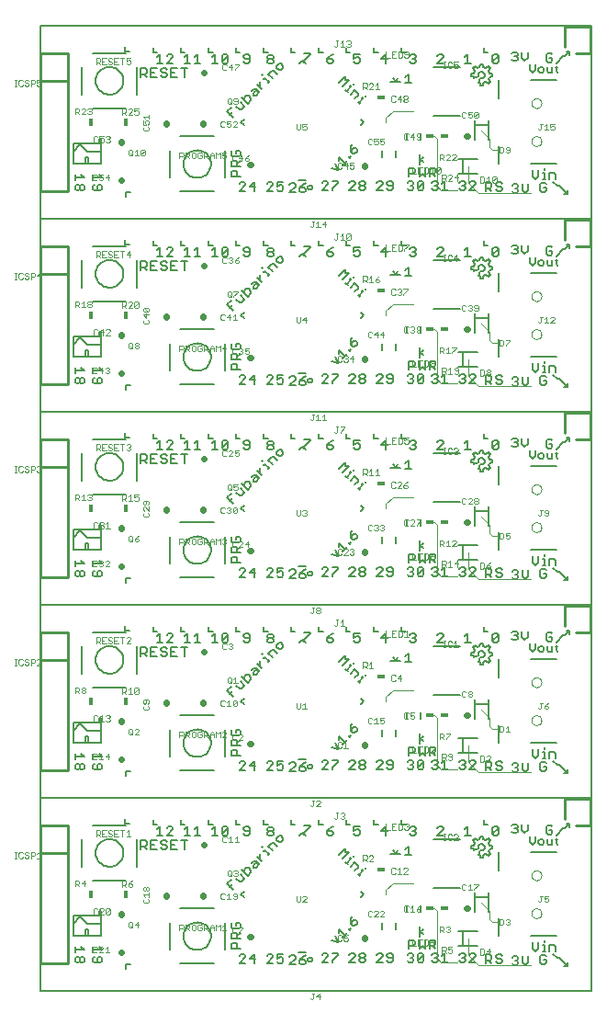
<source format=gto>
G75*
G70*
%OFA0B0*%
%FSLAX24Y24*%
%IPPOS*%
%LPD*%
%AMOC8*
5,1,8,0,0,1.08239X$1,22.5*
%
%ADD10C,0.0000*%
%ADD11C,0.0100*%
%ADD12C,0.0070*%
%ADD13C,0.0060*%
%ADD14C,0.0080*%
%ADD15C,0.0039*%
%ADD16C,0.0220*%
%ADD17C,0.0020*%
%ADD18R,0.0300X0.0180*%
%ADD19R,0.0180X0.0300*%
%ADD20C,0.0050*%
D10*
X001260Y000950D02*
X001260Y007950D01*
X001260Y014950D01*
X001260Y021950D01*
X001260Y028950D01*
X001260Y035950D01*
X021260Y035950D01*
X021260Y028950D01*
X001260Y028950D01*
X021260Y028950D01*
X021260Y021950D01*
X001260Y021950D01*
X021260Y021950D01*
X021260Y014950D01*
X001260Y014950D01*
X021260Y014950D01*
X021260Y007950D01*
X001260Y007950D01*
X021260Y007950D01*
X021260Y000950D01*
X001260Y000950D01*
X019083Y003761D02*
X019085Y003787D01*
X019091Y003813D01*
X019101Y003838D01*
X019114Y003861D01*
X019130Y003881D01*
X019150Y003899D01*
X019172Y003914D01*
X019195Y003926D01*
X019221Y003934D01*
X019247Y003938D01*
X019273Y003938D01*
X019299Y003934D01*
X019325Y003926D01*
X019349Y003914D01*
X019370Y003899D01*
X019390Y003881D01*
X019406Y003861D01*
X019419Y003838D01*
X019429Y003813D01*
X019435Y003787D01*
X019437Y003761D01*
X019435Y003735D01*
X019429Y003709D01*
X019419Y003684D01*
X019406Y003661D01*
X019390Y003641D01*
X019370Y003623D01*
X019348Y003608D01*
X019325Y003596D01*
X019299Y003588D01*
X019273Y003584D01*
X019247Y003584D01*
X019221Y003588D01*
X019195Y003596D01*
X019171Y003608D01*
X019150Y003623D01*
X019130Y003641D01*
X019114Y003661D01*
X019101Y003684D01*
X019091Y003709D01*
X019085Y003735D01*
X019083Y003761D01*
X019083Y005139D02*
X019085Y005165D01*
X019091Y005191D01*
X019101Y005216D01*
X019114Y005239D01*
X019130Y005259D01*
X019150Y005277D01*
X019172Y005292D01*
X019195Y005304D01*
X019221Y005312D01*
X019247Y005316D01*
X019273Y005316D01*
X019299Y005312D01*
X019325Y005304D01*
X019349Y005292D01*
X019370Y005277D01*
X019390Y005259D01*
X019406Y005239D01*
X019419Y005216D01*
X019429Y005191D01*
X019435Y005165D01*
X019437Y005139D01*
X019435Y005113D01*
X019429Y005087D01*
X019419Y005062D01*
X019406Y005039D01*
X019390Y005019D01*
X019370Y005001D01*
X019348Y004986D01*
X019325Y004974D01*
X019299Y004966D01*
X019273Y004962D01*
X019247Y004962D01*
X019221Y004966D01*
X019195Y004974D01*
X019171Y004986D01*
X019150Y005001D01*
X019130Y005019D01*
X019114Y005039D01*
X019101Y005062D01*
X019091Y005087D01*
X019085Y005113D01*
X019083Y005139D01*
X019083Y010761D02*
X019085Y010787D01*
X019091Y010813D01*
X019101Y010838D01*
X019114Y010861D01*
X019130Y010881D01*
X019150Y010899D01*
X019172Y010914D01*
X019195Y010926D01*
X019221Y010934D01*
X019247Y010938D01*
X019273Y010938D01*
X019299Y010934D01*
X019325Y010926D01*
X019349Y010914D01*
X019370Y010899D01*
X019390Y010881D01*
X019406Y010861D01*
X019419Y010838D01*
X019429Y010813D01*
X019435Y010787D01*
X019437Y010761D01*
X019435Y010735D01*
X019429Y010709D01*
X019419Y010684D01*
X019406Y010661D01*
X019390Y010641D01*
X019370Y010623D01*
X019348Y010608D01*
X019325Y010596D01*
X019299Y010588D01*
X019273Y010584D01*
X019247Y010584D01*
X019221Y010588D01*
X019195Y010596D01*
X019171Y010608D01*
X019150Y010623D01*
X019130Y010641D01*
X019114Y010661D01*
X019101Y010684D01*
X019091Y010709D01*
X019085Y010735D01*
X019083Y010761D01*
X019083Y012139D02*
X019085Y012165D01*
X019091Y012191D01*
X019101Y012216D01*
X019114Y012239D01*
X019130Y012259D01*
X019150Y012277D01*
X019172Y012292D01*
X019195Y012304D01*
X019221Y012312D01*
X019247Y012316D01*
X019273Y012316D01*
X019299Y012312D01*
X019325Y012304D01*
X019349Y012292D01*
X019370Y012277D01*
X019390Y012259D01*
X019406Y012239D01*
X019419Y012216D01*
X019429Y012191D01*
X019435Y012165D01*
X019437Y012139D01*
X019435Y012113D01*
X019429Y012087D01*
X019419Y012062D01*
X019406Y012039D01*
X019390Y012019D01*
X019370Y012001D01*
X019348Y011986D01*
X019325Y011974D01*
X019299Y011966D01*
X019273Y011962D01*
X019247Y011962D01*
X019221Y011966D01*
X019195Y011974D01*
X019171Y011986D01*
X019150Y012001D01*
X019130Y012019D01*
X019114Y012039D01*
X019101Y012062D01*
X019091Y012087D01*
X019085Y012113D01*
X019083Y012139D01*
X019083Y017761D02*
X019085Y017787D01*
X019091Y017813D01*
X019101Y017838D01*
X019114Y017861D01*
X019130Y017881D01*
X019150Y017899D01*
X019172Y017914D01*
X019195Y017926D01*
X019221Y017934D01*
X019247Y017938D01*
X019273Y017938D01*
X019299Y017934D01*
X019325Y017926D01*
X019349Y017914D01*
X019370Y017899D01*
X019390Y017881D01*
X019406Y017861D01*
X019419Y017838D01*
X019429Y017813D01*
X019435Y017787D01*
X019437Y017761D01*
X019435Y017735D01*
X019429Y017709D01*
X019419Y017684D01*
X019406Y017661D01*
X019390Y017641D01*
X019370Y017623D01*
X019348Y017608D01*
X019325Y017596D01*
X019299Y017588D01*
X019273Y017584D01*
X019247Y017584D01*
X019221Y017588D01*
X019195Y017596D01*
X019171Y017608D01*
X019150Y017623D01*
X019130Y017641D01*
X019114Y017661D01*
X019101Y017684D01*
X019091Y017709D01*
X019085Y017735D01*
X019083Y017761D01*
X019083Y019139D02*
X019085Y019165D01*
X019091Y019191D01*
X019101Y019216D01*
X019114Y019239D01*
X019130Y019259D01*
X019150Y019277D01*
X019172Y019292D01*
X019195Y019304D01*
X019221Y019312D01*
X019247Y019316D01*
X019273Y019316D01*
X019299Y019312D01*
X019325Y019304D01*
X019349Y019292D01*
X019370Y019277D01*
X019390Y019259D01*
X019406Y019239D01*
X019419Y019216D01*
X019429Y019191D01*
X019435Y019165D01*
X019437Y019139D01*
X019435Y019113D01*
X019429Y019087D01*
X019419Y019062D01*
X019406Y019039D01*
X019390Y019019D01*
X019370Y019001D01*
X019348Y018986D01*
X019325Y018974D01*
X019299Y018966D01*
X019273Y018962D01*
X019247Y018962D01*
X019221Y018966D01*
X019195Y018974D01*
X019171Y018986D01*
X019150Y019001D01*
X019130Y019019D01*
X019114Y019039D01*
X019101Y019062D01*
X019091Y019087D01*
X019085Y019113D01*
X019083Y019139D01*
X019083Y024761D02*
X019085Y024787D01*
X019091Y024813D01*
X019101Y024838D01*
X019114Y024861D01*
X019130Y024881D01*
X019150Y024899D01*
X019172Y024914D01*
X019195Y024926D01*
X019221Y024934D01*
X019247Y024938D01*
X019273Y024938D01*
X019299Y024934D01*
X019325Y024926D01*
X019349Y024914D01*
X019370Y024899D01*
X019390Y024881D01*
X019406Y024861D01*
X019419Y024838D01*
X019429Y024813D01*
X019435Y024787D01*
X019437Y024761D01*
X019435Y024735D01*
X019429Y024709D01*
X019419Y024684D01*
X019406Y024661D01*
X019390Y024641D01*
X019370Y024623D01*
X019348Y024608D01*
X019325Y024596D01*
X019299Y024588D01*
X019273Y024584D01*
X019247Y024584D01*
X019221Y024588D01*
X019195Y024596D01*
X019171Y024608D01*
X019150Y024623D01*
X019130Y024641D01*
X019114Y024661D01*
X019101Y024684D01*
X019091Y024709D01*
X019085Y024735D01*
X019083Y024761D01*
X019083Y026139D02*
X019085Y026165D01*
X019091Y026191D01*
X019101Y026216D01*
X019114Y026239D01*
X019130Y026259D01*
X019150Y026277D01*
X019172Y026292D01*
X019195Y026304D01*
X019221Y026312D01*
X019247Y026316D01*
X019273Y026316D01*
X019299Y026312D01*
X019325Y026304D01*
X019349Y026292D01*
X019370Y026277D01*
X019390Y026259D01*
X019406Y026239D01*
X019419Y026216D01*
X019429Y026191D01*
X019435Y026165D01*
X019437Y026139D01*
X019435Y026113D01*
X019429Y026087D01*
X019419Y026062D01*
X019406Y026039D01*
X019390Y026019D01*
X019370Y026001D01*
X019348Y025986D01*
X019325Y025974D01*
X019299Y025966D01*
X019273Y025962D01*
X019247Y025962D01*
X019221Y025966D01*
X019195Y025974D01*
X019171Y025986D01*
X019150Y026001D01*
X019130Y026019D01*
X019114Y026039D01*
X019101Y026062D01*
X019091Y026087D01*
X019085Y026113D01*
X019083Y026139D01*
X019083Y031761D02*
X019085Y031787D01*
X019091Y031813D01*
X019101Y031838D01*
X019114Y031861D01*
X019130Y031881D01*
X019150Y031899D01*
X019172Y031914D01*
X019195Y031926D01*
X019221Y031934D01*
X019247Y031938D01*
X019273Y031938D01*
X019299Y031934D01*
X019325Y031926D01*
X019349Y031914D01*
X019370Y031899D01*
X019390Y031881D01*
X019406Y031861D01*
X019419Y031838D01*
X019429Y031813D01*
X019435Y031787D01*
X019437Y031761D01*
X019435Y031735D01*
X019429Y031709D01*
X019419Y031684D01*
X019406Y031661D01*
X019390Y031641D01*
X019370Y031623D01*
X019348Y031608D01*
X019325Y031596D01*
X019299Y031588D01*
X019273Y031584D01*
X019247Y031584D01*
X019221Y031588D01*
X019195Y031596D01*
X019171Y031608D01*
X019150Y031623D01*
X019130Y031641D01*
X019114Y031661D01*
X019101Y031684D01*
X019091Y031709D01*
X019085Y031735D01*
X019083Y031761D01*
X019083Y033139D02*
X019085Y033165D01*
X019091Y033191D01*
X019101Y033216D01*
X019114Y033239D01*
X019130Y033259D01*
X019150Y033277D01*
X019172Y033292D01*
X019195Y033304D01*
X019221Y033312D01*
X019247Y033316D01*
X019273Y033316D01*
X019299Y033312D01*
X019325Y033304D01*
X019349Y033292D01*
X019370Y033277D01*
X019390Y033259D01*
X019406Y033239D01*
X019419Y033216D01*
X019429Y033191D01*
X019435Y033165D01*
X019437Y033139D01*
X019435Y033113D01*
X019429Y033087D01*
X019419Y033062D01*
X019406Y033039D01*
X019390Y033019D01*
X019370Y033001D01*
X019348Y032986D01*
X019325Y032974D01*
X019299Y032966D01*
X019273Y032962D01*
X019247Y032962D01*
X019221Y032966D01*
X019195Y032974D01*
X019171Y032986D01*
X019150Y033001D01*
X019130Y033019D01*
X019114Y033039D01*
X019101Y033062D01*
X019091Y033087D01*
X019085Y033113D01*
X019083Y033139D01*
D11*
X020280Y035190D02*
X020280Y035910D01*
X021220Y035910D01*
X021220Y034950D01*
X020680Y034950D01*
X020280Y028910D02*
X021220Y028910D01*
X021220Y027950D01*
X020680Y027950D01*
X020280Y028190D02*
X020280Y028910D01*
X020280Y021910D02*
X021220Y021910D01*
X021220Y020950D01*
X020680Y020950D01*
X020280Y021190D02*
X020280Y021910D01*
X020280Y014910D02*
X021220Y014910D01*
X021220Y013950D01*
X020680Y013950D01*
X020280Y014190D02*
X020280Y014910D01*
X020280Y007910D02*
X021220Y007910D01*
X021220Y006950D01*
X020680Y006950D01*
X020280Y007190D02*
X020280Y007910D01*
X002260Y006950D02*
X002260Y005950D01*
X001260Y005950D01*
X001260Y006950D01*
X002260Y006950D01*
X002260Y005950D02*
X002260Y001950D01*
X001260Y001950D01*
X001260Y005950D01*
X001260Y008950D02*
X001260Y012950D01*
X001260Y013950D01*
X002260Y013950D01*
X002260Y012950D01*
X001260Y012950D01*
X002260Y012950D02*
X002260Y008950D01*
X001260Y008950D01*
X001260Y015950D02*
X001260Y019950D01*
X001260Y020950D01*
X002260Y020950D01*
X002260Y019950D01*
X001260Y019950D01*
X002260Y019950D02*
X002260Y015950D01*
X001260Y015950D01*
X001260Y022950D02*
X001260Y026950D01*
X001260Y027950D01*
X002260Y027950D01*
X002260Y026950D01*
X001260Y026950D01*
X002260Y026950D02*
X002260Y022950D01*
X001260Y022950D01*
X001260Y029950D02*
X001260Y033950D01*
X001260Y034950D01*
X002260Y034950D01*
X002260Y033950D01*
X001260Y033950D01*
X002260Y033950D02*
X002260Y029950D01*
X001260Y029950D01*
D12*
X002515Y030022D02*
X002515Y030132D01*
X002570Y030187D01*
X002625Y030187D01*
X002680Y030132D01*
X002680Y030022D01*
X002625Y029966D01*
X002570Y029966D01*
X002515Y030022D01*
X002680Y030022D02*
X002735Y029966D01*
X002790Y029966D01*
X002845Y030022D01*
X002845Y030132D01*
X002790Y030187D01*
X002735Y030187D01*
X002680Y030132D01*
X002515Y030335D02*
X002515Y030555D01*
X002515Y030445D02*
X002845Y030445D01*
X002735Y030555D01*
X003155Y030555D02*
X003155Y030335D01*
X003155Y030445D02*
X003485Y030445D01*
X003375Y030555D01*
X003375Y030187D02*
X003320Y030132D01*
X003320Y029966D01*
X003210Y029966D02*
X003430Y029966D01*
X003485Y030022D01*
X003485Y030132D01*
X003430Y030187D01*
X003375Y030187D01*
X003210Y030187D02*
X003155Y030132D01*
X003155Y030022D01*
X003210Y029966D01*
X004356Y029911D02*
X004356Y029755D01*
X004356Y029911D02*
X004512Y029911D01*
X004319Y028182D02*
X004319Y028026D01*
X004475Y028026D01*
X004895Y027415D02*
X004895Y027085D01*
X004895Y027195D02*
X005060Y027195D01*
X005115Y027250D01*
X005115Y027360D01*
X005060Y027415D01*
X004895Y027415D01*
X005005Y027195D02*
X005115Y027085D01*
X005263Y027085D02*
X005263Y027415D01*
X005484Y027415D01*
X005632Y027360D02*
X005632Y027305D01*
X005687Y027250D01*
X005797Y027250D01*
X005852Y027195D01*
X005852Y027140D01*
X005797Y027085D01*
X005687Y027085D01*
X005632Y027140D01*
X005484Y027085D02*
X005263Y027085D01*
X005263Y027250D02*
X005373Y027250D01*
X005475Y027585D02*
X005695Y027585D01*
X005585Y027585D02*
X005585Y027915D01*
X005475Y027805D01*
X005495Y027986D02*
X005339Y027986D01*
X005339Y028142D01*
X005687Y027415D02*
X005632Y027360D01*
X005687Y027415D02*
X005797Y027415D01*
X005852Y027360D01*
X006000Y027415D02*
X006000Y027085D01*
X006220Y027085D01*
X006110Y027250D02*
X006000Y027250D01*
X006000Y027415D02*
X006220Y027415D01*
X006368Y027415D02*
X006588Y027415D01*
X006478Y027415D02*
X006478Y027085D01*
X006475Y027585D02*
X006695Y027585D01*
X006585Y027585D02*
X006585Y027915D01*
X006475Y027805D01*
X006495Y027986D02*
X006339Y027986D01*
X006339Y028142D01*
X006064Y027860D02*
X006008Y027915D01*
X005898Y027915D01*
X005843Y027860D01*
X006064Y027860D02*
X006064Y027805D01*
X005843Y027585D01*
X006064Y027585D01*
X006843Y027585D02*
X007064Y027585D01*
X006953Y027585D02*
X006953Y027915D01*
X006843Y027805D01*
X007359Y027986D02*
X007359Y028142D01*
X007359Y027986D02*
X007515Y027986D01*
X007585Y027915D02*
X007475Y027805D01*
X007585Y027915D02*
X007585Y027585D01*
X007475Y027585D02*
X007695Y027585D01*
X007843Y027640D02*
X007843Y027860D01*
X007898Y027915D01*
X008008Y027915D01*
X008064Y027860D01*
X007843Y027640D01*
X007898Y027585D01*
X008008Y027585D01*
X008064Y027640D01*
X008064Y027860D01*
X008339Y027986D02*
X008339Y028142D01*
X008339Y027986D02*
X008495Y027986D01*
X008635Y027860D02*
X008635Y027805D01*
X008690Y027750D01*
X008855Y027750D01*
X008855Y027640D02*
X008855Y027860D01*
X008800Y027915D01*
X008690Y027915D01*
X008635Y027860D01*
X008635Y027640D02*
X008690Y027585D01*
X008800Y027585D01*
X008855Y027640D01*
X009359Y027986D02*
X009359Y028142D01*
X009359Y027986D02*
X009515Y027986D01*
X009550Y027895D02*
X009660Y027895D01*
X009715Y027840D01*
X009715Y027785D01*
X009660Y027730D01*
X009550Y027730D01*
X009495Y027785D01*
X009495Y027840D01*
X009550Y027895D01*
X009550Y027730D02*
X009495Y027675D01*
X009495Y027620D01*
X009550Y027565D01*
X009660Y027565D01*
X009715Y027620D01*
X009715Y027675D01*
X009660Y027730D01*
X009825Y027493D02*
X009825Y027415D01*
X009903Y027337D01*
X009981Y027337D01*
X010059Y027415D01*
X010059Y027493D01*
X009981Y027571D01*
X009903Y027571D01*
X009825Y027493D01*
X009721Y027310D02*
X009643Y027310D01*
X009526Y027193D01*
X009682Y027038D01*
X009586Y026942D02*
X009508Y026864D01*
X009547Y026903D02*
X009391Y027059D01*
X009352Y027020D01*
X009313Y027137D02*
X009275Y027176D01*
X009252Y026920D02*
X009213Y026881D01*
X009213Y026725D01*
X009291Y026647D02*
X009135Y026803D01*
X009070Y026659D02*
X009186Y026542D01*
X009070Y026426D01*
X008992Y026426D01*
X008992Y026503D01*
X009108Y026620D01*
X009070Y026659D02*
X008992Y026659D01*
X008914Y026581D01*
X008809Y026399D02*
X008887Y026321D01*
X008887Y026243D01*
X008770Y026126D01*
X008537Y026360D01*
X008614Y026282D02*
X008731Y026399D01*
X008809Y026399D01*
X008510Y026177D02*
X008665Y026021D01*
X008549Y025905D01*
X008471Y025905D01*
X008354Y026021D01*
X008171Y025995D02*
X008016Y025839D01*
X008249Y025605D01*
X008133Y025722D02*
X008210Y025800D01*
X008230Y024422D02*
X008175Y024367D01*
X008175Y024257D01*
X008230Y024202D01*
X008450Y024202D01*
X008505Y024257D01*
X008505Y024367D01*
X008450Y024422D01*
X008340Y024422D01*
X008340Y024312D01*
X008340Y024054D02*
X008395Y023998D01*
X008395Y023833D01*
X008505Y023833D02*
X008175Y023833D01*
X008175Y023998D01*
X008230Y024054D01*
X008340Y024054D01*
X008395Y023943D02*
X008505Y024054D01*
X008340Y023685D02*
X008395Y023630D01*
X008395Y023465D01*
X008505Y023465D02*
X008175Y023465D01*
X008175Y023630D01*
X008230Y023685D01*
X008340Y023685D01*
X008530Y023275D02*
X008475Y023220D01*
X008530Y023275D02*
X008640Y023275D01*
X008695Y023220D01*
X008695Y023165D01*
X008475Y022945D01*
X008695Y022945D01*
X008843Y023110D02*
X009064Y023110D01*
X009008Y022945D02*
X009008Y023275D01*
X008843Y023110D01*
X009475Y023220D02*
X009530Y023275D01*
X009640Y023275D01*
X009695Y023220D01*
X009695Y023165D01*
X009475Y022945D01*
X009695Y022945D01*
X009843Y023000D02*
X009898Y022945D01*
X010008Y022945D01*
X010064Y023000D01*
X010064Y023110D01*
X010008Y023165D01*
X009953Y023165D01*
X009843Y023110D01*
X009843Y023275D01*
X010064Y023275D01*
X010295Y023180D02*
X010350Y023235D01*
X010460Y023235D01*
X010515Y023180D01*
X010515Y023125D01*
X010295Y022905D01*
X010515Y022905D01*
X010663Y022960D02*
X010718Y022905D01*
X010828Y022905D01*
X010884Y022960D01*
X010884Y023015D01*
X010828Y023070D01*
X010663Y023070D01*
X010663Y022960D01*
X010663Y023070D02*
X010773Y023180D01*
X010884Y023235D01*
X011475Y023260D02*
X011530Y023315D01*
X011640Y023315D01*
X011695Y023260D01*
X011695Y023205D01*
X011475Y022985D01*
X011695Y022985D01*
X011843Y022985D02*
X011843Y023040D01*
X012064Y023260D01*
X012064Y023315D01*
X011843Y023315D01*
X012046Y023697D02*
X011813Y023775D01*
X011968Y023931D02*
X012046Y023697D01*
X012229Y023880D02*
X012384Y024036D01*
X012307Y023958D02*
X012073Y024191D01*
X012073Y024036D01*
X012450Y024179D02*
X012489Y024218D01*
X012528Y024179D01*
X012489Y024140D01*
X012450Y024179D01*
X012580Y024310D02*
X012503Y024387D01*
X012619Y024504D01*
X012697Y024504D01*
X012736Y024465D01*
X012736Y024387D01*
X012658Y024310D01*
X012580Y024310D01*
X012503Y024387D02*
X012503Y024543D01*
X012542Y024660D01*
X012510Y023315D02*
X012455Y023260D01*
X012510Y023315D02*
X012620Y023315D01*
X012675Y023260D01*
X012675Y023205D01*
X012455Y022985D01*
X012675Y022985D01*
X012823Y023040D02*
X012823Y023095D01*
X012878Y023150D01*
X012988Y023150D01*
X013044Y023095D01*
X013044Y023040D01*
X012988Y022985D01*
X012878Y022985D01*
X012823Y023040D01*
X012878Y023150D02*
X012823Y023205D01*
X012823Y023260D01*
X012878Y023315D01*
X012988Y023315D01*
X013044Y023260D01*
X013044Y023205D01*
X012988Y023150D01*
X013455Y023260D02*
X013510Y023315D01*
X013620Y023315D01*
X013675Y023260D01*
X013675Y023205D01*
X013455Y022985D01*
X013675Y022985D01*
X013823Y023040D02*
X013878Y022985D01*
X013988Y022985D01*
X014044Y023040D01*
X014044Y023260D01*
X013988Y023315D01*
X013878Y023315D01*
X013823Y023260D01*
X013823Y023205D01*
X013878Y023150D01*
X014044Y023150D01*
X014575Y023040D02*
X014630Y022985D01*
X014740Y022985D01*
X014795Y023040D01*
X014795Y023095D01*
X014740Y023150D01*
X014685Y023150D01*
X014740Y023150D02*
X014795Y023205D01*
X014795Y023260D01*
X014740Y023315D01*
X014630Y023315D01*
X014575Y023260D01*
X014635Y023465D02*
X014635Y023795D01*
X014800Y023795D01*
X014855Y023740D01*
X014855Y023630D01*
X014800Y023575D01*
X014635Y023575D01*
X015003Y023465D02*
X015113Y023575D01*
X015224Y023465D01*
X015224Y023795D01*
X015372Y023795D02*
X015372Y023465D01*
X015372Y023575D02*
X015537Y023575D01*
X015592Y023630D01*
X015592Y023740D01*
X015537Y023795D01*
X015372Y023795D01*
X015482Y023575D02*
X015592Y023465D01*
X015620Y023315D02*
X015510Y023315D01*
X015455Y023260D01*
X015565Y023150D02*
X015620Y023150D01*
X015675Y023095D01*
X015675Y023040D01*
X015620Y022985D01*
X015510Y022985D01*
X015455Y023040D01*
X015620Y023150D02*
X015675Y023205D01*
X015675Y023260D01*
X015620Y023315D01*
X015823Y023205D02*
X015933Y023315D01*
X015933Y022985D01*
X015823Y022985D02*
X016044Y022985D01*
X016455Y023040D02*
X016510Y022985D01*
X016620Y022985D01*
X016675Y023040D01*
X016675Y023095D01*
X016620Y023150D01*
X016565Y023150D01*
X016620Y023150D02*
X016675Y023205D01*
X016675Y023260D01*
X016620Y023315D01*
X016510Y023315D01*
X016455Y023260D01*
X016823Y023260D02*
X016878Y023315D01*
X016988Y023315D01*
X017044Y023260D01*
X017044Y023205D01*
X016823Y022985D01*
X017044Y022985D01*
X017415Y022945D02*
X017415Y023275D01*
X017580Y023275D01*
X017635Y023220D01*
X017635Y023110D01*
X017580Y023055D01*
X017415Y023055D01*
X017525Y023055D02*
X017635Y022945D01*
X017783Y023000D02*
X017838Y022945D01*
X017948Y022945D01*
X018004Y023000D01*
X018004Y023055D01*
X017948Y023110D01*
X017838Y023110D01*
X017783Y023165D01*
X017783Y023220D01*
X017838Y023275D01*
X017948Y023275D01*
X018004Y023220D01*
X018375Y023160D02*
X018430Y023215D01*
X018540Y023215D01*
X018595Y023160D01*
X018595Y023105D01*
X018540Y023050D01*
X018595Y022995D01*
X018595Y022940D01*
X018540Y022885D01*
X018430Y022885D01*
X018375Y022940D01*
X018485Y023050D02*
X018540Y023050D01*
X018743Y022995D02*
X018853Y022885D01*
X018964Y022995D01*
X018964Y023215D01*
X018743Y023215D02*
X018743Y022995D01*
X019225Y023385D02*
X019115Y023495D01*
X019115Y023715D01*
X019335Y023715D02*
X019335Y023495D01*
X019225Y023385D01*
X019395Y023200D02*
X019395Y022980D01*
X019450Y022925D01*
X019560Y022925D01*
X019615Y022980D01*
X019615Y023090D01*
X019505Y023090D01*
X019395Y023200D02*
X019450Y023255D01*
X019560Y023255D01*
X019615Y023200D01*
X019593Y023385D02*
X019483Y023385D01*
X019538Y023385D02*
X019538Y023605D01*
X019483Y023605D01*
X019538Y023715D02*
X019538Y023770D01*
X019729Y023605D02*
X019894Y023605D01*
X019949Y023550D01*
X019949Y023385D01*
X019729Y023385D02*
X019729Y023605D01*
X019780Y020955D02*
X019670Y020955D01*
X019615Y020900D01*
X019615Y020680D01*
X019670Y020625D01*
X019780Y020625D01*
X019835Y020680D01*
X019835Y020790D01*
X019725Y020790D01*
X019835Y020900D02*
X019780Y020955D01*
X018944Y020995D02*
X018944Y020775D01*
X018833Y020665D01*
X018723Y020775D01*
X018723Y020995D01*
X018575Y020940D02*
X018575Y020885D01*
X018520Y020830D01*
X018575Y020775D01*
X018575Y020720D01*
X018520Y020665D01*
X018410Y020665D01*
X018355Y020720D01*
X018465Y020830D02*
X018520Y020830D01*
X018575Y020940D02*
X018520Y020995D01*
X018410Y020995D01*
X018355Y020940D01*
X017875Y020860D02*
X017875Y020640D01*
X017820Y020585D01*
X017710Y020585D01*
X017655Y020640D01*
X017875Y020860D01*
X017820Y020915D01*
X017710Y020915D01*
X017655Y020860D01*
X017655Y020640D01*
X017495Y020986D02*
X017339Y020986D01*
X017339Y021142D01*
X016875Y020585D02*
X016655Y020585D01*
X016765Y020585D02*
X016765Y020915D01*
X016655Y020805D01*
X015875Y020805D02*
X015875Y020860D01*
X015820Y020915D01*
X015710Y020915D01*
X015655Y020860D01*
X015875Y020805D02*
X015655Y020585D01*
X015875Y020585D01*
X014875Y020640D02*
X014820Y020585D01*
X014710Y020585D01*
X014655Y020640D01*
X014765Y020750D02*
X014820Y020750D01*
X014875Y020695D01*
X014875Y020640D01*
X014820Y020750D02*
X014875Y020805D01*
X014875Y020860D01*
X014820Y020915D01*
X014710Y020915D01*
X014655Y020860D01*
X014515Y020986D02*
X014359Y020986D01*
X014359Y021142D01*
X013855Y020750D02*
X013635Y020750D01*
X013800Y020915D01*
X013800Y020585D01*
X013515Y020986D02*
X013359Y020986D01*
X013359Y021142D01*
X012855Y020915D02*
X012635Y020915D01*
X012635Y020750D01*
X012745Y020805D01*
X012800Y020805D01*
X012855Y020750D01*
X012855Y020640D01*
X012800Y020585D01*
X012690Y020585D01*
X012635Y020640D01*
X012495Y020986D02*
X012339Y020986D01*
X012339Y021142D01*
X011875Y020915D02*
X011765Y020860D01*
X011655Y020750D01*
X011820Y020750D01*
X011875Y020695D01*
X011875Y020640D01*
X011820Y020585D01*
X011710Y020585D01*
X011655Y020640D01*
X011655Y020750D01*
X011515Y020986D02*
X011359Y020986D01*
X011359Y021142D01*
X011055Y020955D02*
X011055Y020900D01*
X010835Y020680D01*
X010835Y020625D01*
X010835Y020955D02*
X011055Y020955D01*
X010495Y020986D02*
X010339Y020986D01*
X010339Y021142D01*
X009981Y020571D02*
X009903Y020571D01*
X009825Y020493D01*
X009825Y020415D01*
X009903Y020337D01*
X009981Y020337D01*
X010059Y020415D01*
X010059Y020493D01*
X009981Y020571D01*
X009715Y020620D02*
X009660Y020565D01*
X009550Y020565D01*
X009495Y020620D01*
X009495Y020675D01*
X009550Y020730D01*
X009660Y020730D01*
X009715Y020675D01*
X009715Y020620D01*
X009660Y020730D02*
X009715Y020785D01*
X009715Y020840D01*
X009660Y020895D01*
X009550Y020895D01*
X009495Y020840D01*
X009495Y020785D01*
X009550Y020730D01*
X009515Y020986D02*
X009359Y020986D01*
X009359Y021142D01*
X008855Y020860D02*
X008855Y020640D01*
X008800Y020585D01*
X008690Y020585D01*
X008635Y020640D01*
X008690Y020750D02*
X008855Y020750D01*
X008855Y020860D02*
X008800Y020915D01*
X008690Y020915D01*
X008635Y020860D01*
X008635Y020805D01*
X008690Y020750D01*
X008495Y020986D02*
X008339Y020986D01*
X008339Y021142D01*
X008064Y020860D02*
X007843Y020640D01*
X007898Y020585D01*
X008008Y020585D01*
X008064Y020640D01*
X008064Y020860D01*
X008008Y020915D01*
X007898Y020915D01*
X007843Y020860D01*
X007843Y020640D01*
X007695Y020585D02*
X007475Y020585D01*
X007585Y020585D02*
X007585Y020915D01*
X007475Y020805D01*
X007515Y020986D02*
X007359Y020986D01*
X007359Y021142D01*
X006953Y020915D02*
X006953Y020585D01*
X006843Y020585D02*
X007064Y020585D01*
X006843Y020805D02*
X006953Y020915D01*
X006695Y020585D02*
X006475Y020585D01*
X006585Y020585D02*
X006585Y020915D01*
X006475Y020805D01*
X006495Y020986D02*
X006339Y020986D01*
X006339Y021142D01*
X006064Y020860D02*
X006008Y020915D01*
X005898Y020915D01*
X005843Y020860D01*
X006064Y020860D02*
X006064Y020805D01*
X005843Y020585D01*
X006064Y020585D01*
X006000Y020415D02*
X006220Y020415D01*
X006368Y020415D02*
X006588Y020415D01*
X006478Y020415D02*
X006478Y020085D01*
X006220Y020085D02*
X006000Y020085D01*
X006000Y020415D01*
X005852Y020360D02*
X005797Y020415D01*
X005687Y020415D01*
X005632Y020360D01*
X005632Y020305D01*
X005687Y020250D01*
X005797Y020250D01*
X005852Y020195D01*
X005852Y020140D01*
X005797Y020085D01*
X005687Y020085D01*
X005632Y020140D01*
X005484Y020085D02*
X005263Y020085D01*
X005263Y020415D01*
X005484Y020415D01*
X005475Y020585D02*
X005695Y020585D01*
X005585Y020585D02*
X005585Y020915D01*
X005475Y020805D01*
X005495Y020986D02*
X005339Y020986D01*
X005339Y021142D01*
X005060Y020415D02*
X004895Y020415D01*
X004895Y020085D01*
X004895Y020195D02*
X005060Y020195D01*
X005115Y020250D01*
X005115Y020360D01*
X005060Y020415D01*
X005005Y020195D02*
X005115Y020085D01*
X005263Y020250D02*
X005373Y020250D01*
X006000Y020250D02*
X006110Y020250D01*
X004475Y021026D02*
X004319Y021026D01*
X004319Y021182D01*
X004356Y022755D02*
X004356Y022911D01*
X004512Y022911D01*
X003485Y023022D02*
X003485Y023132D01*
X003430Y023187D01*
X003375Y023187D01*
X003320Y023132D01*
X003320Y022966D01*
X003210Y022966D02*
X003430Y022966D01*
X003485Y023022D01*
X003485Y023445D02*
X003375Y023555D01*
X003485Y023445D02*
X003155Y023445D01*
X003155Y023555D02*
X003155Y023335D01*
X003210Y023187D02*
X003155Y023132D01*
X003155Y023022D01*
X003210Y022966D01*
X002845Y023022D02*
X002790Y022966D01*
X002735Y022966D01*
X002680Y023022D01*
X002680Y023132D01*
X002735Y023187D01*
X002790Y023187D01*
X002845Y023132D01*
X002845Y023022D01*
X002680Y023022D02*
X002625Y022966D01*
X002570Y022966D01*
X002515Y023022D01*
X002515Y023132D01*
X002570Y023187D01*
X002625Y023187D01*
X002680Y023132D01*
X002515Y023335D02*
X002515Y023555D01*
X002515Y023445D02*
X002845Y023445D01*
X002735Y023555D01*
X002735Y016555D02*
X002845Y016445D01*
X002515Y016445D01*
X002515Y016555D02*
X002515Y016335D01*
X002570Y016187D02*
X002625Y016187D01*
X002680Y016132D01*
X002680Y016022D01*
X002625Y015966D01*
X002570Y015966D01*
X002515Y016022D01*
X002515Y016132D01*
X002570Y016187D01*
X002680Y016132D02*
X002735Y016187D01*
X002790Y016187D01*
X002845Y016132D01*
X002845Y016022D01*
X002790Y015966D01*
X002735Y015966D01*
X002680Y016022D01*
X003155Y016022D02*
X003210Y015966D01*
X003430Y015966D01*
X003485Y016022D01*
X003485Y016132D01*
X003430Y016187D01*
X003375Y016187D01*
X003320Y016132D01*
X003320Y015966D01*
X003155Y016022D02*
X003155Y016132D01*
X003210Y016187D01*
X003155Y016335D02*
X003155Y016555D01*
X003155Y016445D02*
X003485Y016445D01*
X003375Y016555D01*
X004356Y015911D02*
X004512Y015911D01*
X004356Y015911D02*
X004356Y015755D01*
X004319Y014182D02*
X004319Y014026D01*
X004475Y014026D01*
X004895Y013415D02*
X005060Y013415D01*
X005115Y013360D01*
X005115Y013250D01*
X005060Y013195D01*
X004895Y013195D01*
X004895Y013085D02*
X004895Y013415D01*
X005005Y013195D02*
X005115Y013085D01*
X005263Y013085D02*
X005263Y013415D01*
X005484Y013415D01*
X005632Y013360D02*
X005632Y013305D01*
X005687Y013250D01*
X005797Y013250D01*
X005852Y013195D01*
X005852Y013140D01*
X005797Y013085D01*
X005687Y013085D01*
X005632Y013140D01*
X005484Y013085D02*
X005263Y013085D01*
X005263Y013250D02*
X005373Y013250D01*
X005475Y013585D02*
X005695Y013585D01*
X005585Y013585D02*
X005585Y013915D01*
X005475Y013805D01*
X005495Y013986D02*
X005339Y013986D01*
X005339Y014142D01*
X005687Y013415D02*
X005632Y013360D01*
X005687Y013415D02*
X005797Y013415D01*
X005852Y013360D01*
X006000Y013415D02*
X006000Y013085D01*
X006220Y013085D01*
X006110Y013250D02*
X006000Y013250D01*
X006000Y013415D02*
X006220Y013415D01*
X006368Y013415D02*
X006588Y013415D01*
X006478Y013415D02*
X006478Y013085D01*
X006475Y013585D02*
X006695Y013585D01*
X006585Y013585D02*
X006585Y013915D01*
X006475Y013805D01*
X006495Y013986D02*
X006339Y013986D01*
X006339Y014142D01*
X006064Y013860D02*
X006064Y013805D01*
X005843Y013585D01*
X006064Y013585D01*
X006064Y013860D02*
X006008Y013915D01*
X005898Y013915D01*
X005843Y013860D01*
X006843Y013805D02*
X006953Y013915D01*
X006953Y013585D01*
X006843Y013585D02*
X007064Y013585D01*
X007475Y013585D02*
X007695Y013585D01*
X007585Y013585D02*
X007585Y013915D01*
X007475Y013805D01*
X007515Y013986D02*
X007359Y013986D01*
X007359Y014142D01*
X007843Y013860D02*
X007843Y013640D01*
X008064Y013860D01*
X008064Y013640D01*
X008008Y013585D01*
X007898Y013585D01*
X007843Y013640D01*
X007843Y013860D02*
X007898Y013915D01*
X008008Y013915D01*
X008064Y013860D01*
X008339Y013986D02*
X008339Y014142D01*
X008339Y013986D02*
X008495Y013986D01*
X008635Y013860D02*
X008635Y013805D01*
X008690Y013750D01*
X008855Y013750D01*
X008855Y013640D02*
X008855Y013860D01*
X008800Y013915D01*
X008690Y013915D01*
X008635Y013860D01*
X008635Y013640D02*
X008690Y013585D01*
X008800Y013585D01*
X008855Y013640D01*
X009359Y013986D02*
X009359Y014142D01*
X009359Y013986D02*
X009515Y013986D01*
X009550Y013895D02*
X009660Y013895D01*
X009715Y013840D01*
X009715Y013785D01*
X009660Y013730D01*
X009550Y013730D01*
X009495Y013785D01*
X009495Y013840D01*
X009550Y013895D01*
X009550Y013730D02*
X009495Y013675D01*
X009495Y013620D01*
X009550Y013565D01*
X009660Y013565D01*
X009715Y013620D01*
X009715Y013675D01*
X009660Y013730D01*
X009825Y013493D02*
X009825Y013415D01*
X009903Y013337D01*
X009981Y013337D01*
X010059Y013415D01*
X010059Y013493D01*
X009981Y013571D01*
X009903Y013571D01*
X009825Y013493D01*
X009721Y013310D02*
X009643Y013310D01*
X009526Y013193D01*
X009682Y013038D01*
X009586Y012942D02*
X009508Y012864D01*
X009547Y012903D02*
X009391Y013059D01*
X009352Y013020D01*
X009313Y013137D02*
X009275Y013176D01*
X009252Y012920D02*
X009213Y012881D01*
X009213Y012725D01*
X009291Y012647D02*
X009135Y012803D01*
X009070Y012659D02*
X008992Y012659D01*
X008914Y012581D01*
X008992Y012503D02*
X009108Y012620D01*
X009070Y012659D02*
X009186Y012542D01*
X009070Y012426D01*
X008992Y012426D01*
X008992Y012503D01*
X008887Y012321D02*
X008809Y012399D01*
X008731Y012399D01*
X008614Y012282D01*
X008537Y012360D02*
X008770Y012126D01*
X008887Y012243D01*
X008887Y012321D01*
X008665Y012021D02*
X008510Y012177D01*
X008665Y012021D02*
X008549Y011905D01*
X008471Y011905D01*
X008354Y012021D01*
X008171Y011995D02*
X008016Y011839D01*
X008249Y011605D01*
X008133Y011722D02*
X008210Y011800D01*
X008230Y010422D02*
X008175Y010367D01*
X008175Y010257D01*
X008230Y010202D01*
X008450Y010202D01*
X008505Y010257D01*
X008505Y010367D01*
X008450Y010422D01*
X008340Y010422D01*
X008340Y010312D01*
X008340Y010054D02*
X008395Y009998D01*
X008395Y009833D01*
X008505Y009833D02*
X008175Y009833D01*
X008175Y009998D01*
X008230Y010054D01*
X008340Y010054D01*
X008395Y009943D02*
X008505Y010054D01*
X008340Y009685D02*
X008395Y009630D01*
X008395Y009465D01*
X008505Y009465D02*
X008175Y009465D01*
X008175Y009630D01*
X008230Y009685D01*
X008340Y009685D01*
X008530Y009275D02*
X008475Y009220D01*
X008530Y009275D02*
X008640Y009275D01*
X008695Y009220D01*
X008695Y009165D01*
X008475Y008945D01*
X008695Y008945D01*
X008843Y009110D02*
X009064Y009110D01*
X009008Y008945D02*
X009008Y009275D01*
X008843Y009110D01*
X009475Y009220D02*
X009530Y009275D01*
X009640Y009275D01*
X009695Y009220D01*
X009695Y009165D01*
X009475Y008945D01*
X009695Y008945D01*
X009843Y009000D02*
X009898Y008945D01*
X010008Y008945D01*
X010064Y009000D01*
X010064Y009110D01*
X010008Y009165D01*
X009953Y009165D01*
X009843Y009110D01*
X009843Y009275D01*
X010064Y009275D01*
X010295Y009180D02*
X010350Y009235D01*
X010460Y009235D01*
X010515Y009180D01*
X010515Y009125D01*
X010295Y008905D01*
X010515Y008905D01*
X010663Y008960D02*
X010718Y008905D01*
X010828Y008905D01*
X010884Y008960D01*
X010884Y009015D01*
X010828Y009070D01*
X010663Y009070D01*
X010663Y008960D01*
X010663Y009070D02*
X010773Y009180D01*
X010884Y009235D01*
X011475Y009260D02*
X011530Y009315D01*
X011640Y009315D01*
X011695Y009260D01*
X011695Y009205D01*
X011475Y008985D01*
X011695Y008985D01*
X011843Y008985D02*
X011843Y009040D01*
X012064Y009260D01*
X012064Y009315D01*
X011843Y009315D01*
X012046Y009697D02*
X011813Y009775D01*
X011968Y009931D02*
X012046Y009697D01*
X012229Y009880D02*
X012384Y010036D01*
X012307Y009958D02*
X012073Y010191D01*
X012073Y010036D01*
X012450Y010179D02*
X012489Y010218D01*
X012528Y010179D01*
X012489Y010140D01*
X012450Y010179D01*
X012580Y010310D02*
X012503Y010387D01*
X012619Y010504D01*
X012697Y010504D01*
X012736Y010465D01*
X012736Y010387D01*
X012658Y010310D01*
X012580Y010310D01*
X012503Y010387D02*
X012503Y010543D01*
X012542Y010660D01*
X012510Y009315D02*
X012455Y009260D01*
X012510Y009315D02*
X012620Y009315D01*
X012675Y009260D01*
X012675Y009205D01*
X012455Y008985D01*
X012675Y008985D01*
X012823Y009040D02*
X012823Y009095D01*
X012878Y009150D01*
X012988Y009150D01*
X013044Y009095D01*
X013044Y009040D01*
X012988Y008985D01*
X012878Y008985D01*
X012823Y009040D01*
X012878Y009150D02*
X012823Y009205D01*
X012823Y009260D01*
X012878Y009315D01*
X012988Y009315D01*
X013044Y009260D01*
X013044Y009205D01*
X012988Y009150D01*
X013455Y009260D02*
X013510Y009315D01*
X013620Y009315D01*
X013675Y009260D01*
X013675Y009205D01*
X013455Y008985D01*
X013675Y008985D01*
X013823Y009040D02*
X013878Y008985D01*
X013988Y008985D01*
X014044Y009040D01*
X014044Y009260D01*
X013988Y009315D01*
X013878Y009315D01*
X013823Y009260D01*
X013823Y009205D01*
X013878Y009150D01*
X014044Y009150D01*
X014575Y009040D02*
X014630Y008985D01*
X014740Y008985D01*
X014795Y009040D01*
X014795Y009095D01*
X014740Y009150D01*
X014685Y009150D01*
X014740Y009150D02*
X014795Y009205D01*
X014795Y009260D01*
X014740Y009315D01*
X014630Y009315D01*
X014575Y009260D01*
X014635Y009465D02*
X014635Y009795D01*
X014800Y009795D01*
X014855Y009740D01*
X014855Y009630D01*
X014800Y009575D01*
X014635Y009575D01*
X015003Y009465D02*
X015113Y009575D01*
X015224Y009465D01*
X015224Y009795D01*
X015372Y009795D02*
X015372Y009465D01*
X015372Y009575D02*
X015537Y009575D01*
X015592Y009630D01*
X015592Y009740D01*
X015537Y009795D01*
X015372Y009795D01*
X015482Y009575D02*
X015592Y009465D01*
X015620Y009315D02*
X015675Y009260D01*
X015675Y009205D01*
X015620Y009150D01*
X015675Y009095D01*
X015675Y009040D01*
X015620Y008985D01*
X015510Y008985D01*
X015455Y009040D01*
X015565Y009150D02*
X015620Y009150D01*
X015620Y009315D02*
X015510Y009315D01*
X015455Y009260D01*
X015164Y009260D02*
X015164Y009040D01*
X015108Y008985D01*
X014998Y008985D01*
X014943Y009040D01*
X015164Y009260D01*
X015108Y009315D01*
X014998Y009315D01*
X014943Y009260D01*
X014943Y009040D01*
X015003Y009465D02*
X015003Y009795D01*
X015823Y009205D02*
X015933Y009315D01*
X015933Y008985D01*
X015823Y008985D02*
X016044Y008985D01*
X016455Y009040D02*
X016510Y008985D01*
X016620Y008985D01*
X016675Y009040D01*
X016675Y009095D01*
X016620Y009150D01*
X016565Y009150D01*
X016620Y009150D02*
X016675Y009205D01*
X016675Y009260D01*
X016620Y009315D01*
X016510Y009315D01*
X016455Y009260D01*
X016823Y009260D02*
X016878Y009315D01*
X016988Y009315D01*
X017044Y009260D01*
X017044Y009205D01*
X016823Y008985D01*
X017044Y008985D01*
X017415Y008945D02*
X017415Y009275D01*
X017580Y009275D01*
X017635Y009220D01*
X017635Y009110D01*
X017580Y009055D01*
X017415Y009055D01*
X017525Y009055D02*
X017635Y008945D01*
X017783Y009000D02*
X017838Y008945D01*
X017948Y008945D01*
X018004Y009000D01*
X018004Y009055D01*
X017948Y009110D01*
X017838Y009110D01*
X017783Y009165D01*
X017783Y009220D01*
X017838Y009275D01*
X017948Y009275D01*
X018004Y009220D01*
X018375Y009160D02*
X018430Y009215D01*
X018540Y009215D01*
X018595Y009160D01*
X018595Y009105D01*
X018540Y009050D01*
X018595Y008995D01*
X018595Y008940D01*
X018540Y008885D01*
X018430Y008885D01*
X018375Y008940D01*
X018485Y009050D02*
X018540Y009050D01*
X018743Y008995D02*
X018743Y009215D01*
X018743Y008995D02*
X018853Y008885D01*
X018964Y008995D01*
X018964Y009215D01*
X019225Y009385D02*
X019115Y009495D01*
X019115Y009715D01*
X019335Y009715D02*
X019335Y009495D01*
X019225Y009385D01*
X019395Y009200D02*
X019395Y008980D01*
X019450Y008925D01*
X019560Y008925D01*
X019615Y008980D01*
X019615Y009090D01*
X019505Y009090D01*
X019395Y009200D02*
X019450Y009255D01*
X019560Y009255D01*
X019615Y009200D01*
X019593Y009385D02*
X019483Y009385D01*
X019538Y009385D02*
X019538Y009605D01*
X019483Y009605D01*
X019538Y009715D02*
X019538Y009770D01*
X019729Y009605D02*
X019729Y009385D01*
X019949Y009385D02*
X019949Y009550D01*
X019894Y009605D01*
X019729Y009605D01*
X019780Y006955D02*
X019670Y006955D01*
X019615Y006900D01*
X019615Y006680D01*
X019670Y006625D01*
X019780Y006625D01*
X019835Y006680D01*
X019835Y006790D01*
X019725Y006790D01*
X019835Y006900D02*
X019780Y006955D01*
X018944Y006995D02*
X018944Y006775D01*
X018833Y006665D01*
X018723Y006775D01*
X018723Y006995D01*
X018575Y006940D02*
X018575Y006885D01*
X018520Y006830D01*
X018575Y006775D01*
X018575Y006720D01*
X018520Y006665D01*
X018410Y006665D01*
X018355Y006720D01*
X018465Y006830D02*
X018520Y006830D01*
X018575Y006940D02*
X018520Y006995D01*
X018410Y006995D01*
X018355Y006940D01*
X017875Y006860D02*
X017655Y006640D01*
X017710Y006585D01*
X017820Y006585D01*
X017875Y006640D01*
X017875Y006860D01*
X017820Y006915D01*
X017710Y006915D01*
X017655Y006860D01*
X017655Y006640D01*
X017495Y006986D02*
X017339Y006986D01*
X017339Y007142D01*
X016875Y006585D02*
X016655Y006585D01*
X016765Y006585D02*
X016765Y006915D01*
X016655Y006805D01*
X015875Y006805D02*
X015875Y006860D01*
X015820Y006915D01*
X015710Y006915D01*
X015655Y006860D01*
X015875Y006805D02*
X015655Y006585D01*
X015875Y006585D01*
X014875Y006640D02*
X014820Y006585D01*
X014710Y006585D01*
X014655Y006640D01*
X014765Y006750D02*
X014820Y006750D01*
X014875Y006695D01*
X014875Y006640D01*
X014820Y006750D02*
X014875Y006805D01*
X014875Y006860D01*
X014820Y006915D01*
X014710Y006915D01*
X014655Y006860D01*
X014515Y006986D02*
X014359Y006986D01*
X014359Y007142D01*
X013855Y006750D02*
X013635Y006750D01*
X013800Y006915D01*
X013800Y006585D01*
X013515Y006986D02*
X013359Y006986D01*
X013359Y007142D01*
X012855Y006915D02*
X012635Y006915D01*
X012635Y006750D01*
X012745Y006805D01*
X012800Y006805D01*
X012855Y006750D01*
X012855Y006640D01*
X012800Y006585D01*
X012690Y006585D01*
X012635Y006640D01*
X012495Y006986D02*
X012339Y006986D01*
X012339Y007142D01*
X011875Y006915D02*
X011765Y006860D01*
X011655Y006750D01*
X011820Y006750D01*
X011875Y006695D01*
X011875Y006640D01*
X011820Y006585D01*
X011710Y006585D01*
X011655Y006640D01*
X011655Y006750D01*
X011515Y006986D02*
X011359Y006986D01*
X011359Y007142D01*
X011055Y006955D02*
X011055Y006900D01*
X010835Y006680D01*
X010835Y006625D01*
X010835Y006955D02*
X011055Y006955D01*
X010495Y006986D02*
X010339Y006986D01*
X010339Y007142D01*
X009981Y006571D02*
X009903Y006571D01*
X009825Y006493D01*
X009825Y006415D01*
X009903Y006337D01*
X009981Y006337D01*
X010059Y006415D01*
X010059Y006493D01*
X009981Y006571D01*
X009715Y006620D02*
X009660Y006565D01*
X009550Y006565D01*
X009495Y006620D01*
X009495Y006675D01*
X009550Y006730D01*
X009660Y006730D01*
X009715Y006675D01*
X009715Y006620D01*
X009660Y006730D02*
X009715Y006785D01*
X009715Y006840D01*
X009660Y006895D01*
X009550Y006895D01*
X009495Y006840D01*
X009495Y006785D01*
X009550Y006730D01*
X009515Y006986D02*
X009359Y006986D01*
X009359Y007142D01*
X008855Y006860D02*
X008800Y006915D01*
X008690Y006915D01*
X008635Y006860D01*
X008635Y006805D01*
X008690Y006750D01*
X008855Y006750D01*
X008855Y006640D02*
X008855Y006860D01*
X008855Y006640D02*
X008800Y006585D01*
X008690Y006585D01*
X008635Y006640D01*
X008495Y006986D02*
X008339Y006986D01*
X008339Y007142D01*
X008064Y006860D02*
X007843Y006640D01*
X007898Y006585D01*
X008008Y006585D01*
X008064Y006640D01*
X008064Y006860D01*
X008008Y006915D01*
X007898Y006915D01*
X007843Y006860D01*
X007843Y006640D01*
X007695Y006585D02*
X007475Y006585D01*
X007585Y006585D02*
X007585Y006915D01*
X007475Y006805D01*
X007515Y006986D02*
X007359Y006986D01*
X007359Y007142D01*
X006953Y006915D02*
X006953Y006585D01*
X006843Y006585D02*
X007064Y006585D01*
X006843Y006805D02*
X006953Y006915D01*
X006695Y006585D02*
X006475Y006585D01*
X006585Y006585D02*
X006585Y006915D01*
X006475Y006805D01*
X006495Y006986D02*
X006339Y006986D01*
X006339Y007142D01*
X006064Y006860D02*
X006008Y006915D01*
X005898Y006915D01*
X005843Y006860D01*
X006064Y006860D02*
X006064Y006805D01*
X005843Y006585D01*
X006064Y006585D01*
X006000Y006415D02*
X006000Y006085D01*
X006220Y006085D01*
X006110Y006250D02*
X006000Y006250D01*
X005852Y006195D02*
X005852Y006140D01*
X005797Y006085D01*
X005687Y006085D01*
X005632Y006140D01*
X005687Y006250D02*
X005797Y006250D01*
X005852Y006195D01*
X005852Y006360D02*
X005797Y006415D01*
X005687Y006415D01*
X005632Y006360D01*
X005632Y006305D01*
X005687Y006250D01*
X005484Y006085D02*
X005263Y006085D01*
X005263Y006415D01*
X005484Y006415D01*
X005475Y006585D02*
X005695Y006585D01*
X005585Y006585D02*
X005585Y006915D01*
X005475Y006805D01*
X005495Y006986D02*
X005339Y006986D01*
X005339Y007142D01*
X005060Y006415D02*
X004895Y006415D01*
X004895Y006085D01*
X004895Y006195D02*
X005060Y006195D01*
X005115Y006250D01*
X005115Y006360D01*
X005060Y006415D01*
X005005Y006195D02*
X005115Y006085D01*
X005263Y006250D02*
X005373Y006250D01*
X006000Y006415D02*
X006220Y006415D01*
X006368Y006415D02*
X006588Y006415D01*
X006478Y006415D02*
X006478Y006085D01*
X008016Y004839D02*
X008171Y004995D01*
X008354Y005021D02*
X008471Y004905D01*
X008549Y004905D01*
X008665Y005021D01*
X008510Y005177D01*
X008614Y005282D02*
X008731Y005399D01*
X008809Y005399D01*
X008887Y005321D01*
X008887Y005243D01*
X008770Y005126D01*
X008537Y005360D01*
X008210Y004800D02*
X008133Y004722D01*
X008249Y004605D02*
X008016Y004839D01*
X008992Y005426D02*
X008992Y005503D01*
X009108Y005620D01*
X009070Y005659D02*
X009186Y005542D01*
X009070Y005426D01*
X008992Y005426D01*
X008914Y005581D02*
X008992Y005659D01*
X009070Y005659D01*
X009213Y005725D02*
X009213Y005881D01*
X009252Y005920D01*
X009352Y006020D02*
X009391Y006059D01*
X009547Y005903D01*
X009508Y005864D02*
X009586Y005942D01*
X009682Y006038D02*
X009526Y006193D01*
X009643Y006310D01*
X009721Y006310D01*
X009837Y006193D01*
X009313Y006137D02*
X009275Y006176D01*
X009135Y005803D02*
X009291Y005647D01*
X008450Y003422D02*
X008340Y003422D01*
X008340Y003312D01*
X008450Y003422D02*
X008505Y003367D01*
X008505Y003257D01*
X008450Y003202D01*
X008230Y003202D01*
X008175Y003257D01*
X008175Y003367D01*
X008230Y003422D01*
X008230Y003054D02*
X008175Y002998D01*
X008175Y002833D01*
X008505Y002833D01*
X008395Y002833D02*
X008395Y002998D01*
X008340Y003054D01*
X008230Y003054D01*
X008395Y002943D02*
X008505Y003054D01*
X008340Y002685D02*
X008395Y002630D01*
X008395Y002465D01*
X008505Y002465D02*
X008175Y002465D01*
X008175Y002630D01*
X008230Y002685D01*
X008340Y002685D01*
X008530Y002275D02*
X008475Y002220D01*
X008530Y002275D02*
X008640Y002275D01*
X008695Y002220D01*
X008695Y002165D01*
X008475Y001945D01*
X008695Y001945D01*
X008843Y002110D02*
X009008Y002275D01*
X009008Y001945D01*
X009064Y002110D02*
X008843Y002110D01*
X009475Y002220D02*
X009530Y002275D01*
X009640Y002275D01*
X009695Y002220D01*
X009695Y002165D01*
X009475Y001945D01*
X009695Y001945D01*
X009843Y002000D02*
X009898Y001945D01*
X010008Y001945D01*
X010064Y002000D01*
X010064Y002110D01*
X010008Y002165D01*
X009953Y002165D01*
X009843Y002110D01*
X009843Y002275D01*
X010064Y002275D01*
X010295Y002180D02*
X010350Y002235D01*
X010460Y002235D01*
X010515Y002180D01*
X010515Y002125D01*
X010295Y001905D01*
X010515Y001905D01*
X010663Y001960D02*
X010718Y001905D01*
X010828Y001905D01*
X010884Y001960D01*
X010884Y002015D01*
X010828Y002070D01*
X010663Y002070D01*
X010663Y001960D01*
X010663Y002070D02*
X010773Y002180D01*
X010884Y002235D01*
X011475Y002260D02*
X011530Y002315D01*
X011640Y002315D01*
X011695Y002260D01*
X011695Y002205D01*
X011475Y001985D01*
X011695Y001985D01*
X011843Y001985D02*
X011843Y002040D01*
X012064Y002260D01*
X012064Y002315D01*
X011843Y002315D01*
X012046Y002697D02*
X011813Y002775D01*
X011968Y002931D02*
X012046Y002697D01*
X012229Y002880D02*
X012384Y003036D01*
X012307Y002958D02*
X012073Y003191D01*
X012073Y003036D01*
X012450Y003179D02*
X012489Y003218D01*
X012528Y003179D01*
X012489Y003140D01*
X012450Y003179D01*
X012580Y003310D02*
X012503Y003387D01*
X012619Y003504D01*
X012697Y003504D01*
X012736Y003465D01*
X012736Y003387D01*
X012658Y003310D01*
X012580Y003310D01*
X012503Y003387D02*
X012503Y003543D01*
X012542Y003660D01*
X012510Y002315D02*
X012455Y002260D01*
X012510Y002315D02*
X012620Y002315D01*
X012675Y002260D01*
X012675Y002205D01*
X012455Y001985D01*
X012675Y001985D01*
X012823Y002040D02*
X012823Y002095D01*
X012878Y002150D01*
X012988Y002150D01*
X013044Y002095D01*
X013044Y002040D01*
X012988Y001985D01*
X012878Y001985D01*
X012823Y002040D01*
X012878Y002150D02*
X012823Y002205D01*
X012823Y002260D01*
X012878Y002315D01*
X012988Y002315D01*
X013044Y002260D01*
X013044Y002205D01*
X012988Y002150D01*
X013455Y002260D02*
X013510Y002315D01*
X013620Y002315D01*
X013675Y002260D01*
X013675Y002205D01*
X013455Y001985D01*
X013675Y001985D01*
X013823Y002040D02*
X013878Y001985D01*
X013988Y001985D01*
X014044Y002040D01*
X014044Y002260D01*
X013988Y002315D01*
X013878Y002315D01*
X013823Y002260D01*
X013823Y002205D01*
X013878Y002150D01*
X014044Y002150D01*
X014575Y002040D02*
X014630Y001985D01*
X014740Y001985D01*
X014795Y002040D01*
X014795Y002095D01*
X014740Y002150D01*
X014685Y002150D01*
X014740Y002150D02*
X014795Y002205D01*
X014795Y002260D01*
X014740Y002315D01*
X014630Y002315D01*
X014575Y002260D01*
X014635Y002465D02*
X014635Y002795D01*
X014800Y002795D01*
X014855Y002740D01*
X014855Y002630D01*
X014800Y002575D01*
X014635Y002575D01*
X015003Y002465D02*
X015113Y002575D01*
X015224Y002465D01*
X015224Y002795D01*
X015372Y002795D02*
X015372Y002465D01*
X015372Y002575D02*
X015537Y002575D01*
X015592Y002630D01*
X015592Y002740D01*
X015537Y002795D01*
X015372Y002795D01*
X015482Y002575D02*
X015592Y002465D01*
X015620Y002315D02*
X015675Y002260D01*
X015675Y002205D01*
X015620Y002150D01*
X015675Y002095D01*
X015675Y002040D01*
X015620Y001985D01*
X015510Y001985D01*
X015455Y002040D01*
X015565Y002150D02*
X015620Y002150D01*
X015620Y002315D02*
X015510Y002315D01*
X015455Y002260D01*
X015164Y002260D02*
X015164Y002040D01*
X015108Y001985D01*
X014998Y001985D01*
X014943Y002040D01*
X015164Y002260D01*
X015108Y002315D01*
X014998Y002315D01*
X014943Y002260D01*
X014943Y002040D01*
X015003Y002465D02*
X015003Y002795D01*
X015823Y002205D02*
X015933Y002315D01*
X015933Y001985D01*
X015823Y001985D02*
X016044Y001985D01*
X016455Y002040D02*
X016510Y001985D01*
X016620Y001985D01*
X016675Y002040D01*
X016675Y002095D01*
X016620Y002150D01*
X016565Y002150D01*
X016620Y002150D02*
X016675Y002205D01*
X016675Y002260D01*
X016620Y002315D01*
X016510Y002315D01*
X016455Y002260D01*
X016823Y002260D02*
X016878Y002315D01*
X016988Y002315D01*
X017044Y002260D01*
X017044Y002205D01*
X016823Y001985D01*
X017044Y001985D01*
X017415Y001945D02*
X017415Y002275D01*
X017580Y002275D01*
X017635Y002220D01*
X017635Y002110D01*
X017580Y002055D01*
X017415Y002055D01*
X017525Y002055D02*
X017635Y001945D01*
X017783Y002000D02*
X017838Y001945D01*
X017948Y001945D01*
X018004Y002000D01*
X018004Y002055D01*
X017948Y002110D01*
X017838Y002110D01*
X017783Y002165D01*
X017783Y002220D01*
X017838Y002275D01*
X017948Y002275D01*
X018004Y002220D01*
X018375Y002160D02*
X018430Y002215D01*
X018540Y002215D01*
X018595Y002160D01*
X018595Y002105D01*
X018540Y002050D01*
X018595Y001995D01*
X018595Y001940D01*
X018540Y001885D01*
X018430Y001885D01*
X018375Y001940D01*
X018485Y002050D02*
X018540Y002050D01*
X018743Y001995D02*
X018743Y002215D01*
X018743Y001995D02*
X018853Y001885D01*
X018964Y001995D01*
X018964Y002215D01*
X019225Y002385D02*
X019115Y002495D01*
X019115Y002715D01*
X019335Y002715D02*
X019335Y002495D01*
X019225Y002385D01*
X019395Y002200D02*
X019395Y001980D01*
X019450Y001925D01*
X019560Y001925D01*
X019615Y001980D01*
X019615Y002090D01*
X019505Y002090D01*
X019395Y002200D02*
X019450Y002255D01*
X019560Y002255D01*
X019615Y002200D01*
X019593Y002385D02*
X019483Y002385D01*
X019538Y002385D02*
X019538Y002605D01*
X019483Y002605D01*
X019538Y002715D02*
X019538Y002770D01*
X019729Y002605D02*
X019729Y002385D01*
X019949Y002385D02*
X019949Y002550D01*
X019894Y002605D01*
X019729Y002605D01*
X014715Y005865D02*
X014495Y005865D01*
X014605Y005865D02*
X014605Y006195D01*
X014495Y006085D01*
X013080Y005426D02*
X013041Y005387D01*
X012963Y005309D02*
X012808Y005153D01*
X012769Y005192D02*
X012847Y005114D01*
X012963Y005309D02*
X012925Y005348D01*
X012781Y005414D02*
X012664Y005297D01*
X012781Y005414D02*
X012781Y005491D01*
X012664Y005608D01*
X012508Y005453D01*
X012413Y005548D02*
X012335Y005626D01*
X012374Y005587D02*
X012529Y005743D01*
X012490Y005782D01*
X012607Y005821D02*
X012646Y005860D01*
X012464Y005964D02*
X012230Y005731D01*
X012074Y005887D02*
X012308Y006120D01*
X012308Y005964D01*
X012464Y005964D01*
X012847Y012114D02*
X012769Y012192D01*
X012808Y012153D02*
X012963Y012309D01*
X012925Y012348D01*
X013041Y012387D02*
X013080Y012426D01*
X012781Y012414D02*
X012664Y012297D01*
X012781Y012414D02*
X012781Y012491D01*
X012664Y012608D01*
X012508Y012453D01*
X012413Y012548D02*
X012335Y012626D01*
X012374Y012587D02*
X012529Y012743D01*
X012490Y012782D01*
X012607Y012821D02*
X012646Y012860D01*
X012464Y012964D02*
X012230Y012731D01*
X012074Y012887D02*
X012308Y013120D01*
X012308Y012964D01*
X012464Y012964D01*
X012690Y013585D02*
X012635Y013640D01*
X012690Y013585D02*
X012800Y013585D01*
X012855Y013640D01*
X012855Y013750D01*
X012800Y013805D01*
X012745Y013805D01*
X012635Y013750D01*
X012635Y013915D01*
X012855Y013915D01*
X012495Y013986D02*
X012339Y013986D01*
X012339Y014142D01*
X011875Y013915D02*
X011765Y013860D01*
X011655Y013750D01*
X011820Y013750D01*
X011875Y013695D01*
X011875Y013640D01*
X011820Y013585D01*
X011710Y013585D01*
X011655Y013640D01*
X011655Y013750D01*
X011515Y013986D02*
X011359Y013986D01*
X011359Y014142D01*
X011055Y013955D02*
X011055Y013900D01*
X010835Y013680D01*
X010835Y013625D01*
X010835Y013955D02*
X011055Y013955D01*
X010495Y013986D02*
X010339Y013986D01*
X010339Y014142D01*
X009721Y013310D02*
X009837Y013193D01*
X010295Y015905D02*
X010515Y016125D01*
X010515Y016180D01*
X010460Y016235D01*
X010350Y016235D01*
X010295Y016180D01*
X010064Y016110D02*
X010064Y016000D01*
X010008Y015945D01*
X009898Y015945D01*
X009843Y016000D01*
X009843Y016110D02*
X009953Y016165D01*
X010008Y016165D01*
X010064Y016110D01*
X010064Y016275D02*
X009843Y016275D01*
X009843Y016110D01*
X009695Y016165D02*
X009695Y016220D01*
X009640Y016275D01*
X009530Y016275D01*
X009475Y016220D01*
X009695Y016165D02*
X009475Y015945D01*
X009695Y015945D01*
X009064Y016110D02*
X008843Y016110D01*
X009008Y016275D01*
X009008Y015945D01*
X008695Y015945D02*
X008475Y015945D01*
X008695Y016165D01*
X008695Y016220D01*
X008640Y016275D01*
X008530Y016275D01*
X008475Y016220D01*
X008505Y016465D02*
X008175Y016465D01*
X008175Y016630D01*
X008230Y016685D01*
X008340Y016685D01*
X008395Y016630D01*
X008395Y016465D01*
X008395Y016833D02*
X008395Y016998D01*
X008340Y017054D01*
X008230Y017054D01*
X008175Y016998D01*
X008175Y016833D01*
X008505Y016833D01*
X008395Y016943D02*
X008505Y017054D01*
X008450Y017202D02*
X008230Y017202D01*
X008175Y017257D01*
X008175Y017367D01*
X008230Y017422D01*
X008340Y017422D02*
X008340Y017312D01*
X008340Y017422D02*
X008450Y017422D01*
X008505Y017367D01*
X008505Y017257D01*
X008450Y017202D01*
X008249Y018605D02*
X008016Y018839D01*
X008171Y018995D01*
X008354Y019021D02*
X008471Y018905D01*
X008549Y018905D01*
X008665Y019021D01*
X008510Y019177D01*
X008614Y019282D02*
X008731Y019399D01*
X008809Y019399D01*
X008887Y019321D01*
X008887Y019243D01*
X008770Y019126D01*
X008537Y019360D01*
X008914Y019581D02*
X008992Y019659D01*
X009070Y019659D01*
X009186Y019542D01*
X009070Y019426D01*
X008992Y019426D01*
X008992Y019503D01*
X009108Y019620D01*
X009213Y019725D02*
X009213Y019881D01*
X009252Y019920D01*
X009352Y020020D02*
X009391Y020059D01*
X009547Y019903D01*
X009508Y019864D02*
X009586Y019942D01*
X009682Y020038D02*
X009526Y020193D01*
X009643Y020310D01*
X009721Y020310D01*
X009837Y020193D01*
X009313Y020137D02*
X009275Y020176D01*
X009135Y019803D02*
X009291Y019647D01*
X008210Y018800D02*
X008133Y018722D01*
X010295Y015905D02*
X010515Y015905D01*
X010663Y015960D02*
X010663Y016070D01*
X010828Y016070D01*
X010884Y016015D01*
X010884Y015960D01*
X010828Y015905D01*
X010718Y015905D01*
X010663Y015960D01*
X010663Y016070D02*
X010773Y016180D01*
X010884Y016235D01*
X011475Y016260D02*
X011530Y016315D01*
X011640Y016315D01*
X011695Y016260D01*
X011695Y016205D01*
X011475Y015985D01*
X011695Y015985D01*
X011843Y015985D02*
X011843Y016040D01*
X012064Y016260D01*
X012064Y016315D01*
X011843Y016315D01*
X012046Y016697D02*
X011968Y016931D01*
X012073Y017036D02*
X012073Y017191D01*
X012307Y016958D01*
X012384Y017036D02*
X012229Y016880D01*
X012046Y016697D02*
X011813Y016775D01*
X012450Y017179D02*
X012489Y017218D01*
X012528Y017179D01*
X012489Y017140D01*
X012450Y017179D01*
X012580Y017310D02*
X012503Y017387D01*
X012619Y017504D01*
X012697Y017504D01*
X012736Y017465D01*
X012736Y017387D01*
X012658Y017310D01*
X012580Y017310D01*
X012503Y017387D02*
X012503Y017543D01*
X012542Y017660D01*
X012510Y016315D02*
X012455Y016260D01*
X012510Y016315D02*
X012620Y016315D01*
X012675Y016260D01*
X012675Y016205D01*
X012455Y015985D01*
X012675Y015985D01*
X012823Y016040D02*
X012823Y016095D01*
X012878Y016150D01*
X012988Y016150D01*
X013044Y016095D01*
X013044Y016040D01*
X012988Y015985D01*
X012878Y015985D01*
X012823Y016040D01*
X012878Y016150D02*
X012823Y016205D01*
X012823Y016260D01*
X012878Y016315D01*
X012988Y016315D01*
X013044Y016260D01*
X013044Y016205D01*
X012988Y016150D01*
X013455Y016260D02*
X013510Y016315D01*
X013620Y016315D01*
X013675Y016260D01*
X013675Y016205D01*
X013455Y015985D01*
X013675Y015985D01*
X013823Y016040D02*
X013878Y015985D01*
X013988Y015985D01*
X014044Y016040D01*
X014044Y016260D01*
X013988Y016315D01*
X013878Y016315D01*
X013823Y016260D01*
X013823Y016205D01*
X013878Y016150D01*
X014044Y016150D01*
X014575Y016040D02*
X014630Y015985D01*
X014740Y015985D01*
X014795Y016040D01*
X014795Y016095D01*
X014740Y016150D01*
X014685Y016150D01*
X014740Y016150D02*
X014795Y016205D01*
X014795Y016260D01*
X014740Y016315D01*
X014630Y016315D01*
X014575Y016260D01*
X014635Y016465D02*
X014635Y016795D01*
X014800Y016795D01*
X014855Y016740D01*
X014855Y016630D01*
X014800Y016575D01*
X014635Y016575D01*
X015003Y016465D02*
X015113Y016575D01*
X015224Y016465D01*
X015224Y016795D01*
X015372Y016795D02*
X015372Y016465D01*
X015372Y016575D02*
X015537Y016575D01*
X015592Y016630D01*
X015592Y016740D01*
X015537Y016795D01*
X015372Y016795D01*
X015482Y016575D02*
X015592Y016465D01*
X015620Y016315D02*
X015510Y016315D01*
X015455Y016260D01*
X015565Y016150D02*
X015620Y016150D01*
X015675Y016095D01*
X015675Y016040D01*
X015620Y015985D01*
X015510Y015985D01*
X015455Y016040D01*
X015620Y016150D02*
X015675Y016205D01*
X015675Y016260D01*
X015620Y016315D01*
X015823Y016205D02*
X015933Y016315D01*
X015933Y015985D01*
X015823Y015985D02*
X016044Y015985D01*
X016455Y016040D02*
X016510Y015985D01*
X016620Y015985D01*
X016675Y016040D01*
X016675Y016095D01*
X016620Y016150D01*
X016565Y016150D01*
X016620Y016150D02*
X016675Y016205D01*
X016675Y016260D01*
X016620Y016315D01*
X016510Y016315D01*
X016455Y016260D01*
X016823Y016260D02*
X016878Y016315D01*
X016988Y016315D01*
X017044Y016260D01*
X017044Y016205D01*
X016823Y015985D01*
X017044Y015985D01*
X017415Y015945D02*
X017415Y016275D01*
X017580Y016275D01*
X017635Y016220D01*
X017635Y016110D01*
X017580Y016055D01*
X017415Y016055D01*
X017525Y016055D02*
X017635Y015945D01*
X017783Y016000D02*
X017838Y015945D01*
X017948Y015945D01*
X018004Y016000D01*
X018004Y016055D01*
X017948Y016110D01*
X017838Y016110D01*
X017783Y016165D01*
X017783Y016220D01*
X017838Y016275D01*
X017948Y016275D01*
X018004Y016220D01*
X018375Y016160D02*
X018430Y016215D01*
X018540Y016215D01*
X018595Y016160D01*
X018595Y016105D01*
X018540Y016050D01*
X018595Y015995D01*
X018595Y015940D01*
X018540Y015885D01*
X018430Y015885D01*
X018375Y015940D01*
X018485Y016050D02*
X018540Y016050D01*
X018743Y015995D02*
X018853Y015885D01*
X018964Y015995D01*
X018964Y016215D01*
X018743Y016215D02*
X018743Y015995D01*
X019225Y016385D02*
X019115Y016495D01*
X019115Y016715D01*
X019335Y016715D02*
X019335Y016495D01*
X019225Y016385D01*
X019395Y016200D02*
X019395Y015980D01*
X019450Y015925D01*
X019560Y015925D01*
X019615Y015980D01*
X019615Y016090D01*
X019505Y016090D01*
X019395Y016200D02*
X019450Y016255D01*
X019560Y016255D01*
X019615Y016200D01*
X019593Y016385D02*
X019483Y016385D01*
X019538Y016385D02*
X019538Y016605D01*
X019483Y016605D01*
X019538Y016715D02*
X019538Y016770D01*
X019729Y016605D02*
X019894Y016605D01*
X019949Y016550D01*
X019949Y016385D01*
X019729Y016385D02*
X019729Y016605D01*
X019780Y013955D02*
X019670Y013955D01*
X019615Y013900D01*
X019615Y013680D01*
X019670Y013625D01*
X019780Y013625D01*
X019835Y013680D01*
X019835Y013790D01*
X019725Y013790D01*
X019835Y013900D02*
X019780Y013955D01*
X018944Y013995D02*
X018944Y013775D01*
X018833Y013665D01*
X018723Y013775D01*
X018723Y013995D01*
X018575Y013940D02*
X018575Y013885D01*
X018520Y013830D01*
X018575Y013775D01*
X018575Y013720D01*
X018520Y013665D01*
X018410Y013665D01*
X018355Y013720D01*
X018465Y013830D02*
X018520Y013830D01*
X018575Y013940D02*
X018520Y013995D01*
X018410Y013995D01*
X018355Y013940D01*
X017875Y013860D02*
X017875Y013640D01*
X017820Y013585D01*
X017710Y013585D01*
X017655Y013640D01*
X017875Y013860D01*
X017820Y013915D01*
X017710Y013915D01*
X017655Y013860D01*
X017655Y013640D01*
X017495Y013986D02*
X017339Y013986D01*
X017339Y014142D01*
X016875Y013585D02*
X016655Y013585D01*
X016765Y013585D02*
X016765Y013915D01*
X016655Y013805D01*
X015875Y013805D02*
X015875Y013860D01*
X015820Y013915D01*
X015710Y013915D01*
X015655Y013860D01*
X015875Y013805D02*
X015655Y013585D01*
X015875Y013585D01*
X014875Y013640D02*
X014820Y013585D01*
X014710Y013585D01*
X014655Y013640D01*
X014765Y013750D02*
X014820Y013750D01*
X014875Y013695D01*
X014875Y013640D01*
X014820Y013750D02*
X014875Y013805D01*
X014875Y013860D01*
X014820Y013915D01*
X014710Y013915D01*
X014655Y013860D01*
X014515Y013986D02*
X014359Y013986D01*
X014359Y014142D01*
X013855Y013750D02*
X013635Y013750D01*
X013800Y013915D01*
X013800Y013585D01*
X013515Y013986D02*
X013359Y013986D01*
X013359Y014142D01*
X014495Y013085D02*
X014605Y013195D01*
X014605Y012865D01*
X014495Y012865D02*
X014715Y012865D01*
X014998Y015985D02*
X014943Y016040D01*
X015164Y016260D01*
X015164Y016040D01*
X015108Y015985D01*
X014998Y015985D01*
X014943Y016040D02*
X014943Y016260D01*
X014998Y016315D01*
X015108Y016315D01*
X015164Y016260D01*
X015003Y016465D02*
X015003Y016795D01*
X014715Y019865D02*
X014495Y019865D01*
X014605Y019865D02*
X014605Y020195D01*
X014495Y020085D01*
X013080Y019426D02*
X013041Y019387D01*
X012963Y019309D02*
X012808Y019153D01*
X012769Y019192D02*
X012847Y019114D01*
X012963Y019309D02*
X012925Y019348D01*
X012781Y019414D02*
X012664Y019297D01*
X012781Y019414D02*
X012781Y019491D01*
X012664Y019608D01*
X012508Y019453D01*
X012413Y019548D02*
X012335Y019626D01*
X012374Y019587D02*
X012529Y019743D01*
X012490Y019782D01*
X012607Y019821D02*
X012646Y019860D01*
X012464Y019964D02*
X012230Y019731D01*
X012074Y019887D02*
X012308Y020120D01*
X012308Y019964D01*
X012464Y019964D01*
X014998Y022985D02*
X014943Y023040D01*
X015164Y023260D01*
X015164Y023040D01*
X015108Y022985D01*
X014998Y022985D01*
X014943Y023040D02*
X014943Y023260D01*
X014998Y023315D01*
X015108Y023315D01*
X015164Y023260D01*
X015003Y023465D02*
X015003Y023795D01*
X014715Y026865D02*
X014495Y026865D01*
X014605Y026865D02*
X014605Y027195D01*
X014495Y027085D01*
X014710Y027585D02*
X014655Y027640D01*
X014710Y027585D02*
X014820Y027585D01*
X014875Y027640D01*
X014875Y027695D01*
X014820Y027750D01*
X014765Y027750D01*
X014820Y027750D02*
X014875Y027805D01*
X014875Y027860D01*
X014820Y027915D01*
X014710Y027915D01*
X014655Y027860D01*
X014515Y027986D02*
X014359Y027986D01*
X014359Y028142D01*
X013855Y027750D02*
X013635Y027750D01*
X013800Y027915D01*
X013800Y027585D01*
X013515Y027986D02*
X013359Y027986D01*
X013359Y028142D01*
X012855Y027915D02*
X012635Y027915D01*
X012635Y027750D01*
X012745Y027805D01*
X012800Y027805D01*
X012855Y027750D01*
X012855Y027640D01*
X012800Y027585D01*
X012690Y027585D01*
X012635Y027640D01*
X012495Y027986D02*
X012339Y027986D01*
X012339Y028142D01*
X011875Y027915D02*
X011765Y027860D01*
X011655Y027750D01*
X011820Y027750D01*
X011875Y027695D01*
X011875Y027640D01*
X011820Y027585D01*
X011710Y027585D01*
X011655Y027640D01*
X011655Y027750D01*
X011515Y027986D02*
X011359Y027986D01*
X011359Y028142D01*
X011055Y027955D02*
X011055Y027900D01*
X010835Y027680D01*
X010835Y027625D01*
X010835Y027955D02*
X011055Y027955D01*
X010495Y027986D02*
X010339Y027986D01*
X010339Y028142D01*
X009721Y027310D02*
X009837Y027193D01*
X010295Y029905D02*
X010515Y030125D01*
X010515Y030180D01*
X010460Y030235D01*
X010350Y030235D01*
X010295Y030180D01*
X010064Y030110D02*
X010064Y030000D01*
X010008Y029945D01*
X009898Y029945D01*
X009843Y030000D01*
X009843Y030110D02*
X009953Y030165D01*
X010008Y030165D01*
X010064Y030110D01*
X010064Y030275D02*
X009843Y030275D01*
X009843Y030110D01*
X009695Y030165D02*
X009695Y030220D01*
X009640Y030275D01*
X009530Y030275D01*
X009475Y030220D01*
X009695Y030165D02*
X009475Y029945D01*
X009695Y029945D01*
X009064Y030110D02*
X008843Y030110D01*
X009008Y030275D01*
X009008Y029945D01*
X008695Y029945D02*
X008475Y029945D01*
X008695Y030165D01*
X008695Y030220D01*
X008640Y030275D01*
X008530Y030275D01*
X008475Y030220D01*
X008505Y030465D02*
X008175Y030465D01*
X008175Y030630D01*
X008230Y030685D01*
X008340Y030685D01*
X008395Y030630D01*
X008395Y030465D01*
X008395Y030833D02*
X008395Y030998D01*
X008340Y031054D01*
X008230Y031054D01*
X008175Y030998D01*
X008175Y030833D01*
X008505Y030833D01*
X008395Y030943D02*
X008505Y031054D01*
X008450Y031202D02*
X008505Y031257D01*
X008505Y031367D01*
X008450Y031422D01*
X008340Y031422D01*
X008340Y031312D01*
X008230Y031422D02*
X008175Y031367D01*
X008175Y031257D01*
X008230Y031202D01*
X008450Y031202D01*
X008249Y032605D02*
X008016Y032839D01*
X008171Y032995D01*
X008354Y033021D02*
X008471Y032905D01*
X008549Y032905D01*
X008665Y033021D01*
X008510Y033177D01*
X008614Y033282D02*
X008731Y033399D01*
X008809Y033399D01*
X008887Y033321D01*
X008887Y033243D01*
X008770Y033126D01*
X008537Y033360D01*
X008210Y032800D02*
X008133Y032722D01*
X008992Y033426D02*
X008992Y033503D01*
X009108Y033620D01*
X009070Y033659D02*
X009186Y033542D01*
X009070Y033426D01*
X008992Y033426D01*
X008914Y033581D02*
X008992Y033659D01*
X009070Y033659D01*
X009213Y033725D02*
X009213Y033881D01*
X009252Y033920D01*
X009352Y034020D02*
X009391Y034059D01*
X009547Y033903D01*
X009508Y033864D02*
X009586Y033942D01*
X009682Y034038D02*
X009526Y034193D01*
X009643Y034310D01*
X009721Y034310D01*
X009837Y034193D01*
X009903Y034337D02*
X009981Y034337D01*
X010059Y034415D01*
X010059Y034493D01*
X009981Y034571D01*
X009903Y034571D01*
X009825Y034493D01*
X009825Y034415D01*
X009903Y034337D01*
X009660Y034565D02*
X009715Y034620D01*
X009715Y034675D01*
X009660Y034730D01*
X009550Y034730D01*
X009495Y034785D01*
X009495Y034840D01*
X009550Y034895D01*
X009660Y034895D01*
X009715Y034840D01*
X009715Y034785D01*
X009660Y034730D01*
X009550Y034730D02*
X009495Y034675D01*
X009495Y034620D01*
X009550Y034565D01*
X009660Y034565D01*
X009275Y034176D02*
X009313Y034137D01*
X009135Y033803D02*
X009291Y033647D01*
X008800Y034585D02*
X008855Y034640D01*
X008855Y034860D01*
X008800Y034915D01*
X008690Y034915D01*
X008635Y034860D01*
X008635Y034805D01*
X008690Y034750D01*
X008855Y034750D01*
X008800Y034585D02*
X008690Y034585D01*
X008635Y034640D01*
X008495Y034986D02*
X008339Y034986D01*
X008339Y035142D01*
X008064Y034860D02*
X007843Y034640D01*
X007898Y034585D01*
X008008Y034585D01*
X008064Y034640D01*
X008064Y034860D01*
X008008Y034915D01*
X007898Y034915D01*
X007843Y034860D01*
X007843Y034640D01*
X007695Y034585D02*
X007475Y034585D01*
X007585Y034585D02*
X007585Y034915D01*
X007475Y034805D01*
X007515Y034986D02*
X007359Y034986D01*
X007359Y035142D01*
X006953Y034915D02*
X006953Y034585D01*
X006843Y034585D02*
X007064Y034585D01*
X006843Y034805D02*
X006953Y034915D01*
X006695Y034585D02*
X006475Y034585D01*
X006585Y034585D02*
X006585Y034915D01*
X006475Y034805D01*
X006495Y034986D02*
X006339Y034986D01*
X006339Y035142D01*
X006064Y034860D02*
X006008Y034915D01*
X005898Y034915D01*
X005843Y034860D01*
X006064Y034860D02*
X006064Y034805D01*
X005843Y034585D01*
X006064Y034585D01*
X006000Y034415D02*
X006220Y034415D01*
X006368Y034415D02*
X006588Y034415D01*
X006478Y034415D02*
X006478Y034085D01*
X006220Y034085D02*
X006000Y034085D01*
X006000Y034415D01*
X005852Y034360D02*
X005797Y034415D01*
X005687Y034415D01*
X005632Y034360D01*
X005632Y034305D01*
X005687Y034250D01*
X005797Y034250D01*
X005852Y034195D01*
X005852Y034140D01*
X005797Y034085D01*
X005687Y034085D01*
X005632Y034140D01*
X005484Y034085D02*
X005263Y034085D01*
X005263Y034415D01*
X005484Y034415D01*
X005475Y034585D02*
X005695Y034585D01*
X005585Y034585D02*
X005585Y034915D01*
X005475Y034805D01*
X005495Y034986D02*
X005339Y034986D01*
X005339Y035142D01*
X005060Y034415D02*
X004895Y034415D01*
X004895Y034085D01*
X004895Y034195D02*
X005060Y034195D01*
X005115Y034250D01*
X005115Y034360D01*
X005060Y034415D01*
X005005Y034195D02*
X005115Y034085D01*
X005263Y034250D02*
X005373Y034250D01*
X006000Y034250D02*
X006110Y034250D01*
X004475Y035026D02*
X004319Y035026D01*
X004319Y035182D01*
X009359Y035142D02*
X009359Y034986D01*
X009515Y034986D01*
X010339Y034986D02*
X010339Y035142D01*
X010339Y034986D02*
X010495Y034986D01*
X010835Y034955D02*
X011055Y034955D01*
X011055Y034900D01*
X010835Y034680D01*
X010835Y034625D01*
X011359Y034986D02*
X011359Y035142D01*
X011359Y034986D02*
X011515Y034986D01*
X011655Y034750D02*
X011820Y034750D01*
X011875Y034695D01*
X011875Y034640D01*
X011820Y034585D01*
X011710Y034585D01*
X011655Y034640D01*
X011655Y034750D01*
X011765Y034860D01*
X011875Y034915D01*
X012339Y034986D02*
X012339Y035142D01*
X012339Y034986D02*
X012495Y034986D01*
X012635Y034915D02*
X012635Y034750D01*
X012745Y034805D01*
X012800Y034805D01*
X012855Y034750D01*
X012855Y034640D01*
X012800Y034585D01*
X012690Y034585D01*
X012635Y034640D01*
X012635Y034915D02*
X012855Y034915D01*
X013359Y034986D02*
X013359Y035142D01*
X013359Y034986D02*
X013515Y034986D01*
X013635Y034750D02*
X013855Y034750D01*
X013800Y034585D02*
X013800Y034915D01*
X013635Y034750D01*
X014359Y034986D02*
X014359Y035142D01*
X014359Y034986D02*
X014515Y034986D01*
X014655Y034860D02*
X014710Y034915D01*
X014820Y034915D01*
X014875Y034860D01*
X014875Y034805D01*
X014820Y034750D01*
X014875Y034695D01*
X014875Y034640D01*
X014820Y034585D01*
X014710Y034585D01*
X014655Y034640D01*
X014765Y034750D02*
X014820Y034750D01*
X014605Y034195D02*
X014605Y033865D01*
X014495Y033865D02*
X014715Y033865D01*
X014495Y034085D02*
X014605Y034195D01*
X015655Y034585D02*
X015875Y034805D01*
X015875Y034860D01*
X015820Y034915D01*
X015710Y034915D01*
X015655Y034860D01*
X015655Y034585D02*
X015875Y034585D01*
X016655Y034585D02*
X016875Y034585D01*
X016765Y034585D02*
X016765Y034915D01*
X016655Y034805D01*
X017339Y034986D02*
X017339Y035142D01*
X017339Y034986D02*
X017495Y034986D01*
X017655Y034860D02*
X017710Y034915D01*
X017820Y034915D01*
X017875Y034860D01*
X017655Y034640D01*
X017710Y034585D01*
X017820Y034585D01*
X017875Y034640D01*
X017875Y034860D01*
X017655Y034860D02*
X017655Y034640D01*
X018355Y034720D02*
X018410Y034665D01*
X018520Y034665D01*
X018575Y034720D01*
X018575Y034775D01*
X018520Y034830D01*
X018465Y034830D01*
X018520Y034830D02*
X018575Y034885D01*
X018575Y034940D01*
X018520Y034995D01*
X018410Y034995D01*
X018355Y034940D01*
X018723Y034995D02*
X018723Y034775D01*
X018833Y034665D01*
X018944Y034775D01*
X018944Y034995D01*
X019615Y034900D02*
X019615Y034680D01*
X019670Y034625D01*
X019780Y034625D01*
X019835Y034680D01*
X019835Y034790D01*
X019725Y034790D01*
X019615Y034900D02*
X019670Y034955D01*
X019780Y034955D01*
X019835Y034900D01*
X019538Y030770D02*
X019538Y030715D01*
X019538Y030605D02*
X019538Y030385D01*
X019483Y030385D02*
X019593Y030385D01*
X019560Y030255D02*
X019450Y030255D01*
X019395Y030200D01*
X019395Y029980D01*
X019450Y029925D01*
X019560Y029925D01*
X019615Y029980D01*
X019615Y030090D01*
X019505Y030090D01*
X019615Y030200D02*
X019560Y030255D01*
X019729Y030385D02*
X019729Y030605D01*
X019894Y030605D01*
X019949Y030550D01*
X019949Y030385D01*
X019538Y030605D02*
X019483Y030605D01*
X019335Y030495D02*
X019335Y030715D01*
X019335Y030495D02*
X019225Y030385D01*
X019115Y030495D01*
X019115Y030715D01*
X018964Y030215D02*
X018964Y029995D01*
X018853Y029885D01*
X018743Y029995D01*
X018743Y030215D01*
X018595Y030160D02*
X018595Y030105D01*
X018540Y030050D01*
X018595Y029995D01*
X018595Y029940D01*
X018540Y029885D01*
X018430Y029885D01*
X018375Y029940D01*
X018485Y030050D02*
X018540Y030050D01*
X018595Y030160D02*
X018540Y030215D01*
X018430Y030215D01*
X018375Y030160D01*
X018004Y030220D02*
X017948Y030275D01*
X017838Y030275D01*
X017783Y030220D01*
X017783Y030165D01*
X017838Y030110D01*
X017948Y030110D01*
X018004Y030055D01*
X018004Y030000D01*
X017948Y029945D01*
X017838Y029945D01*
X017783Y030000D01*
X017635Y029945D02*
X017525Y030055D01*
X017580Y030055D02*
X017415Y030055D01*
X017415Y029945D02*
X017415Y030275D01*
X017580Y030275D01*
X017635Y030220D01*
X017635Y030110D01*
X017580Y030055D01*
X017044Y029985D02*
X016823Y029985D01*
X017044Y030205D01*
X017044Y030260D01*
X016988Y030315D01*
X016878Y030315D01*
X016823Y030260D01*
X016675Y030260D02*
X016675Y030205D01*
X016620Y030150D01*
X016675Y030095D01*
X016675Y030040D01*
X016620Y029985D01*
X016510Y029985D01*
X016455Y030040D01*
X016565Y030150D02*
X016620Y030150D01*
X016675Y030260D02*
X016620Y030315D01*
X016510Y030315D01*
X016455Y030260D01*
X016044Y029985D02*
X015823Y029985D01*
X015933Y029985D02*
X015933Y030315D01*
X015823Y030205D01*
X015675Y030205D02*
X015675Y030260D01*
X015620Y030315D01*
X015510Y030315D01*
X015455Y030260D01*
X015565Y030150D02*
X015620Y030150D01*
X015675Y030095D01*
X015675Y030040D01*
X015620Y029985D01*
X015510Y029985D01*
X015455Y030040D01*
X015620Y030150D02*
X015675Y030205D01*
X015592Y030465D02*
X015482Y030575D01*
X015537Y030575D02*
X015372Y030575D01*
X015372Y030465D02*
X015372Y030795D01*
X015537Y030795D01*
X015592Y030740D01*
X015592Y030630D01*
X015537Y030575D01*
X015224Y030465D02*
X015224Y030795D01*
X015003Y030795D02*
X015003Y030465D01*
X015113Y030575D01*
X015224Y030465D01*
X015108Y030315D02*
X015164Y030260D01*
X014943Y030040D01*
X014998Y029985D01*
X015108Y029985D01*
X015164Y030040D01*
X015164Y030260D01*
X015108Y030315D02*
X014998Y030315D01*
X014943Y030260D01*
X014943Y030040D01*
X014795Y030040D02*
X014740Y029985D01*
X014630Y029985D01*
X014575Y030040D01*
X014685Y030150D02*
X014740Y030150D01*
X014795Y030095D01*
X014795Y030040D01*
X014740Y030150D02*
X014795Y030205D01*
X014795Y030260D01*
X014740Y030315D01*
X014630Y030315D01*
X014575Y030260D01*
X014635Y030465D02*
X014635Y030795D01*
X014800Y030795D01*
X014855Y030740D01*
X014855Y030630D01*
X014800Y030575D01*
X014635Y030575D01*
X014044Y030260D02*
X014044Y030040D01*
X013988Y029985D01*
X013878Y029985D01*
X013823Y030040D01*
X013878Y030150D02*
X014044Y030150D01*
X014044Y030260D02*
X013988Y030315D01*
X013878Y030315D01*
X013823Y030260D01*
X013823Y030205D01*
X013878Y030150D01*
X013675Y030205D02*
X013675Y030260D01*
X013620Y030315D01*
X013510Y030315D01*
X013455Y030260D01*
X013675Y030205D02*
X013455Y029985D01*
X013675Y029985D01*
X013044Y030040D02*
X012988Y029985D01*
X012878Y029985D01*
X012823Y030040D01*
X012823Y030095D01*
X012878Y030150D01*
X012988Y030150D01*
X013044Y030095D01*
X013044Y030040D01*
X012988Y030150D02*
X013044Y030205D01*
X013044Y030260D01*
X012988Y030315D01*
X012878Y030315D01*
X012823Y030260D01*
X012823Y030205D01*
X012878Y030150D01*
X012675Y030205D02*
X012675Y030260D01*
X012620Y030315D01*
X012510Y030315D01*
X012455Y030260D01*
X012675Y030205D02*
X012455Y029985D01*
X012675Y029985D01*
X012229Y030880D02*
X012384Y031036D01*
X012307Y030958D02*
X012073Y031191D01*
X012073Y031036D01*
X011968Y030931D02*
X012046Y030697D01*
X011813Y030775D01*
X011843Y030315D02*
X012064Y030315D01*
X012064Y030260D01*
X011843Y030040D01*
X011843Y029985D01*
X011695Y029985D02*
X011475Y029985D01*
X011695Y030205D01*
X011695Y030260D01*
X011640Y030315D01*
X011530Y030315D01*
X011475Y030260D01*
X010884Y030235D02*
X010773Y030180D01*
X010663Y030070D01*
X010828Y030070D01*
X010884Y030015D01*
X010884Y029960D01*
X010828Y029905D01*
X010718Y029905D01*
X010663Y029960D01*
X010663Y030070D01*
X010515Y029905D02*
X010295Y029905D01*
X012308Y027120D02*
X012074Y026887D01*
X012230Y026731D02*
X012464Y026964D01*
X012308Y026964D01*
X012308Y027120D01*
X012490Y026782D02*
X012529Y026743D01*
X012374Y026587D01*
X012335Y026626D02*
X012413Y026548D01*
X012508Y026453D02*
X012664Y026608D01*
X012781Y026491D01*
X012781Y026414D01*
X012664Y026297D01*
X012769Y026192D02*
X012847Y026114D01*
X012808Y026153D02*
X012963Y026309D01*
X012925Y026348D01*
X013041Y026387D02*
X013080Y026426D01*
X012646Y026860D02*
X012607Y026821D01*
X012489Y031140D02*
X012528Y031179D01*
X012489Y031218D01*
X012450Y031179D01*
X012489Y031140D01*
X012580Y031310D02*
X012503Y031387D01*
X012619Y031504D01*
X012697Y031504D01*
X012736Y031465D01*
X012736Y031387D01*
X012658Y031310D01*
X012580Y031310D01*
X012503Y031387D02*
X012503Y031543D01*
X012542Y031660D01*
X012847Y033114D02*
X012769Y033192D01*
X012808Y033153D02*
X012963Y033309D01*
X012925Y033348D01*
X013041Y033387D02*
X013080Y033426D01*
X012781Y033414D02*
X012664Y033297D01*
X012781Y033414D02*
X012781Y033491D01*
X012664Y033608D01*
X012508Y033453D01*
X012413Y033548D02*
X012335Y033626D01*
X012374Y033587D02*
X012529Y033743D01*
X012490Y033782D01*
X012607Y033821D02*
X012646Y033860D01*
X012464Y033964D02*
X012230Y033731D01*
X012074Y033887D02*
X012308Y034120D01*
X012308Y033964D01*
X012464Y033964D01*
X015710Y027915D02*
X015655Y027860D01*
X015710Y027915D02*
X015820Y027915D01*
X015875Y027860D01*
X015875Y027805D01*
X015655Y027585D01*
X015875Y027585D01*
X016655Y027585D02*
X016875Y027585D01*
X016765Y027585D02*
X016765Y027915D01*
X016655Y027805D01*
X017339Y027986D02*
X017339Y028142D01*
X017339Y027986D02*
X017495Y027986D01*
X017655Y027860D02*
X017710Y027915D01*
X017820Y027915D01*
X017875Y027860D01*
X017655Y027640D01*
X017710Y027585D01*
X017820Y027585D01*
X017875Y027640D01*
X017875Y027860D01*
X017655Y027860D02*
X017655Y027640D01*
X018355Y027720D02*
X018410Y027665D01*
X018520Y027665D01*
X018575Y027720D01*
X018575Y027775D01*
X018520Y027830D01*
X018465Y027830D01*
X018520Y027830D02*
X018575Y027885D01*
X018575Y027940D01*
X018520Y027995D01*
X018410Y027995D01*
X018355Y027940D01*
X018723Y027995D02*
X018723Y027775D01*
X018833Y027665D01*
X018944Y027775D01*
X018944Y027995D01*
X019615Y027900D02*
X019615Y027680D01*
X019670Y027625D01*
X019780Y027625D01*
X019835Y027680D01*
X019835Y027790D01*
X019725Y027790D01*
X019615Y027900D02*
X019670Y027955D01*
X019780Y027955D01*
X019835Y027900D01*
X004512Y008911D02*
X004356Y008911D01*
X004356Y008755D01*
X003485Y009022D02*
X003485Y009132D01*
X003430Y009187D01*
X003375Y009187D01*
X003320Y009132D01*
X003320Y008966D01*
X003210Y008966D02*
X003430Y008966D01*
X003485Y009022D01*
X003485Y009445D02*
X003155Y009445D01*
X003155Y009555D02*
X003155Y009335D01*
X003210Y009187D02*
X003155Y009132D01*
X003155Y009022D01*
X003210Y008966D01*
X002845Y009022D02*
X002845Y009132D01*
X002790Y009187D01*
X002735Y009187D01*
X002680Y009132D01*
X002680Y009022D01*
X002625Y008966D01*
X002570Y008966D01*
X002515Y009022D01*
X002515Y009132D01*
X002570Y009187D01*
X002625Y009187D01*
X002680Y009132D01*
X002680Y009022D02*
X002735Y008966D01*
X002790Y008966D01*
X002845Y009022D01*
X002845Y009445D02*
X002515Y009445D01*
X002515Y009555D02*
X002515Y009335D01*
X002735Y009555D02*
X002845Y009445D01*
X003375Y009555D02*
X003485Y009445D01*
X004319Y007182D02*
X004319Y007026D01*
X004475Y007026D01*
X003375Y002555D02*
X003485Y002445D01*
X003155Y002445D01*
X003155Y002555D02*
X003155Y002335D01*
X003210Y002187D02*
X003155Y002132D01*
X003155Y002022D01*
X003210Y001966D01*
X003430Y001966D01*
X003485Y002022D01*
X003485Y002132D01*
X003430Y002187D01*
X003375Y002187D01*
X003320Y002132D01*
X003320Y001966D01*
X002845Y002022D02*
X002790Y001966D01*
X002735Y001966D01*
X002680Y002022D01*
X002680Y002132D01*
X002735Y002187D01*
X002790Y002187D01*
X002845Y002132D01*
X002845Y002022D01*
X002680Y002022D02*
X002625Y001966D01*
X002570Y001966D01*
X002515Y002022D01*
X002515Y002132D01*
X002570Y002187D01*
X002625Y002187D01*
X002680Y002132D01*
X002515Y002335D02*
X002515Y002555D01*
X002515Y002445D02*
X002845Y002445D01*
X002735Y002555D01*
X004356Y001911D02*
X004356Y001755D01*
X004356Y001911D02*
X004512Y001911D01*
D13*
X013664Y003172D02*
X013664Y003408D01*
X014136Y003408D02*
X014136Y003172D01*
X014564Y003812D02*
X014564Y004048D01*
X015036Y004048D02*
X015036Y003812D01*
X014136Y010172D02*
X014136Y010408D01*
X013664Y010408D02*
X013664Y010172D01*
X014564Y010812D02*
X014564Y011048D01*
X015036Y011048D02*
X015036Y010812D01*
X014136Y017172D02*
X014136Y017408D01*
X013664Y017408D02*
X013664Y017172D01*
X014564Y017812D02*
X014564Y018048D01*
X015036Y018048D02*
X015036Y017812D01*
X014136Y024172D02*
X014136Y024408D01*
X013664Y024408D02*
X013664Y024172D01*
X014564Y024812D02*
X014564Y025048D01*
X015036Y025048D02*
X015036Y024812D01*
X014136Y031172D02*
X014136Y031408D01*
X013664Y031408D02*
X013664Y031172D01*
X014564Y031812D02*
X014564Y032048D01*
X015036Y032048D02*
X015036Y031812D01*
X019030Y034350D02*
X019120Y034260D01*
X019210Y034350D01*
X019210Y034530D01*
X019030Y034530D02*
X019030Y034350D01*
X019334Y034305D02*
X019379Y034260D01*
X019469Y034260D01*
X019514Y034305D01*
X019514Y034395D01*
X019469Y034440D01*
X019379Y034440D01*
X019334Y034395D01*
X019334Y034305D01*
X019638Y034305D02*
X019683Y034260D01*
X019818Y034260D01*
X019818Y034440D01*
X019942Y034440D02*
X020032Y034440D01*
X019987Y034485D02*
X019987Y034305D01*
X020032Y034260D01*
X019638Y034305D02*
X019638Y034440D01*
X019210Y027530D02*
X019210Y027350D01*
X019120Y027260D01*
X019030Y027350D01*
X019030Y027530D01*
X019334Y027395D02*
X019334Y027305D01*
X019379Y027260D01*
X019469Y027260D01*
X019514Y027305D01*
X019514Y027395D01*
X019469Y027440D01*
X019379Y027440D01*
X019334Y027395D01*
X019638Y027440D02*
X019638Y027305D01*
X019683Y027260D01*
X019818Y027260D01*
X019818Y027440D01*
X019942Y027440D02*
X020032Y027440D01*
X019987Y027485D02*
X019987Y027305D01*
X020032Y027260D01*
X019987Y020485D02*
X019987Y020305D01*
X020032Y020260D01*
X020032Y020440D02*
X019942Y020440D01*
X019818Y020440D02*
X019818Y020260D01*
X019683Y020260D01*
X019638Y020305D01*
X019638Y020440D01*
X019514Y020395D02*
X019469Y020440D01*
X019379Y020440D01*
X019334Y020395D01*
X019334Y020305D01*
X019379Y020260D01*
X019469Y020260D01*
X019514Y020305D01*
X019514Y020395D01*
X019210Y020350D02*
X019210Y020530D01*
X019210Y020350D02*
X019120Y020260D01*
X019030Y020350D01*
X019030Y020530D01*
X019030Y013530D02*
X019030Y013350D01*
X019120Y013260D01*
X019210Y013350D01*
X019210Y013530D01*
X019334Y013395D02*
X019334Y013305D01*
X019379Y013260D01*
X019469Y013260D01*
X019514Y013305D01*
X019514Y013395D01*
X019469Y013440D01*
X019379Y013440D01*
X019334Y013395D01*
X019638Y013440D02*
X019638Y013305D01*
X019683Y013260D01*
X019818Y013260D01*
X019818Y013440D01*
X019942Y013440D02*
X020032Y013440D01*
X019987Y013485D02*
X019987Y013305D01*
X020032Y013260D01*
X019987Y006485D02*
X019987Y006305D01*
X020032Y006260D01*
X020032Y006440D02*
X019942Y006440D01*
X019818Y006440D02*
X019818Y006260D01*
X019683Y006260D01*
X019638Y006305D01*
X019638Y006440D01*
X019514Y006395D02*
X019469Y006440D01*
X019379Y006440D01*
X019334Y006395D01*
X019334Y006305D01*
X019379Y006260D01*
X019469Y006260D01*
X019514Y006305D01*
X019514Y006395D01*
X019210Y006350D02*
X019210Y006530D01*
X019210Y006350D02*
X019120Y006260D01*
X019030Y006350D01*
X019030Y006530D01*
D14*
X001260Y000950D02*
X001260Y035950D01*
X021260Y035950D01*
X021260Y000950D01*
X001260Y000950D01*
X002440Y002930D02*
X002990Y002930D01*
X002990Y003180D01*
X002890Y003180D01*
X002890Y002980D01*
X002990Y002930D02*
X003440Y002930D01*
X003440Y003380D01*
X002940Y003380D01*
X002690Y003630D01*
X002440Y003380D01*
X002440Y003680D01*
X003390Y003680D01*
X003390Y003830D01*
X003440Y003830D01*
X003440Y003380D01*
X002440Y003380D02*
X002440Y002930D01*
X003154Y004950D02*
X004366Y004950D01*
X004760Y005462D02*
X004760Y006438D01*
X004366Y006950D02*
X003154Y006950D01*
X002760Y006450D02*
X002760Y005462D01*
X003260Y005950D02*
X003262Y005994D01*
X003268Y006038D01*
X003278Y006081D01*
X003291Y006123D01*
X003308Y006164D01*
X003329Y006203D01*
X003353Y006240D01*
X003380Y006275D01*
X003410Y006307D01*
X003443Y006337D01*
X003479Y006363D01*
X003516Y006387D01*
X003556Y006406D01*
X003597Y006423D01*
X003640Y006435D01*
X003683Y006444D01*
X003727Y006449D01*
X003771Y006450D01*
X003815Y006447D01*
X003859Y006440D01*
X003902Y006429D01*
X003944Y006415D01*
X003984Y006397D01*
X004023Y006375D01*
X004059Y006351D01*
X004093Y006323D01*
X004125Y006292D01*
X004154Y006258D01*
X004180Y006222D01*
X004202Y006184D01*
X004221Y006144D01*
X004236Y006102D01*
X004248Y006060D01*
X004256Y006016D01*
X004260Y005972D01*
X004260Y005928D01*
X004256Y005884D01*
X004248Y005840D01*
X004236Y005798D01*
X004221Y005756D01*
X004202Y005716D01*
X004180Y005678D01*
X004154Y005642D01*
X004125Y005608D01*
X004093Y005577D01*
X004059Y005549D01*
X004023Y005525D01*
X003984Y005503D01*
X003944Y005485D01*
X003902Y005471D01*
X003859Y005460D01*
X003815Y005453D01*
X003771Y005450D01*
X003727Y005451D01*
X003683Y005456D01*
X003640Y005465D01*
X003597Y005477D01*
X003556Y005494D01*
X003516Y005513D01*
X003479Y005537D01*
X003443Y005563D01*
X003410Y005593D01*
X003380Y005625D01*
X003353Y005660D01*
X003329Y005697D01*
X003308Y005736D01*
X003291Y005777D01*
X003278Y005819D01*
X003268Y005862D01*
X003262Y005906D01*
X003260Y005950D01*
X001260Y007950D02*
X021260Y007950D01*
X020400Y008830D02*
X020260Y008830D01*
X020400Y008830D02*
X020100Y009130D01*
X020020Y009130D01*
X019860Y009290D01*
X020400Y008970D02*
X020400Y008830D01*
X019969Y009934D02*
X019063Y009934D01*
X017882Y009934D02*
X017882Y010584D01*
X017516Y010796D02*
X017516Y011347D01*
X017004Y011347D01*
X017004Y010796D01*
X017004Y011347D02*
X017004Y011504D01*
X017516Y011504D02*
X017516Y011347D01*
X017882Y012316D02*
X017882Y012966D01*
X017658Y013110D02*
X017658Y013209D01*
X017545Y013223D01*
X017517Y013308D01*
X017580Y013400D01*
X017517Y013463D01*
X017418Y013407D01*
X017333Y013435D01*
X017319Y013548D01*
X017220Y013548D01*
X017198Y013442D01*
X017114Y013400D01*
X017022Y013463D01*
X016958Y013400D01*
X017015Y013315D01*
X016979Y013223D01*
X016873Y013202D01*
X016880Y013110D01*
X016979Y013096D01*
X016993Y013053D01*
X017149Y013124D01*
X017234Y013039D02*
X017163Y012884D01*
X017205Y012869D01*
X017220Y012770D01*
X017312Y012763D01*
X017333Y012869D01*
X017425Y012905D01*
X017510Y012848D01*
X017573Y012912D01*
X017517Y012997D01*
X017552Y013089D01*
X017658Y013110D01*
X017234Y013039D02*
X017255Y013036D01*
X017276Y013035D01*
X017297Y013039D01*
X017317Y013046D01*
X017335Y013057D01*
X017351Y013070D01*
X017365Y013086D01*
X017376Y013105D01*
X017383Y013124D01*
X017387Y013145D01*
X017387Y013166D01*
X017383Y013187D01*
X017376Y013207D01*
X017365Y013225D01*
X017352Y013242D01*
X017335Y013255D01*
X017317Y013266D01*
X017297Y013273D01*
X017276Y013277D01*
X017255Y013277D01*
X017234Y013273D01*
X017215Y013266D01*
X017196Y013255D01*
X017180Y013241D01*
X017167Y013225D01*
X017156Y013207D01*
X017149Y013187D01*
X017145Y013166D01*
X017146Y013145D01*
X017149Y013124D01*
X019063Y012966D02*
X019969Y012966D01*
X019980Y013590D02*
X020220Y013830D01*
X020280Y013830D01*
X020460Y014010D01*
X020460Y013890D01*
X020460Y014010D02*
X020340Y014010D01*
X021260Y014950D02*
X001260Y014950D01*
X002440Y016930D02*
X002440Y017380D01*
X002690Y017630D01*
X002940Y017380D01*
X003440Y017380D01*
X003440Y016930D01*
X002990Y016930D01*
X002990Y017180D01*
X002890Y017180D01*
X002890Y016980D01*
X002990Y016930D02*
X002440Y016930D01*
X002440Y017380D02*
X002440Y017680D01*
X003390Y017680D01*
X003390Y017830D01*
X003440Y017830D01*
X003440Y017380D01*
X003154Y018950D02*
X004366Y018950D01*
X004760Y019462D02*
X004760Y020438D01*
X004366Y020950D02*
X003154Y020950D01*
X002760Y020450D02*
X002760Y019462D01*
X003260Y019950D02*
X003262Y019994D01*
X003268Y020038D01*
X003278Y020081D01*
X003291Y020123D01*
X003308Y020164D01*
X003329Y020203D01*
X003353Y020240D01*
X003380Y020275D01*
X003410Y020307D01*
X003443Y020337D01*
X003479Y020363D01*
X003516Y020387D01*
X003556Y020406D01*
X003597Y020423D01*
X003640Y020435D01*
X003683Y020444D01*
X003727Y020449D01*
X003771Y020450D01*
X003815Y020447D01*
X003859Y020440D01*
X003902Y020429D01*
X003944Y020415D01*
X003984Y020397D01*
X004023Y020375D01*
X004059Y020351D01*
X004093Y020323D01*
X004125Y020292D01*
X004154Y020258D01*
X004180Y020222D01*
X004202Y020184D01*
X004221Y020144D01*
X004236Y020102D01*
X004248Y020060D01*
X004256Y020016D01*
X004260Y019972D01*
X004260Y019928D01*
X004256Y019884D01*
X004248Y019840D01*
X004236Y019798D01*
X004221Y019756D01*
X004202Y019716D01*
X004180Y019678D01*
X004154Y019642D01*
X004125Y019608D01*
X004093Y019577D01*
X004059Y019549D01*
X004023Y019525D01*
X003984Y019503D01*
X003944Y019485D01*
X003902Y019471D01*
X003859Y019460D01*
X003815Y019453D01*
X003771Y019450D01*
X003727Y019451D01*
X003683Y019456D01*
X003640Y019465D01*
X003597Y019477D01*
X003556Y019494D01*
X003516Y019513D01*
X003479Y019537D01*
X003443Y019563D01*
X003410Y019593D01*
X003380Y019625D01*
X003353Y019660D01*
X003329Y019697D01*
X003308Y019736D01*
X003291Y019777D01*
X003278Y019819D01*
X003268Y019862D01*
X003262Y019906D01*
X003260Y019950D01*
X001260Y021950D02*
X021260Y021950D01*
X020400Y022830D02*
X020260Y022830D01*
X020400Y022830D02*
X020100Y023130D01*
X020020Y023130D01*
X019860Y023290D01*
X020400Y022970D02*
X020400Y022830D01*
X019969Y023934D02*
X019063Y023934D01*
X017882Y023934D02*
X017882Y024584D01*
X017516Y024796D02*
X017516Y025347D01*
X017004Y025347D01*
X017004Y024796D01*
X017004Y025347D02*
X017004Y025504D01*
X017516Y025504D02*
X017516Y025347D01*
X017882Y026316D02*
X017882Y026966D01*
X017658Y027110D02*
X017552Y027089D01*
X017517Y026997D01*
X017573Y026912D01*
X017510Y026848D01*
X017425Y026905D01*
X017333Y026869D01*
X017312Y026763D01*
X017220Y026770D01*
X017205Y026869D01*
X017163Y026884D01*
X017234Y027039D01*
X017149Y027124D02*
X016993Y027053D01*
X016979Y027096D01*
X016880Y027110D01*
X016873Y027202D01*
X016979Y027223D01*
X017015Y027315D01*
X016958Y027400D01*
X017022Y027463D01*
X017114Y027400D01*
X017198Y027442D01*
X017220Y027548D01*
X017319Y027548D01*
X017333Y027435D01*
X017418Y027407D01*
X017517Y027463D01*
X017580Y027400D01*
X017517Y027308D01*
X017545Y027223D01*
X017658Y027209D01*
X017658Y027110D01*
X017234Y027039D02*
X017255Y027036D01*
X017276Y027035D01*
X017297Y027039D01*
X017317Y027046D01*
X017335Y027057D01*
X017351Y027070D01*
X017365Y027086D01*
X017376Y027105D01*
X017383Y027124D01*
X017387Y027145D01*
X017387Y027166D01*
X017383Y027187D01*
X017376Y027207D01*
X017365Y027225D01*
X017352Y027242D01*
X017335Y027255D01*
X017317Y027266D01*
X017297Y027273D01*
X017276Y027277D01*
X017255Y027277D01*
X017234Y027273D01*
X017215Y027266D01*
X017196Y027255D01*
X017180Y027241D01*
X017167Y027225D01*
X017156Y027207D01*
X017149Y027187D01*
X017145Y027166D01*
X017146Y027145D01*
X017149Y027124D01*
X017134Y024106D02*
X016583Y024106D01*
X016583Y023594D01*
X017134Y023594D01*
X016583Y023594D02*
X016426Y023594D01*
X016426Y024106D02*
X016583Y024106D01*
X015155Y024182D02*
X015033Y024090D01*
X015033Y023909D01*
X015155Y024004D02*
X015039Y024080D01*
X015033Y024090D02*
X015033Y024271D01*
X014321Y026923D02*
X014140Y026923D01*
X014048Y027045D01*
X013959Y026923D02*
X014140Y026923D01*
X014150Y026929D02*
X014226Y027045D01*
X012876Y025561D02*
X012987Y025450D01*
X012876Y025339D01*
X010899Y023362D02*
X010621Y023362D01*
X010760Y020677D02*
X010649Y020566D01*
X010760Y020677D02*
X010871Y020566D01*
X012876Y018561D02*
X012987Y018450D01*
X012876Y018339D01*
X013959Y019923D02*
X014140Y019923D01*
X014048Y020045D01*
X014140Y019923D02*
X014321Y019923D01*
X014226Y020045D02*
X014150Y019929D01*
X015033Y017271D02*
X015033Y017090D01*
X015155Y017182D01*
X015033Y017090D02*
X015033Y016909D01*
X015155Y017004D02*
X015039Y017080D01*
X016426Y017106D02*
X016583Y017106D01*
X016583Y016594D01*
X017134Y016594D01*
X017134Y017106D02*
X016583Y017106D01*
X016583Y016594D02*
X016426Y016594D01*
X017004Y017796D02*
X017004Y018347D01*
X017516Y018347D01*
X017516Y017796D01*
X017882Y017584D02*
X017882Y016934D01*
X017516Y018347D02*
X017516Y018504D01*
X017004Y018504D02*
X017004Y018347D01*
X017882Y019316D02*
X017882Y019966D01*
X017658Y020110D02*
X017552Y020089D01*
X017517Y019997D01*
X017573Y019912D01*
X017510Y019848D01*
X017425Y019905D01*
X017333Y019869D01*
X017312Y019763D01*
X017220Y019770D01*
X017205Y019869D01*
X017163Y019884D01*
X017234Y020039D01*
X017149Y020124D02*
X016993Y020053D01*
X016979Y020096D01*
X016880Y020110D01*
X016873Y020202D01*
X016979Y020223D01*
X017015Y020315D01*
X016958Y020400D01*
X017022Y020463D01*
X017114Y020400D01*
X017198Y020442D01*
X017220Y020548D01*
X017319Y020548D01*
X017333Y020435D01*
X017418Y020407D01*
X017517Y020463D01*
X017580Y020400D01*
X017517Y020308D01*
X017545Y020223D01*
X017658Y020209D01*
X017658Y020110D01*
X017234Y020039D02*
X017255Y020036D01*
X017276Y020035D01*
X017297Y020039D01*
X017317Y020046D01*
X017335Y020057D01*
X017351Y020070D01*
X017365Y020086D01*
X017376Y020105D01*
X017383Y020124D01*
X017387Y020145D01*
X017387Y020166D01*
X017383Y020187D01*
X017376Y020207D01*
X017365Y020225D01*
X017352Y020242D01*
X017335Y020255D01*
X017317Y020266D01*
X017297Y020273D01*
X017276Y020277D01*
X017255Y020277D01*
X017234Y020273D01*
X017215Y020266D01*
X017196Y020255D01*
X017180Y020241D01*
X017167Y020225D01*
X017156Y020207D01*
X017149Y020187D01*
X017145Y020166D01*
X017146Y020145D01*
X017149Y020124D01*
X019063Y019966D02*
X019969Y019966D01*
X019980Y020590D02*
X020220Y020830D01*
X020280Y020830D01*
X020460Y021010D01*
X020460Y020890D01*
X020460Y021010D02*
X020340Y021010D01*
X019969Y016934D02*
X019063Y016934D01*
X019860Y016290D02*
X020020Y016130D01*
X020100Y016130D01*
X020400Y015830D01*
X020260Y015830D01*
X020400Y015830D02*
X020400Y015970D01*
X017134Y010106D02*
X016583Y010106D01*
X016583Y009594D01*
X017134Y009594D01*
X016583Y009594D02*
X016426Y009594D01*
X016426Y010106D02*
X016583Y010106D01*
X015155Y010182D02*
X015033Y010090D01*
X015033Y009909D01*
X015155Y010004D02*
X015039Y010080D01*
X015033Y010090D02*
X015033Y010271D01*
X014321Y012923D02*
X014140Y012923D01*
X014048Y013045D01*
X013959Y012923D02*
X014140Y012923D01*
X014150Y012929D02*
X014226Y013045D01*
X012876Y011561D02*
X012987Y011450D01*
X012876Y011339D01*
X010899Y009362D02*
X010621Y009362D01*
X010760Y006677D02*
X010649Y006566D01*
X010760Y006677D02*
X010871Y006566D01*
X012876Y004561D02*
X012987Y004450D01*
X012876Y004339D01*
X013959Y005923D02*
X014140Y005923D01*
X014048Y006045D01*
X014140Y005923D02*
X014321Y005923D01*
X014226Y006045D02*
X014150Y005929D01*
X015033Y003271D02*
X015033Y003090D01*
X015155Y003182D01*
X015033Y003090D02*
X015033Y002909D01*
X015155Y003004D02*
X015039Y003080D01*
X016426Y003106D02*
X016583Y003106D01*
X016583Y002594D01*
X017134Y002594D01*
X017134Y003106D02*
X016583Y003106D01*
X016583Y002594D02*
X016426Y002594D01*
X017004Y003796D02*
X017004Y004347D01*
X017516Y004347D01*
X017516Y003796D01*
X017882Y003584D02*
X017882Y002934D01*
X017516Y004347D02*
X017516Y004504D01*
X017882Y005316D02*
X017882Y005966D01*
X017658Y006110D02*
X017658Y006209D01*
X017545Y006223D01*
X017517Y006308D01*
X017580Y006400D01*
X017517Y006463D01*
X017418Y006407D01*
X017333Y006435D01*
X017319Y006548D01*
X017220Y006548D01*
X017198Y006442D01*
X017114Y006400D01*
X017022Y006463D01*
X016958Y006400D01*
X017015Y006315D01*
X016979Y006223D01*
X016873Y006202D01*
X016880Y006110D01*
X016979Y006096D01*
X016993Y006053D01*
X017149Y006124D01*
X017234Y006039D02*
X017163Y005884D01*
X017205Y005869D01*
X017220Y005770D01*
X017312Y005763D01*
X017333Y005869D01*
X017425Y005905D01*
X017510Y005848D01*
X017573Y005912D01*
X017517Y005997D01*
X017552Y006089D01*
X017658Y006110D01*
X017234Y006039D02*
X017255Y006036D01*
X017276Y006035D01*
X017297Y006039D01*
X017317Y006046D01*
X017335Y006057D01*
X017351Y006070D01*
X017365Y006086D01*
X017376Y006105D01*
X017383Y006124D01*
X017387Y006145D01*
X017387Y006166D01*
X017383Y006187D01*
X017376Y006207D01*
X017365Y006225D01*
X017352Y006242D01*
X017335Y006255D01*
X017317Y006266D01*
X017297Y006273D01*
X017276Y006277D01*
X017255Y006277D01*
X017234Y006273D01*
X017215Y006266D01*
X017196Y006255D01*
X017180Y006241D01*
X017167Y006225D01*
X017156Y006207D01*
X017149Y006187D01*
X017145Y006166D01*
X017146Y006145D01*
X017149Y006124D01*
X017004Y004504D02*
X017004Y004347D01*
X019063Y002934D02*
X019969Y002934D01*
X019860Y002290D02*
X020020Y002130D01*
X020100Y002130D01*
X020400Y001830D01*
X020260Y001830D01*
X020400Y001830D02*
X020400Y001970D01*
X019969Y005966D02*
X019063Y005966D01*
X019980Y006590D02*
X020220Y006830D01*
X020280Y006830D01*
X020460Y007010D01*
X020460Y006890D01*
X020460Y007010D02*
X020340Y007010D01*
X010899Y002362D02*
X010621Y002362D01*
X008644Y004339D02*
X008533Y004450D01*
X008644Y004561D01*
X007940Y003418D02*
X007940Y002430D01*
X007546Y001930D02*
X006334Y001930D01*
X005940Y002442D02*
X005940Y003418D01*
X006334Y003930D02*
X007546Y003930D01*
X006440Y002930D02*
X006442Y002974D01*
X006448Y003018D01*
X006458Y003061D01*
X006471Y003103D01*
X006488Y003144D01*
X006509Y003183D01*
X006533Y003220D01*
X006560Y003255D01*
X006590Y003287D01*
X006623Y003317D01*
X006659Y003343D01*
X006696Y003367D01*
X006736Y003386D01*
X006777Y003403D01*
X006820Y003415D01*
X006863Y003424D01*
X006907Y003429D01*
X006951Y003430D01*
X006995Y003427D01*
X007039Y003420D01*
X007082Y003409D01*
X007124Y003395D01*
X007164Y003377D01*
X007203Y003355D01*
X007239Y003331D01*
X007273Y003303D01*
X007305Y003272D01*
X007334Y003238D01*
X007360Y003202D01*
X007382Y003164D01*
X007401Y003124D01*
X007416Y003082D01*
X007428Y003040D01*
X007436Y002996D01*
X007440Y002952D01*
X007440Y002908D01*
X007436Y002864D01*
X007428Y002820D01*
X007416Y002778D01*
X007401Y002736D01*
X007382Y002696D01*
X007360Y002658D01*
X007334Y002622D01*
X007305Y002588D01*
X007273Y002557D01*
X007239Y002529D01*
X007203Y002505D01*
X007164Y002483D01*
X007124Y002465D01*
X007082Y002451D01*
X007039Y002440D01*
X006995Y002433D01*
X006951Y002430D01*
X006907Y002431D01*
X006863Y002436D01*
X006820Y002445D01*
X006777Y002457D01*
X006736Y002474D01*
X006696Y002493D01*
X006659Y002517D01*
X006623Y002543D01*
X006590Y002573D01*
X006560Y002605D01*
X006533Y002640D01*
X006509Y002677D01*
X006488Y002716D01*
X006471Y002757D01*
X006458Y002799D01*
X006448Y002842D01*
X006442Y002886D01*
X006440Y002930D01*
X006334Y008930D02*
X007546Y008930D01*
X007940Y009430D02*
X007940Y010418D01*
X007546Y010930D02*
X006334Y010930D01*
X005940Y010418D02*
X005940Y009442D01*
X006440Y009930D02*
X006442Y009974D01*
X006448Y010018D01*
X006458Y010061D01*
X006471Y010103D01*
X006488Y010144D01*
X006509Y010183D01*
X006533Y010220D01*
X006560Y010255D01*
X006590Y010287D01*
X006623Y010317D01*
X006659Y010343D01*
X006696Y010367D01*
X006736Y010386D01*
X006777Y010403D01*
X006820Y010415D01*
X006863Y010424D01*
X006907Y010429D01*
X006951Y010430D01*
X006995Y010427D01*
X007039Y010420D01*
X007082Y010409D01*
X007124Y010395D01*
X007164Y010377D01*
X007203Y010355D01*
X007239Y010331D01*
X007273Y010303D01*
X007305Y010272D01*
X007334Y010238D01*
X007360Y010202D01*
X007382Y010164D01*
X007401Y010124D01*
X007416Y010082D01*
X007428Y010040D01*
X007436Y009996D01*
X007440Y009952D01*
X007440Y009908D01*
X007436Y009864D01*
X007428Y009820D01*
X007416Y009778D01*
X007401Y009736D01*
X007382Y009696D01*
X007360Y009658D01*
X007334Y009622D01*
X007305Y009588D01*
X007273Y009557D01*
X007239Y009529D01*
X007203Y009505D01*
X007164Y009483D01*
X007124Y009465D01*
X007082Y009451D01*
X007039Y009440D01*
X006995Y009433D01*
X006951Y009430D01*
X006907Y009431D01*
X006863Y009436D01*
X006820Y009445D01*
X006777Y009457D01*
X006736Y009474D01*
X006696Y009493D01*
X006659Y009517D01*
X006623Y009543D01*
X006590Y009573D01*
X006560Y009605D01*
X006533Y009640D01*
X006509Y009677D01*
X006488Y009716D01*
X006471Y009757D01*
X006458Y009799D01*
X006448Y009842D01*
X006442Y009886D01*
X006440Y009930D01*
X004760Y012462D02*
X004760Y013438D01*
X004366Y013950D02*
X003154Y013950D01*
X002760Y013450D02*
X002760Y012462D01*
X003154Y011950D02*
X004366Y011950D01*
X003260Y012950D02*
X003262Y012994D01*
X003268Y013038D01*
X003278Y013081D01*
X003291Y013123D01*
X003308Y013164D01*
X003329Y013203D01*
X003353Y013240D01*
X003380Y013275D01*
X003410Y013307D01*
X003443Y013337D01*
X003479Y013363D01*
X003516Y013387D01*
X003556Y013406D01*
X003597Y013423D01*
X003640Y013435D01*
X003683Y013444D01*
X003727Y013449D01*
X003771Y013450D01*
X003815Y013447D01*
X003859Y013440D01*
X003902Y013429D01*
X003944Y013415D01*
X003984Y013397D01*
X004023Y013375D01*
X004059Y013351D01*
X004093Y013323D01*
X004125Y013292D01*
X004154Y013258D01*
X004180Y013222D01*
X004202Y013184D01*
X004221Y013144D01*
X004236Y013102D01*
X004248Y013060D01*
X004256Y013016D01*
X004260Y012972D01*
X004260Y012928D01*
X004256Y012884D01*
X004248Y012840D01*
X004236Y012798D01*
X004221Y012756D01*
X004202Y012716D01*
X004180Y012678D01*
X004154Y012642D01*
X004125Y012608D01*
X004093Y012577D01*
X004059Y012549D01*
X004023Y012525D01*
X003984Y012503D01*
X003944Y012485D01*
X003902Y012471D01*
X003859Y012460D01*
X003815Y012453D01*
X003771Y012450D01*
X003727Y012451D01*
X003683Y012456D01*
X003640Y012465D01*
X003597Y012477D01*
X003556Y012494D01*
X003516Y012513D01*
X003479Y012537D01*
X003443Y012563D01*
X003410Y012593D01*
X003380Y012625D01*
X003353Y012660D01*
X003329Y012697D01*
X003308Y012736D01*
X003291Y012777D01*
X003278Y012819D01*
X003268Y012862D01*
X003262Y012906D01*
X003260Y012950D01*
X003390Y010830D02*
X003440Y010830D01*
X003440Y010380D01*
X002940Y010380D01*
X002690Y010630D01*
X002440Y010380D01*
X002440Y010680D01*
X003390Y010680D01*
X003390Y010830D01*
X003440Y010380D02*
X003440Y009930D01*
X002990Y009930D01*
X002990Y010180D01*
X002890Y010180D01*
X002890Y009980D01*
X002990Y009930D02*
X002440Y009930D01*
X002440Y010380D01*
X005940Y016442D02*
X005940Y017418D01*
X006334Y017930D02*
X007546Y017930D01*
X007940Y017418D02*
X007940Y016430D01*
X007546Y015930D02*
X006334Y015930D01*
X006440Y016930D02*
X006442Y016974D01*
X006448Y017018D01*
X006458Y017061D01*
X006471Y017103D01*
X006488Y017144D01*
X006509Y017183D01*
X006533Y017220D01*
X006560Y017255D01*
X006590Y017287D01*
X006623Y017317D01*
X006659Y017343D01*
X006696Y017367D01*
X006736Y017386D01*
X006777Y017403D01*
X006820Y017415D01*
X006863Y017424D01*
X006907Y017429D01*
X006951Y017430D01*
X006995Y017427D01*
X007039Y017420D01*
X007082Y017409D01*
X007124Y017395D01*
X007164Y017377D01*
X007203Y017355D01*
X007239Y017331D01*
X007273Y017303D01*
X007305Y017272D01*
X007334Y017238D01*
X007360Y017202D01*
X007382Y017164D01*
X007401Y017124D01*
X007416Y017082D01*
X007428Y017040D01*
X007436Y016996D01*
X007440Y016952D01*
X007440Y016908D01*
X007436Y016864D01*
X007428Y016820D01*
X007416Y016778D01*
X007401Y016736D01*
X007382Y016696D01*
X007360Y016658D01*
X007334Y016622D01*
X007305Y016588D01*
X007273Y016557D01*
X007239Y016529D01*
X007203Y016505D01*
X007164Y016483D01*
X007124Y016465D01*
X007082Y016451D01*
X007039Y016440D01*
X006995Y016433D01*
X006951Y016430D01*
X006907Y016431D01*
X006863Y016436D01*
X006820Y016445D01*
X006777Y016457D01*
X006736Y016474D01*
X006696Y016493D01*
X006659Y016517D01*
X006623Y016543D01*
X006590Y016573D01*
X006560Y016605D01*
X006533Y016640D01*
X006509Y016677D01*
X006488Y016716D01*
X006471Y016757D01*
X006458Y016799D01*
X006448Y016842D01*
X006442Y016886D01*
X006440Y016930D01*
X008533Y018450D02*
X008644Y018339D01*
X008533Y018450D02*
X008644Y018561D01*
X010621Y016362D02*
X010899Y016362D01*
X010760Y013677D02*
X010649Y013566D01*
X010760Y013677D02*
X010871Y013566D01*
X008644Y011561D02*
X008533Y011450D01*
X008644Y011339D01*
X007546Y022930D02*
X006334Y022930D01*
X005940Y023442D02*
X005940Y024418D01*
X006334Y024930D02*
X007546Y024930D01*
X007940Y024418D02*
X007940Y023430D01*
X006440Y023930D02*
X006442Y023974D01*
X006448Y024018D01*
X006458Y024061D01*
X006471Y024103D01*
X006488Y024144D01*
X006509Y024183D01*
X006533Y024220D01*
X006560Y024255D01*
X006590Y024287D01*
X006623Y024317D01*
X006659Y024343D01*
X006696Y024367D01*
X006736Y024386D01*
X006777Y024403D01*
X006820Y024415D01*
X006863Y024424D01*
X006907Y024429D01*
X006951Y024430D01*
X006995Y024427D01*
X007039Y024420D01*
X007082Y024409D01*
X007124Y024395D01*
X007164Y024377D01*
X007203Y024355D01*
X007239Y024331D01*
X007273Y024303D01*
X007305Y024272D01*
X007334Y024238D01*
X007360Y024202D01*
X007382Y024164D01*
X007401Y024124D01*
X007416Y024082D01*
X007428Y024040D01*
X007436Y023996D01*
X007440Y023952D01*
X007440Y023908D01*
X007436Y023864D01*
X007428Y023820D01*
X007416Y023778D01*
X007401Y023736D01*
X007382Y023696D01*
X007360Y023658D01*
X007334Y023622D01*
X007305Y023588D01*
X007273Y023557D01*
X007239Y023529D01*
X007203Y023505D01*
X007164Y023483D01*
X007124Y023465D01*
X007082Y023451D01*
X007039Y023440D01*
X006995Y023433D01*
X006951Y023430D01*
X006907Y023431D01*
X006863Y023436D01*
X006820Y023445D01*
X006777Y023457D01*
X006736Y023474D01*
X006696Y023493D01*
X006659Y023517D01*
X006623Y023543D01*
X006590Y023573D01*
X006560Y023605D01*
X006533Y023640D01*
X006509Y023677D01*
X006488Y023716D01*
X006471Y023757D01*
X006458Y023799D01*
X006448Y023842D01*
X006442Y023886D01*
X006440Y023930D01*
X004760Y026462D02*
X004760Y027438D01*
X004366Y027950D02*
X003154Y027950D01*
X002760Y027450D02*
X002760Y026462D01*
X003154Y025950D02*
X004366Y025950D01*
X003260Y026950D02*
X003262Y026994D01*
X003268Y027038D01*
X003278Y027081D01*
X003291Y027123D01*
X003308Y027164D01*
X003329Y027203D01*
X003353Y027240D01*
X003380Y027275D01*
X003410Y027307D01*
X003443Y027337D01*
X003479Y027363D01*
X003516Y027387D01*
X003556Y027406D01*
X003597Y027423D01*
X003640Y027435D01*
X003683Y027444D01*
X003727Y027449D01*
X003771Y027450D01*
X003815Y027447D01*
X003859Y027440D01*
X003902Y027429D01*
X003944Y027415D01*
X003984Y027397D01*
X004023Y027375D01*
X004059Y027351D01*
X004093Y027323D01*
X004125Y027292D01*
X004154Y027258D01*
X004180Y027222D01*
X004202Y027184D01*
X004221Y027144D01*
X004236Y027102D01*
X004248Y027060D01*
X004256Y027016D01*
X004260Y026972D01*
X004260Y026928D01*
X004256Y026884D01*
X004248Y026840D01*
X004236Y026798D01*
X004221Y026756D01*
X004202Y026716D01*
X004180Y026678D01*
X004154Y026642D01*
X004125Y026608D01*
X004093Y026577D01*
X004059Y026549D01*
X004023Y026525D01*
X003984Y026503D01*
X003944Y026485D01*
X003902Y026471D01*
X003859Y026460D01*
X003815Y026453D01*
X003771Y026450D01*
X003727Y026451D01*
X003683Y026456D01*
X003640Y026465D01*
X003597Y026477D01*
X003556Y026494D01*
X003516Y026513D01*
X003479Y026537D01*
X003443Y026563D01*
X003410Y026593D01*
X003380Y026625D01*
X003353Y026660D01*
X003329Y026697D01*
X003308Y026736D01*
X003291Y026777D01*
X003278Y026819D01*
X003268Y026862D01*
X003262Y026906D01*
X003260Y026950D01*
X003390Y024830D02*
X003440Y024830D01*
X003440Y024380D01*
X002940Y024380D01*
X002690Y024630D01*
X002440Y024380D01*
X002440Y024680D01*
X003390Y024680D01*
X003390Y024830D01*
X003440Y024380D02*
X003440Y023930D01*
X002990Y023930D01*
X002990Y024180D01*
X002890Y024180D01*
X002890Y023980D01*
X002990Y023930D02*
X002440Y023930D01*
X002440Y024380D01*
X001260Y028950D02*
X021260Y028950D01*
X020400Y029830D02*
X020260Y029830D01*
X020400Y029830D02*
X020100Y030130D01*
X020020Y030130D01*
X019860Y030290D01*
X019969Y030934D02*
X019063Y030934D01*
X017882Y030934D02*
X017882Y031584D01*
X017516Y031796D02*
X017516Y032347D01*
X017004Y032347D01*
X017004Y031796D01*
X017004Y032347D02*
X017004Y032504D01*
X017516Y032504D02*
X017516Y032347D01*
X017882Y033316D02*
X017882Y033966D01*
X017658Y034110D02*
X017552Y034089D01*
X017517Y033997D01*
X017573Y033912D01*
X017510Y033848D01*
X017425Y033905D01*
X017333Y033869D01*
X017312Y033763D01*
X017220Y033770D01*
X017205Y033869D01*
X017163Y033884D01*
X017234Y034039D01*
X017149Y034124D02*
X016993Y034053D01*
X016979Y034096D01*
X016880Y034110D01*
X016873Y034202D01*
X016979Y034223D01*
X017015Y034315D01*
X016958Y034400D01*
X017022Y034463D01*
X017114Y034400D01*
X017198Y034442D01*
X017220Y034548D01*
X017319Y034548D01*
X017333Y034435D01*
X017418Y034407D01*
X017517Y034463D01*
X017580Y034400D01*
X017517Y034308D01*
X017545Y034223D01*
X017658Y034209D01*
X017658Y034110D01*
X017234Y034039D02*
X017255Y034036D01*
X017276Y034035D01*
X017297Y034039D01*
X017317Y034046D01*
X017335Y034057D01*
X017351Y034070D01*
X017365Y034086D01*
X017376Y034105D01*
X017383Y034124D01*
X017387Y034145D01*
X017387Y034166D01*
X017383Y034187D01*
X017376Y034207D01*
X017365Y034225D01*
X017352Y034242D01*
X017335Y034255D01*
X017317Y034266D01*
X017297Y034273D01*
X017276Y034277D01*
X017255Y034277D01*
X017234Y034273D01*
X017215Y034266D01*
X017196Y034255D01*
X017180Y034241D01*
X017167Y034225D01*
X017156Y034207D01*
X017149Y034187D01*
X017145Y034166D01*
X017146Y034145D01*
X017149Y034124D01*
X017134Y031106D02*
X016583Y031106D01*
X016583Y030594D01*
X017134Y030594D01*
X016583Y030594D02*
X016426Y030594D01*
X016426Y031106D02*
X016583Y031106D01*
X015155Y031182D02*
X015033Y031090D01*
X015033Y030909D01*
X015155Y031004D02*
X015039Y031080D01*
X015033Y031090D02*
X015033Y031271D01*
X014321Y033923D02*
X014140Y033923D01*
X014048Y034045D01*
X013959Y033923D02*
X014140Y033923D01*
X014150Y033929D02*
X014226Y034045D01*
X012876Y032561D02*
X012987Y032450D01*
X012876Y032339D01*
X010899Y030362D02*
X010621Y030362D01*
X010760Y027677D02*
X010649Y027566D01*
X010760Y027677D02*
X010871Y027566D01*
X008644Y025561D02*
X008533Y025450D01*
X008644Y025339D01*
X007546Y029930D02*
X006334Y029930D01*
X005940Y030442D02*
X005940Y031418D01*
X006334Y031930D02*
X007546Y031930D01*
X007940Y031418D02*
X007940Y030430D01*
X006440Y030930D02*
X006442Y030974D01*
X006448Y031018D01*
X006458Y031061D01*
X006471Y031103D01*
X006488Y031144D01*
X006509Y031183D01*
X006533Y031220D01*
X006560Y031255D01*
X006590Y031287D01*
X006623Y031317D01*
X006659Y031343D01*
X006696Y031367D01*
X006736Y031386D01*
X006777Y031403D01*
X006820Y031415D01*
X006863Y031424D01*
X006907Y031429D01*
X006951Y031430D01*
X006995Y031427D01*
X007039Y031420D01*
X007082Y031409D01*
X007124Y031395D01*
X007164Y031377D01*
X007203Y031355D01*
X007239Y031331D01*
X007273Y031303D01*
X007305Y031272D01*
X007334Y031238D01*
X007360Y031202D01*
X007382Y031164D01*
X007401Y031124D01*
X007416Y031082D01*
X007428Y031040D01*
X007436Y030996D01*
X007440Y030952D01*
X007440Y030908D01*
X007436Y030864D01*
X007428Y030820D01*
X007416Y030778D01*
X007401Y030736D01*
X007382Y030696D01*
X007360Y030658D01*
X007334Y030622D01*
X007305Y030588D01*
X007273Y030557D01*
X007239Y030529D01*
X007203Y030505D01*
X007164Y030483D01*
X007124Y030465D01*
X007082Y030451D01*
X007039Y030440D01*
X006995Y030433D01*
X006951Y030430D01*
X006907Y030431D01*
X006863Y030436D01*
X006820Y030445D01*
X006777Y030457D01*
X006736Y030474D01*
X006696Y030493D01*
X006659Y030517D01*
X006623Y030543D01*
X006590Y030573D01*
X006560Y030605D01*
X006533Y030640D01*
X006509Y030677D01*
X006488Y030716D01*
X006471Y030757D01*
X006458Y030799D01*
X006448Y030842D01*
X006442Y030886D01*
X006440Y030930D01*
X004760Y033462D02*
X004760Y034438D01*
X004366Y034950D02*
X003154Y034950D01*
X002760Y034450D02*
X002760Y033462D01*
X003154Y032950D02*
X004366Y032950D01*
X003260Y033950D02*
X003262Y033994D01*
X003268Y034038D01*
X003278Y034081D01*
X003291Y034123D01*
X003308Y034164D01*
X003329Y034203D01*
X003353Y034240D01*
X003380Y034275D01*
X003410Y034307D01*
X003443Y034337D01*
X003479Y034363D01*
X003516Y034387D01*
X003556Y034406D01*
X003597Y034423D01*
X003640Y034435D01*
X003683Y034444D01*
X003727Y034449D01*
X003771Y034450D01*
X003815Y034447D01*
X003859Y034440D01*
X003902Y034429D01*
X003944Y034415D01*
X003984Y034397D01*
X004023Y034375D01*
X004059Y034351D01*
X004093Y034323D01*
X004125Y034292D01*
X004154Y034258D01*
X004180Y034222D01*
X004202Y034184D01*
X004221Y034144D01*
X004236Y034102D01*
X004248Y034060D01*
X004256Y034016D01*
X004260Y033972D01*
X004260Y033928D01*
X004256Y033884D01*
X004248Y033840D01*
X004236Y033798D01*
X004221Y033756D01*
X004202Y033716D01*
X004180Y033678D01*
X004154Y033642D01*
X004125Y033608D01*
X004093Y033577D01*
X004059Y033549D01*
X004023Y033525D01*
X003984Y033503D01*
X003944Y033485D01*
X003902Y033471D01*
X003859Y033460D01*
X003815Y033453D01*
X003771Y033450D01*
X003727Y033451D01*
X003683Y033456D01*
X003640Y033465D01*
X003597Y033477D01*
X003556Y033494D01*
X003516Y033513D01*
X003479Y033537D01*
X003443Y033563D01*
X003410Y033593D01*
X003380Y033625D01*
X003353Y033660D01*
X003329Y033697D01*
X003308Y033736D01*
X003291Y033777D01*
X003278Y033819D01*
X003268Y033862D01*
X003262Y033906D01*
X003260Y033950D01*
X003390Y031830D02*
X003440Y031830D01*
X003440Y031380D01*
X002940Y031380D01*
X002690Y031630D01*
X002440Y031380D01*
X002440Y031680D01*
X003390Y031680D01*
X003390Y031830D01*
X003440Y031380D02*
X003440Y030930D01*
X002990Y030930D01*
X002990Y031180D01*
X002890Y031180D01*
X002890Y030980D01*
X002990Y030930D02*
X002440Y030930D01*
X002440Y031380D01*
X008533Y032450D02*
X008644Y032339D01*
X008533Y032450D02*
X008644Y032561D01*
X010649Y034566D02*
X010760Y034677D01*
X010871Y034566D01*
X019063Y033966D02*
X019969Y033966D01*
X019980Y034590D02*
X020220Y034830D01*
X020280Y034830D01*
X020460Y035010D01*
X020460Y034890D01*
X020460Y035010D02*
X020340Y035010D01*
X020400Y029970D02*
X020400Y029830D01*
X020460Y028010D02*
X020460Y027890D01*
X020460Y028010D02*
X020340Y028010D01*
X020460Y028010D02*
X020280Y027830D01*
X020220Y027830D01*
X019980Y027590D01*
X019969Y026966D02*
X019063Y026966D01*
D15*
X017260Y025150D02*
X017560Y024850D01*
X017560Y024530D01*
X017640Y024450D01*
X017820Y024450D01*
X016780Y023850D02*
X016780Y023250D01*
X017140Y022890D01*
X019060Y022890D01*
X016380Y022970D02*
X015800Y022970D01*
X015640Y023130D01*
X015640Y024850D01*
X015540Y024950D01*
X015380Y024950D01*
X014780Y025850D02*
X014040Y025850D01*
X013800Y025610D01*
X013800Y025430D01*
X015800Y029970D02*
X015640Y030130D01*
X015640Y031850D01*
X015540Y031950D01*
X015380Y031950D01*
X014780Y032850D02*
X014040Y032850D01*
X013800Y032610D01*
X013800Y032430D01*
X015800Y029970D02*
X016380Y029970D01*
X016780Y030250D02*
X016780Y030850D01*
X016780Y030250D02*
X017140Y029890D01*
X019060Y029890D01*
X017820Y031450D02*
X017640Y031450D01*
X017560Y031530D01*
X017560Y031850D01*
X017260Y032150D01*
X014780Y018850D02*
X014040Y018850D01*
X013800Y018610D01*
X013800Y018430D01*
X015380Y017950D02*
X015540Y017950D01*
X015640Y017850D01*
X015640Y016130D01*
X015800Y015970D01*
X016380Y015970D01*
X016780Y016250D02*
X016780Y016850D01*
X016780Y016250D02*
X017140Y015890D01*
X019060Y015890D01*
X017820Y017450D02*
X017640Y017450D01*
X017560Y017530D01*
X017560Y017850D01*
X017260Y018150D01*
X014780Y011850D02*
X014040Y011850D01*
X013800Y011610D01*
X013800Y011430D01*
X015380Y010950D02*
X015540Y010950D01*
X015640Y010850D01*
X015640Y009130D01*
X015800Y008970D01*
X016380Y008970D01*
X016780Y009250D02*
X016780Y009850D01*
X016780Y009250D02*
X017140Y008890D01*
X019060Y008890D01*
X017820Y010450D02*
X017640Y010450D01*
X017560Y010530D01*
X017560Y010850D01*
X017260Y011150D01*
X014780Y004850D02*
X014040Y004850D01*
X013800Y004610D01*
X013800Y004430D01*
X015380Y003950D02*
X015540Y003950D01*
X015640Y003850D01*
X015640Y002130D01*
X015800Y001970D01*
X016380Y001970D01*
X016780Y002250D02*
X016780Y002850D01*
X016780Y002250D02*
X017140Y001890D01*
X019060Y001890D01*
X017820Y003450D02*
X017640Y003450D01*
X017560Y003530D01*
X017560Y003850D01*
X017260Y004150D01*
D16*
X016752Y003950D02*
X016728Y003950D01*
X013020Y002882D02*
X013020Y002858D01*
X008869Y002918D02*
X008845Y002918D01*
X007160Y004378D02*
X007160Y004402D01*
X007200Y006238D02*
X007200Y006262D01*
X005820Y004402D02*
X005820Y004378D01*
X004180Y003742D02*
X004180Y003718D01*
X004180Y002362D02*
X004180Y002338D01*
X004180Y009338D02*
X004180Y009362D01*
X004180Y010718D02*
X004180Y010742D01*
X005820Y011378D02*
X005820Y011402D01*
X007160Y011402D02*
X007160Y011378D01*
X007200Y013238D02*
X007200Y013262D01*
X008845Y009918D02*
X008869Y009918D01*
X013020Y009858D02*
X013020Y009882D01*
X016728Y010950D02*
X016752Y010950D01*
X013020Y016858D02*
X013020Y016882D01*
X016728Y017950D02*
X016752Y017950D01*
X013020Y023858D02*
X013020Y023882D01*
X016728Y024950D02*
X016752Y024950D01*
X013020Y030858D02*
X013020Y030882D01*
X016728Y031950D02*
X016752Y031950D01*
X008869Y030918D02*
X008845Y030918D01*
X007160Y032378D02*
X007160Y032402D01*
X007200Y034238D02*
X007200Y034262D01*
X005820Y032402D02*
X005820Y032378D01*
X004180Y031742D02*
X004180Y031718D01*
X004180Y030362D02*
X004180Y030338D01*
X007200Y027262D02*
X007200Y027238D01*
X007160Y025402D02*
X007160Y025378D01*
X005820Y025402D02*
X005820Y025378D01*
X004180Y024742D02*
X004180Y024718D01*
X004180Y023362D02*
X004180Y023338D01*
X007200Y020262D02*
X007200Y020238D01*
X007160Y018402D02*
X007160Y018378D01*
X005820Y018402D02*
X005820Y018378D01*
X004180Y017742D02*
X004180Y017718D01*
X004180Y016362D02*
X004180Y016338D01*
X008845Y016918D02*
X008869Y016918D01*
X008845Y023918D02*
X008869Y023918D01*
D17*
X008784Y024032D02*
X008820Y024068D01*
X008820Y024142D01*
X008784Y024178D01*
X008747Y024178D01*
X008674Y024142D01*
X008674Y024252D01*
X008820Y024252D01*
X008784Y024032D02*
X008710Y024032D01*
X008674Y024068D01*
X008599Y024068D02*
X008563Y024032D01*
X008489Y024032D01*
X008453Y024068D01*
X008378Y024068D02*
X008342Y024032D01*
X008268Y024032D01*
X008232Y024068D01*
X008232Y024215D01*
X008268Y024252D01*
X008342Y024252D01*
X008378Y024215D01*
X008453Y024215D02*
X008489Y024252D01*
X008563Y024252D01*
X008599Y024215D01*
X008599Y024178D01*
X008563Y024142D01*
X008599Y024105D01*
X008599Y024068D01*
X008563Y024142D02*
X008526Y024142D01*
X007994Y024250D02*
X007847Y024250D01*
X007957Y024360D01*
X007957Y024140D01*
X007773Y024140D02*
X007773Y024360D01*
X007699Y024287D01*
X007626Y024360D01*
X007626Y024140D01*
X007552Y024140D02*
X007552Y024287D01*
X007478Y024360D01*
X007405Y024287D01*
X007405Y024140D01*
X007331Y024140D02*
X007257Y024213D01*
X007294Y024213D02*
X007184Y024213D01*
X007184Y024140D02*
X007184Y024360D01*
X007294Y024360D01*
X007331Y024323D01*
X007331Y024250D01*
X007294Y024213D01*
X007405Y024250D02*
X007552Y024250D01*
X007110Y024250D02*
X007036Y024250D01*
X007110Y024250D02*
X007110Y024177D01*
X007073Y024140D01*
X007000Y024140D01*
X006963Y024177D01*
X006963Y024323D01*
X007000Y024360D01*
X007073Y024360D01*
X007110Y024323D01*
X006889Y024323D02*
X006852Y024360D01*
X006779Y024360D01*
X006742Y024323D01*
X006742Y024177D01*
X006779Y024140D01*
X006852Y024140D01*
X006889Y024177D01*
X006889Y024323D01*
X006668Y024323D02*
X006668Y024250D01*
X006631Y024213D01*
X006521Y024213D01*
X006521Y024140D02*
X006521Y024360D01*
X006631Y024360D01*
X006668Y024323D01*
X006594Y024213D02*
X006668Y024140D01*
X006447Y024250D02*
X006410Y024213D01*
X006300Y024213D01*
X006300Y024140D02*
X006300Y024360D01*
X006410Y024360D01*
X006447Y024323D01*
X006447Y024250D01*
X005195Y025177D02*
X005195Y025250D01*
X005158Y025287D01*
X005085Y025361D02*
X005085Y025508D01*
X005158Y025582D02*
X005012Y025729D01*
X005158Y025729D01*
X005195Y025692D01*
X005195Y025619D01*
X005158Y025582D01*
X005012Y025582D01*
X004975Y025619D01*
X004975Y025692D01*
X005012Y025729D01*
X004809Y025757D02*
X004809Y025903D01*
X004662Y025757D01*
X004699Y025720D01*
X004772Y025720D01*
X004809Y025757D01*
X004809Y025903D02*
X004772Y025940D01*
X004699Y025940D01*
X004662Y025903D01*
X004662Y025757D01*
X004588Y025720D02*
X004441Y025720D01*
X004588Y025867D01*
X004588Y025903D01*
X004551Y025940D01*
X004478Y025940D01*
X004441Y025903D01*
X004367Y025903D02*
X004367Y025830D01*
X004330Y025793D01*
X004220Y025793D01*
X004220Y025720D02*
X004220Y025940D01*
X004330Y025940D01*
X004367Y025903D01*
X004293Y025793D02*
X004367Y025720D01*
X004975Y025471D02*
X005085Y025361D01*
X005012Y025287D02*
X004975Y025250D01*
X004975Y025177D01*
X005012Y025140D01*
X005158Y025140D01*
X005195Y025177D01*
X005195Y025471D02*
X004975Y025471D01*
X004781Y024450D02*
X004708Y024450D01*
X004671Y024413D01*
X004671Y024377D01*
X004708Y024340D01*
X004781Y024340D01*
X004818Y024303D01*
X004818Y024267D01*
X004781Y024230D01*
X004708Y024230D01*
X004671Y024267D01*
X004671Y024303D01*
X004708Y024340D01*
X004781Y024340D02*
X004818Y024377D01*
X004818Y024413D01*
X004781Y024450D01*
X004597Y024413D02*
X004597Y024267D01*
X004560Y024230D01*
X004487Y024230D01*
X004450Y024267D01*
X004450Y024413D01*
X004487Y024450D01*
X004560Y024450D01*
X004597Y024413D01*
X004523Y024303D02*
X004597Y024230D01*
X003769Y024720D02*
X003622Y024720D01*
X003769Y024867D01*
X003769Y024903D01*
X003732Y024940D01*
X003659Y024940D01*
X003622Y024903D01*
X003548Y024830D02*
X003401Y024830D01*
X003511Y024940D01*
X003511Y024720D01*
X003327Y024757D02*
X003290Y024720D01*
X003217Y024720D01*
X003180Y024757D01*
X003180Y024903D01*
X003217Y024940D01*
X003290Y024940D01*
X003327Y024903D01*
X003072Y025735D02*
X002999Y025735D01*
X002962Y025772D01*
X002962Y025808D01*
X002999Y025845D01*
X003072Y025845D01*
X003109Y025808D01*
X003109Y025772D01*
X003072Y025735D01*
X003072Y025845D02*
X003109Y025882D01*
X003109Y025918D01*
X003072Y025955D01*
X002999Y025955D01*
X002962Y025918D01*
X002962Y025882D01*
X002999Y025845D01*
X002888Y025735D02*
X002741Y025735D01*
X002814Y025735D02*
X002814Y025955D01*
X002741Y025882D01*
X002667Y025918D02*
X002667Y025845D01*
X002630Y025808D01*
X002520Y025808D01*
X002520Y025735D02*
X002520Y025955D01*
X002630Y025955D01*
X002667Y025918D01*
X002593Y025808D02*
X002667Y025735D01*
X003270Y027550D02*
X003270Y027770D01*
X003380Y027770D01*
X003417Y027733D01*
X003417Y027660D01*
X003380Y027623D01*
X003270Y027623D01*
X003343Y027623D02*
X003417Y027550D01*
X003491Y027550D02*
X003491Y027770D01*
X003638Y027770D01*
X003712Y027733D02*
X003712Y027697D01*
X003749Y027660D01*
X003822Y027660D01*
X003859Y027623D01*
X003859Y027587D01*
X003822Y027550D01*
X003749Y027550D01*
X003712Y027587D01*
X003638Y027550D02*
X003491Y027550D01*
X003491Y027660D02*
X003564Y027660D01*
X003712Y027733D02*
X003749Y027770D01*
X003822Y027770D01*
X003859Y027733D01*
X003933Y027770D02*
X003933Y027550D01*
X004080Y027550D01*
X004006Y027660D02*
X003933Y027660D01*
X003933Y027770D02*
X004080Y027770D01*
X004154Y027770D02*
X004301Y027770D01*
X004227Y027770D02*
X004227Y027550D01*
X004375Y027660D02*
X004485Y027770D01*
X004485Y027550D01*
X004522Y027660D02*
X004375Y027660D01*
X003712Y030340D02*
X003712Y030560D01*
X003602Y030450D01*
X003749Y030450D01*
X003528Y030450D02*
X003528Y030377D01*
X003491Y030340D01*
X003418Y030340D01*
X003381Y030377D01*
X003381Y030450D02*
X003454Y030487D01*
X003491Y030487D01*
X003528Y030450D01*
X003528Y030560D02*
X003381Y030560D01*
X003381Y030450D01*
X003307Y030377D02*
X003270Y030340D01*
X003197Y030340D01*
X003160Y030377D01*
X003160Y030523D01*
X003197Y030560D01*
X003270Y030560D01*
X003307Y030523D01*
X003290Y031720D02*
X003217Y031720D01*
X003180Y031757D01*
X003180Y031903D01*
X003217Y031940D01*
X003290Y031940D01*
X003327Y031903D01*
X003401Y031940D02*
X003401Y031830D01*
X003474Y031867D01*
X003511Y031867D01*
X003548Y031830D01*
X003548Y031757D01*
X003511Y031720D01*
X003438Y031720D01*
X003401Y031757D01*
X003327Y031757D02*
X003290Y031720D01*
X003401Y031940D02*
X003548Y031940D01*
X003622Y031903D02*
X003659Y031940D01*
X003732Y031940D01*
X003769Y031903D01*
X003769Y031867D01*
X003732Y031830D01*
X003769Y031793D01*
X003769Y031757D01*
X003732Y031720D01*
X003659Y031720D01*
X003622Y031757D01*
X003695Y031830D02*
X003732Y031830D01*
X004220Y032720D02*
X004220Y032940D01*
X004330Y032940D01*
X004367Y032903D01*
X004367Y032830D01*
X004330Y032793D01*
X004220Y032793D01*
X004293Y032793D02*
X004367Y032720D01*
X004441Y032720D02*
X004588Y032867D01*
X004588Y032903D01*
X004551Y032940D01*
X004478Y032940D01*
X004441Y032903D01*
X004441Y032720D02*
X004588Y032720D01*
X004662Y032757D02*
X004699Y032720D01*
X004772Y032720D01*
X004809Y032757D01*
X004809Y032830D01*
X004772Y032867D01*
X004735Y032867D01*
X004662Y032830D01*
X004662Y032940D01*
X004809Y032940D01*
X004975Y032655D02*
X005195Y032655D01*
X005195Y032582D02*
X005195Y032729D01*
X005048Y032582D02*
X004975Y032655D01*
X004975Y032508D02*
X004975Y032361D01*
X005085Y032361D01*
X005048Y032434D01*
X005048Y032471D01*
X005085Y032508D01*
X005158Y032508D01*
X005195Y032471D01*
X005195Y032398D01*
X005158Y032361D01*
X005158Y032287D02*
X005195Y032250D01*
X005195Y032177D01*
X005158Y032140D01*
X005012Y032140D01*
X004975Y032177D01*
X004975Y032250D01*
X005012Y032287D01*
X005002Y031450D02*
X004929Y031450D01*
X004892Y031413D01*
X004892Y031267D01*
X005039Y031413D01*
X005039Y031267D01*
X005002Y031230D01*
X004929Y031230D01*
X004892Y031267D01*
X004818Y031230D02*
X004671Y031230D01*
X004744Y031230D02*
X004744Y031450D01*
X004671Y031377D01*
X004597Y031413D02*
X004597Y031267D01*
X004560Y031230D01*
X004487Y031230D01*
X004450Y031267D01*
X004450Y031413D01*
X004487Y031450D01*
X004560Y031450D01*
X004597Y031413D01*
X004523Y031303D02*
X004597Y031230D01*
X005002Y031450D02*
X005039Y031413D01*
X006300Y031360D02*
X006300Y031140D01*
X006300Y031213D02*
X006410Y031213D01*
X006447Y031250D01*
X006447Y031323D01*
X006410Y031360D01*
X006300Y031360D01*
X006521Y031360D02*
X006521Y031140D01*
X006521Y031213D02*
X006631Y031213D01*
X006668Y031250D01*
X006668Y031323D01*
X006631Y031360D01*
X006521Y031360D01*
X006594Y031213D02*
X006668Y031140D01*
X006742Y031177D02*
X006779Y031140D01*
X006852Y031140D01*
X006889Y031177D01*
X006889Y031323D01*
X006852Y031360D01*
X006779Y031360D01*
X006742Y031323D01*
X006742Y031177D01*
X006963Y031177D02*
X007000Y031140D01*
X007073Y031140D01*
X007110Y031177D01*
X007110Y031250D01*
X007036Y031250D01*
X006963Y031323D02*
X006963Y031177D01*
X006963Y031323D02*
X007000Y031360D01*
X007073Y031360D01*
X007110Y031323D01*
X007184Y031360D02*
X007294Y031360D01*
X007331Y031323D01*
X007331Y031250D01*
X007294Y031213D01*
X007184Y031213D01*
X007184Y031140D02*
X007184Y031360D01*
X007257Y031213D02*
X007331Y031140D01*
X007405Y031140D02*
X007405Y031287D01*
X007478Y031360D01*
X007552Y031287D01*
X007552Y031140D01*
X007626Y031140D02*
X007626Y031360D01*
X007699Y031287D01*
X007773Y031360D01*
X007773Y031140D01*
X007847Y031177D02*
X007884Y031140D01*
X007957Y031140D01*
X007994Y031177D01*
X007994Y031250D01*
X007957Y031287D01*
X007920Y031287D01*
X007847Y031250D01*
X007847Y031360D01*
X007994Y031360D01*
X008232Y031215D02*
X008232Y031068D01*
X008268Y031032D01*
X008342Y031032D01*
X008378Y031068D01*
X008453Y031142D02*
X008599Y031142D01*
X008674Y031142D02*
X008784Y031142D01*
X008820Y031105D01*
X008820Y031068D01*
X008784Y031032D01*
X008710Y031032D01*
X008674Y031068D01*
X008674Y031142D01*
X008747Y031215D01*
X008820Y031252D01*
X008563Y031252D02*
X008453Y031142D01*
X008378Y031215D02*
X008342Y031252D01*
X008268Y031252D01*
X008232Y031215D01*
X008563Y031252D02*
X008563Y031032D01*
X008389Y032265D02*
X008242Y032265D01*
X008389Y032412D01*
X008389Y032448D01*
X008352Y032485D01*
X008279Y032485D01*
X008242Y032448D01*
X008168Y032485D02*
X008021Y032485D01*
X008021Y032375D01*
X008094Y032412D01*
X008131Y032412D01*
X008168Y032375D01*
X008168Y032302D01*
X008131Y032265D01*
X008058Y032265D01*
X008021Y032302D01*
X007947Y032302D02*
X007910Y032265D01*
X007837Y032265D01*
X007800Y032302D01*
X007800Y032448D01*
X007837Y032485D01*
X007910Y032485D01*
X007947Y032448D01*
X008077Y033100D02*
X008040Y033137D01*
X008040Y033283D01*
X008077Y033320D01*
X008150Y033320D01*
X008187Y033283D01*
X008187Y033137D01*
X008150Y033100D01*
X008077Y033100D01*
X008113Y033173D02*
X008187Y033100D01*
X008261Y033137D02*
X008298Y033100D01*
X008371Y033100D01*
X008408Y033137D01*
X008408Y033283D01*
X008371Y033320D01*
X008298Y033320D01*
X008261Y033283D01*
X008261Y033247D01*
X008298Y033210D01*
X008408Y033210D01*
X008302Y034335D02*
X008302Y034372D01*
X008449Y034518D01*
X008449Y034555D01*
X008302Y034555D01*
X008191Y034555D02*
X008081Y034445D01*
X008228Y034445D01*
X008191Y034335D02*
X008191Y034555D01*
X008007Y034518D02*
X007970Y034555D01*
X007897Y034555D01*
X007860Y034518D01*
X007860Y034372D01*
X007897Y034335D01*
X007970Y034335D01*
X008007Y034372D01*
X007552Y031250D02*
X007405Y031250D01*
X007897Y027555D02*
X007860Y027518D01*
X007860Y027372D01*
X007897Y027335D01*
X007970Y027335D01*
X008007Y027372D01*
X008081Y027372D02*
X008118Y027335D01*
X008191Y027335D01*
X008228Y027372D01*
X008228Y027408D01*
X008191Y027445D01*
X008154Y027445D01*
X008191Y027445D02*
X008228Y027482D01*
X008228Y027518D01*
X008191Y027555D01*
X008118Y027555D01*
X008081Y027518D01*
X008007Y027518D02*
X007970Y027555D01*
X007897Y027555D01*
X008302Y027445D02*
X008412Y027445D01*
X008449Y027408D01*
X008449Y027372D01*
X008412Y027335D01*
X008339Y027335D01*
X008302Y027372D01*
X008302Y027445D01*
X008375Y027518D01*
X008449Y027555D01*
X008408Y026320D02*
X008408Y026283D01*
X008261Y026137D01*
X008261Y026100D01*
X008187Y026100D02*
X008113Y026173D01*
X008077Y026100D02*
X008040Y026137D01*
X008040Y026283D01*
X008077Y026320D01*
X008150Y026320D01*
X008187Y026283D01*
X008187Y026137D01*
X008150Y026100D01*
X008077Y026100D01*
X008261Y026320D02*
X008408Y026320D01*
X008315Y025485D02*
X008315Y025265D01*
X008242Y025265D02*
X008389Y025265D01*
X008242Y025412D02*
X008315Y025485D01*
X008168Y025375D02*
X008021Y025375D01*
X008131Y025485D01*
X008131Y025265D01*
X007947Y025302D02*
X007910Y025265D01*
X007837Y025265D01*
X007800Y025302D01*
X007800Y025448D01*
X007837Y025485D01*
X007910Y025485D01*
X007947Y025448D01*
X010541Y025384D02*
X010541Y025200D01*
X010578Y025164D01*
X010651Y025164D01*
X010688Y025200D01*
X010688Y025384D01*
X010762Y025274D02*
X010909Y025274D01*
X010872Y025384D02*
X010762Y025274D01*
X010872Y025164D02*
X010872Y025384D01*
X012077Y023980D02*
X012040Y023943D01*
X012040Y023797D01*
X012077Y023760D01*
X012150Y023760D01*
X012187Y023797D01*
X012261Y023797D02*
X012298Y023760D01*
X012371Y023760D01*
X012408Y023797D01*
X012408Y023833D01*
X012371Y023870D01*
X012334Y023870D01*
X012371Y023870D02*
X012408Y023907D01*
X012408Y023943D01*
X012371Y023980D01*
X012298Y023980D01*
X012261Y023943D01*
X012187Y023943D02*
X012150Y023980D01*
X012077Y023980D01*
X012482Y023870D02*
X012629Y023870D01*
X012592Y023760D02*
X012592Y023980D01*
X012482Y023870D01*
X013179Y024631D02*
X013143Y024667D01*
X013143Y024814D01*
X013179Y024851D01*
X013253Y024851D01*
X013289Y024814D01*
X013364Y024741D02*
X013510Y024741D01*
X013585Y024741D02*
X013731Y024741D01*
X013695Y024631D02*
X013695Y024851D01*
X013585Y024741D01*
X013474Y024631D02*
X013474Y024851D01*
X013364Y024741D01*
X013289Y024667D02*
X013253Y024631D01*
X013179Y024631D01*
X014027Y026185D02*
X013990Y026222D01*
X013990Y026368D01*
X014027Y026405D01*
X014100Y026405D01*
X014137Y026368D01*
X014211Y026368D02*
X014248Y026405D01*
X014321Y026405D01*
X014358Y026368D01*
X014358Y026332D01*
X014321Y026295D01*
X014358Y026258D01*
X014358Y026222D01*
X014321Y026185D01*
X014248Y026185D01*
X014211Y026222D01*
X014137Y026222D02*
X014100Y026185D01*
X014027Y026185D01*
X014284Y026295D02*
X014321Y026295D01*
X014432Y026222D02*
X014432Y026185D01*
X014432Y026222D02*
X014579Y026368D01*
X014579Y026405D01*
X014432Y026405D01*
X013549Y026682D02*
X013549Y026718D01*
X013512Y026755D01*
X013402Y026755D01*
X013402Y026682D01*
X013439Y026645D01*
X013512Y026645D01*
X013549Y026682D01*
X013475Y026828D02*
X013402Y026755D01*
X013475Y026828D02*
X013549Y026865D01*
X013254Y026865D02*
X013254Y026645D01*
X013181Y026645D02*
X013328Y026645D01*
X013181Y026792D02*
X013254Y026865D01*
X013107Y026828D02*
X013107Y026755D01*
X013070Y026718D01*
X012960Y026718D01*
X012960Y026645D02*
X012960Y026865D01*
X013070Y026865D01*
X013107Y026828D01*
X013033Y026718D02*
X013107Y026645D01*
X013800Y027795D02*
X013947Y027795D01*
X014021Y027795D02*
X014168Y027795D01*
X014242Y027795D02*
X014352Y027795D01*
X014389Y027832D01*
X014389Y027978D01*
X014352Y028015D01*
X014242Y028015D01*
X014242Y027795D01*
X014094Y027905D02*
X014021Y027905D01*
X014021Y028015D02*
X014021Y027795D01*
X014021Y028015D02*
X014168Y028015D01*
X014463Y028015D02*
X014610Y028015D01*
X014610Y027978D01*
X014463Y027832D01*
X014463Y027795D01*
X013800Y027795D02*
X013800Y028015D01*
X012509Y028217D02*
X012472Y028180D01*
X012399Y028180D01*
X012362Y028217D01*
X012509Y028363D01*
X012509Y028217D01*
X012509Y028363D02*
X012472Y028400D01*
X012399Y028400D01*
X012362Y028363D01*
X012362Y028217D01*
X012288Y028180D02*
X012141Y028180D01*
X012214Y028180D02*
X012214Y028400D01*
X012141Y028327D01*
X012067Y028400D02*
X011993Y028400D01*
X012030Y028400D02*
X012030Y028217D01*
X011993Y028180D01*
X011957Y028180D01*
X011920Y028217D01*
X011592Y028640D02*
X011592Y028860D01*
X011482Y028750D01*
X011629Y028750D01*
X011408Y028640D02*
X011261Y028640D01*
X011334Y028640D02*
X011334Y028860D01*
X011261Y028787D01*
X011187Y028860D02*
X011113Y028860D01*
X011150Y028860D02*
X011150Y028677D01*
X011113Y028640D01*
X011077Y028640D01*
X011040Y028677D01*
X012077Y030760D02*
X012040Y030797D01*
X012040Y030943D01*
X012077Y030980D01*
X012150Y030980D01*
X012187Y030943D01*
X012261Y030870D02*
X012408Y030870D01*
X012482Y030870D02*
X012555Y030907D01*
X012592Y030907D01*
X012629Y030870D01*
X012629Y030797D01*
X012592Y030760D01*
X012519Y030760D01*
X012482Y030797D01*
X012482Y030870D02*
X012482Y030980D01*
X012629Y030980D01*
X012371Y030980D02*
X012371Y030760D01*
X012261Y030870D02*
X012371Y030980D01*
X012187Y030797D02*
X012150Y030760D01*
X012077Y030760D01*
X013143Y031667D02*
X013179Y031631D01*
X013253Y031631D01*
X013289Y031667D01*
X013364Y031667D02*
X013400Y031631D01*
X013474Y031631D01*
X013510Y031667D01*
X013510Y031741D01*
X013474Y031777D01*
X013437Y031777D01*
X013364Y031741D01*
X013364Y031851D01*
X013510Y031851D01*
X013585Y031851D02*
X013585Y031741D01*
X013658Y031777D01*
X013695Y031777D01*
X013731Y031741D01*
X013731Y031667D01*
X013695Y031631D01*
X013621Y031631D01*
X013585Y031667D01*
X013585Y031851D02*
X013731Y031851D01*
X013289Y031814D02*
X013253Y031851D01*
X013179Y031851D01*
X013143Y031814D01*
X013143Y031667D01*
X014027Y033185D02*
X013990Y033222D01*
X013990Y033368D01*
X014027Y033405D01*
X014100Y033405D01*
X014137Y033368D01*
X014211Y033295D02*
X014358Y033295D01*
X014432Y033258D02*
X014469Y033295D01*
X014542Y033295D01*
X014579Y033258D01*
X014579Y033222D01*
X014542Y033185D01*
X014469Y033185D01*
X014432Y033222D01*
X014432Y033258D01*
X014469Y033295D02*
X014432Y033332D01*
X014432Y033368D01*
X014469Y033405D01*
X014542Y033405D01*
X014579Y033368D01*
X014579Y033332D01*
X014542Y033295D01*
X014321Y033185D02*
X014321Y033405D01*
X014211Y033295D01*
X014137Y033222D02*
X014100Y033185D01*
X014027Y033185D01*
X013549Y033645D02*
X013402Y033645D01*
X013475Y033645D02*
X013475Y033865D01*
X013402Y033792D01*
X013328Y033792D02*
X013328Y033828D01*
X013291Y033865D01*
X013218Y033865D01*
X013181Y033828D01*
X013107Y033828D02*
X013107Y033755D01*
X013070Y033718D01*
X012960Y033718D01*
X012960Y033645D02*
X012960Y033865D01*
X013070Y033865D01*
X013107Y033828D01*
X013033Y033718D02*
X013107Y033645D01*
X013181Y033645D02*
X013328Y033792D01*
X013328Y033645D02*
X013181Y033645D01*
X013800Y034795D02*
X013947Y034795D01*
X014021Y034795D02*
X014021Y035015D01*
X014168Y035015D01*
X014242Y035015D02*
X014242Y034795D01*
X014352Y034795D01*
X014389Y034832D01*
X014389Y034978D01*
X014352Y035015D01*
X014242Y035015D01*
X014094Y034905D02*
X014021Y034905D01*
X014021Y034795D02*
X014168Y034795D01*
X014463Y034832D02*
X014500Y034795D01*
X014573Y034795D01*
X014610Y034832D01*
X014610Y034978D01*
X014573Y035015D01*
X014500Y035015D01*
X014463Y034978D01*
X014463Y034942D01*
X014500Y034905D01*
X014610Y034905D01*
X013800Y035015D02*
X013800Y034795D01*
X012509Y035217D02*
X012472Y035180D01*
X012399Y035180D01*
X012362Y035217D01*
X012288Y035180D02*
X012141Y035180D01*
X012214Y035180D02*
X012214Y035400D01*
X012141Y035327D01*
X012067Y035400D02*
X011993Y035400D01*
X012030Y035400D02*
X012030Y035217D01*
X011993Y035180D01*
X011957Y035180D01*
X011920Y035217D01*
X012362Y035363D02*
X012399Y035400D01*
X012472Y035400D01*
X012509Y035363D01*
X012509Y035327D01*
X012472Y035290D01*
X012509Y035253D01*
X012509Y035217D01*
X012472Y035290D02*
X012435Y035290D01*
X010909Y032384D02*
X010762Y032384D01*
X010762Y032274D01*
X010836Y032311D01*
X010872Y032311D01*
X010909Y032274D01*
X010909Y032200D01*
X010872Y032164D01*
X010799Y032164D01*
X010762Y032200D01*
X010688Y032200D02*
X010688Y032384D01*
X010541Y032384D02*
X010541Y032200D01*
X010578Y032164D01*
X010651Y032164D01*
X010688Y032200D01*
X014460Y031998D02*
X014460Y031852D01*
X014497Y031815D01*
X014570Y031815D01*
X014607Y031852D01*
X014681Y031925D02*
X014828Y031925D01*
X014902Y031962D02*
X014939Y031925D01*
X015049Y031925D01*
X015049Y031852D02*
X015049Y031998D01*
X015012Y032035D01*
X014939Y032035D01*
X014902Y031998D01*
X014902Y031962D01*
X014902Y031852D02*
X014939Y031815D01*
X015012Y031815D01*
X015049Y031852D01*
X014791Y031815D02*
X014791Y032035D01*
X014681Y031925D01*
X014607Y031998D02*
X014570Y032035D01*
X014497Y032035D01*
X014460Y031998D01*
X014740Y030815D02*
X014740Y030595D01*
X014887Y030595D01*
X014961Y030595D02*
X015108Y030595D01*
X015182Y030595D02*
X015292Y030595D01*
X015329Y030632D01*
X015329Y030778D01*
X015292Y030815D01*
X015182Y030815D01*
X015182Y030595D01*
X015034Y030705D02*
X014961Y030705D01*
X014961Y030815D02*
X014961Y030595D01*
X014961Y030815D02*
X015108Y030815D01*
X015403Y030742D02*
X015476Y030815D01*
X015476Y030595D01*
X015403Y030595D02*
X015550Y030595D01*
X015624Y030632D02*
X015661Y030595D01*
X015734Y030595D01*
X015771Y030632D01*
X015771Y030778D01*
X015624Y030632D01*
X015624Y030778D01*
X015661Y030815D01*
X015734Y030815D01*
X015771Y030778D01*
X015830Y030545D02*
X015940Y030545D01*
X015977Y030508D01*
X015977Y030435D01*
X015940Y030398D01*
X015830Y030398D01*
X015830Y030325D02*
X015830Y030545D01*
X015903Y030398D02*
X015977Y030325D01*
X016051Y030325D02*
X016198Y030472D01*
X016198Y030508D01*
X016161Y030545D01*
X016088Y030545D01*
X016051Y030508D01*
X016051Y030325D02*
X016198Y030325D01*
X016272Y030435D02*
X016419Y030435D01*
X016382Y030325D02*
X016382Y030545D01*
X016272Y030435D01*
X016339Y031075D02*
X016192Y031075D01*
X016339Y031222D01*
X016339Y031258D01*
X016302Y031295D01*
X016229Y031295D01*
X016192Y031258D01*
X016118Y031258D02*
X016081Y031295D01*
X016008Y031295D01*
X015971Y031258D01*
X015897Y031258D02*
X015897Y031185D01*
X015860Y031148D01*
X015750Y031148D01*
X015750Y031075D02*
X015750Y031295D01*
X015860Y031295D01*
X015897Y031258D01*
X015823Y031148D02*
X015897Y031075D01*
X015971Y031075D02*
X016118Y031222D01*
X016118Y031258D01*
X016118Y031075D02*
X015971Y031075D01*
X016587Y032605D02*
X016660Y032605D01*
X016697Y032642D01*
X016771Y032642D02*
X016808Y032605D01*
X016881Y032605D01*
X016918Y032642D01*
X016918Y032715D01*
X016881Y032752D01*
X016844Y032752D01*
X016771Y032715D01*
X016771Y032825D01*
X016918Y032825D01*
X016992Y032788D02*
X017029Y032825D01*
X017102Y032825D01*
X017139Y032788D01*
X016992Y032642D01*
X017029Y032605D01*
X017102Y032605D01*
X017139Y032642D01*
X017139Y032788D01*
X016992Y032788D02*
X016992Y032642D01*
X016697Y032788D02*
X016660Y032825D01*
X016587Y032825D01*
X016550Y032788D01*
X016550Y032642D01*
X016587Y032605D01*
X016368Y034410D02*
X016295Y034410D01*
X016258Y034447D01*
X016258Y034520D02*
X016332Y034557D01*
X016368Y034557D01*
X016405Y034520D01*
X016405Y034447D01*
X016368Y034410D01*
X016258Y034520D02*
X016258Y034630D01*
X016405Y034630D01*
X016184Y034593D02*
X016147Y034630D01*
X016074Y034630D01*
X016037Y034593D01*
X016037Y034447D01*
X016074Y034410D01*
X016147Y034410D01*
X016184Y034447D01*
X015963Y034410D02*
X015890Y034410D01*
X015927Y034410D02*
X015927Y034630D01*
X015963Y034630D02*
X015890Y034630D01*
X017920Y031560D02*
X018030Y031560D01*
X018067Y031523D01*
X018067Y031377D01*
X018030Y031340D01*
X017920Y031340D01*
X017920Y031560D01*
X018141Y031523D02*
X018141Y031487D01*
X018178Y031450D01*
X018288Y031450D01*
X018288Y031377D02*
X018288Y031523D01*
X018251Y031560D01*
X018178Y031560D01*
X018141Y031523D01*
X018141Y031377D02*
X018178Y031340D01*
X018251Y031340D01*
X018288Y031377D01*
X017772Y030480D02*
X017809Y030443D01*
X017662Y030297D01*
X017699Y030260D01*
X017772Y030260D01*
X017809Y030297D01*
X017809Y030443D01*
X017772Y030480D02*
X017699Y030480D01*
X017662Y030443D01*
X017662Y030297D01*
X017588Y030260D02*
X017441Y030260D01*
X017514Y030260D02*
X017514Y030480D01*
X017441Y030407D01*
X017367Y030443D02*
X017330Y030480D01*
X017220Y030480D01*
X017220Y030260D01*
X017330Y030260D01*
X017367Y030297D01*
X017367Y030443D01*
X016368Y027630D02*
X016258Y027520D01*
X016405Y027520D01*
X016368Y027410D02*
X016368Y027630D01*
X016184Y027593D02*
X016147Y027630D01*
X016074Y027630D01*
X016037Y027593D01*
X016037Y027447D01*
X016074Y027410D01*
X016147Y027410D01*
X016184Y027447D01*
X015963Y027410D02*
X015890Y027410D01*
X015927Y027410D02*
X015927Y027630D01*
X015963Y027630D02*
X015890Y027630D01*
X016587Y025825D02*
X016550Y025788D01*
X016550Y025642D01*
X016587Y025605D01*
X016660Y025605D01*
X016697Y025642D01*
X016771Y025642D02*
X016808Y025605D01*
X016881Y025605D01*
X016918Y025642D01*
X016918Y025678D01*
X016881Y025715D01*
X016844Y025715D01*
X016881Y025715D02*
X016918Y025752D01*
X016918Y025788D01*
X016881Y025825D01*
X016808Y025825D01*
X016771Y025788D01*
X016697Y025788D02*
X016660Y025825D01*
X016587Y025825D01*
X016992Y025788D02*
X016992Y025752D01*
X017029Y025715D01*
X017139Y025715D01*
X017139Y025642D02*
X017139Y025788D01*
X017102Y025825D01*
X017029Y025825D01*
X016992Y025788D01*
X016992Y025642D02*
X017029Y025605D01*
X017102Y025605D01*
X017139Y025642D01*
X017920Y024560D02*
X017920Y024340D01*
X018030Y024340D01*
X018067Y024377D01*
X018067Y024523D01*
X018030Y024560D01*
X017920Y024560D01*
X018141Y024560D02*
X018288Y024560D01*
X018288Y024523D01*
X018141Y024377D01*
X018141Y024340D01*
X017551Y023480D02*
X017588Y023443D01*
X017588Y023407D01*
X017551Y023370D01*
X017478Y023370D01*
X017441Y023407D01*
X017441Y023443D01*
X017478Y023480D01*
X017551Y023480D01*
X017551Y023370D02*
X017588Y023333D01*
X017588Y023297D01*
X017551Y023260D01*
X017478Y023260D01*
X017441Y023297D01*
X017441Y023333D01*
X017478Y023370D01*
X017367Y023297D02*
X017367Y023443D01*
X017330Y023480D01*
X017220Y023480D01*
X017220Y023260D01*
X017330Y023260D01*
X017367Y023297D01*
X016419Y023362D02*
X016419Y023508D01*
X016382Y023545D01*
X016309Y023545D01*
X016272Y023508D01*
X016272Y023472D01*
X016309Y023435D01*
X016419Y023435D01*
X016419Y023362D02*
X016382Y023325D01*
X016309Y023325D01*
X016272Y023362D01*
X016198Y023325D02*
X016051Y023325D01*
X016124Y023325D02*
X016124Y023545D01*
X016051Y023472D01*
X015977Y023508D02*
X015977Y023435D01*
X015940Y023398D01*
X015830Y023398D01*
X015830Y023325D02*
X015830Y023545D01*
X015940Y023545D01*
X015977Y023508D01*
X015903Y023398D02*
X015977Y023325D01*
X015550Y023632D02*
X015513Y023595D01*
X015440Y023595D01*
X015403Y023632D01*
X015403Y023668D01*
X015440Y023705D01*
X015513Y023705D01*
X015550Y023668D01*
X015550Y023632D01*
X015513Y023705D02*
X015550Y023742D01*
X015550Y023778D01*
X015513Y023815D01*
X015440Y023815D01*
X015403Y023778D01*
X015403Y023742D01*
X015440Y023705D01*
X015329Y023632D02*
X015329Y023778D01*
X015292Y023815D01*
X015182Y023815D01*
X015182Y023595D01*
X015292Y023595D01*
X015329Y023632D01*
X015108Y023595D02*
X014961Y023595D01*
X014961Y023815D01*
X015108Y023815D01*
X015034Y023705D02*
X014961Y023705D01*
X014887Y023595D02*
X014740Y023595D01*
X014740Y023815D01*
X014718Y024815D02*
X014681Y024852D01*
X014718Y024815D02*
X014791Y024815D01*
X014828Y024852D01*
X014828Y024888D01*
X014791Y024925D01*
X014754Y024925D01*
X014791Y024925D02*
X014828Y024962D01*
X014828Y024998D01*
X014791Y025035D01*
X014718Y025035D01*
X014681Y024998D01*
X014607Y024998D02*
X014570Y025035D01*
X014497Y025035D01*
X014460Y024998D01*
X014460Y024852D01*
X014497Y024815D01*
X014570Y024815D01*
X014607Y024852D01*
X014902Y024852D02*
X014902Y024888D01*
X014939Y024925D01*
X015012Y024925D01*
X015049Y024888D01*
X015049Y024852D01*
X015012Y024815D01*
X014939Y024815D01*
X014902Y024852D01*
X014939Y024925D02*
X014902Y024962D01*
X014902Y024998D01*
X014939Y025035D01*
X015012Y025035D01*
X015049Y024998D01*
X015049Y024962D01*
X015012Y024925D01*
X015750Y024295D02*
X015860Y024295D01*
X015897Y024258D01*
X015897Y024185D01*
X015860Y024148D01*
X015750Y024148D01*
X015750Y024075D02*
X015750Y024295D01*
X015823Y024148D02*
X015897Y024075D01*
X015971Y024075D02*
X016118Y024075D01*
X016044Y024075D02*
X016044Y024295D01*
X015971Y024222D01*
X016192Y024295D02*
X016339Y024295D01*
X016339Y024258D01*
X016192Y024112D01*
X016192Y024075D01*
X014610Y021015D02*
X014463Y021015D01*
X014463Y020905D01*
X014536Y020942D01*
X014573Y020942D01*
X014610Y020905D01*
X014610Y020832D01*
X014573Y020795D01*
X014500Y020795D01*
X014463Y020832D01*
X014389Y020832D02*
X014389Y020978D01*
X014352Y021015D01*
X014242Y021015D01*
X014242Y020795D01*
X014352Y020795D01*
X014389Y020832D01*
X014168Y020795D02*
X014021Y020795D01*
X014021Y021015D01*
X014168Y021015D01*
X014094Y020905D02*
X014021Y020905D01*
X013947Y020795D02*
X013800Y020795D01*
X013800Y021015D01*
X013475Y019865D02*
X013475Y019645D01*
X013402Y019645D02*
X013549Y019645D01*
X013402Y019792D02*
X013475Y019865D01*
X013254Y019865D02*
X013254Y019645D01*
X013181Y019645D02*
X013328Y019645D01*
X013181Y019792D02*
X013254Y019865D01*
X013107Y019828D02*
X013107Y019755D01*
X013070Y019718D01*
X012960Y019718D01*
X012960Y019645D02*
X012960Y019865D01*
X013070Y019865D01*
X013107Y019828D01*
X013033Y019718D02*
X013107Y019645D01*
X013990Y019368D02*
X013990Y019222D01*
X014027Y019185D01*
X014100Y019185D01*
X014137Y019222D01*
X014211Y019185D02*
X014358Y019332D01*
X014358Y019368D01*
X014321Y019405D01*
X014248Y019405D01*
X014211Y019368D01*
X014137Y019368D02*
X014100Y019405D01*
X014027Y019405D01*
X013990Y019368D01*
X014211Y019185D02*
X014358Y019185D01*
X014432Y019222D02*
X014469Y019185D01*
X014542Y019185D01*
X014579Y019222D01*
X014579Y019258D01*
X014542Y019295D01*
X014432Y019295D01*
X014432Y019222D01*
X014432Y019295D02*
X014505Y019368D01*
X014579Y019405D01*
X014570Y018035D02*
X014497Y018035D01*
X014460Y017998D01*
X014460Y017852D01*
X014497Y017815D01*
X014570Y017815D01*
X014607Y017852D01*
X014681Y017815D02*
X014828Y017962D01*
X014828Y017998D01*
X014791Y018035D01*
X014718Y018035D01*
X014681Y017998D01*
X014607Y017998D02*
X014570Y018035D01*
X014681Y017815D02*
X014828Y017815D01*
X014902Y017815D02*
X014902Y017852D01*
X015049Y017998D01*
X015049Y018035D01*
X014902Y018035D01*
X014961Y016815D02*
X014961Y016595D01*
X015108Y016595D01*
X015182Y016595D02*
X015292Y016595D01*
X015329Y016632D01*
X015329Y016778D01*
X015292Y016815D01*
X015182Y016815D01*
X015182Y016595D01*
X015034Y016705D02*
X014961Y016705D01*
X014961Y016815D02*
X015108Y016815D01*
X014887Y016595D02*
X014740Y016595D01*
X014740Y016815D01*
X015403Y016705D02*
X015513Y016705D01*
X015550Y016668D01*
X015550Y016632D01*
X015513Y016595D01*
X015440Y016595D01*
X015403Y016632D01*
X015403Y016705D01*
X015476Y016778D01*
X015550Y016815D01*
X015750Y017075D02*
X015750Y017295D01*
X015860Y017295D01*
X015897Y017258D01*
X015897Y017185D01*
X015860Y017148D01*
X015750Y017148D01*
X015823Y017148D02*
X015897Y017075D01*
X015971Y017075D02*
X016118Y017075D01*
X016044Y017075D02*
X016044Y017295D01*
X015971Y017222D01*
X016192Y017258D02*
X016229Y017295D01*
X016302Y017295D01*
X016339Y017258D01*
X016339Y017222D01*
X016192Y017075D01*
X016339Y017075D01*
X016382Y016545D02*
X016272Y016435D01*
X016419Y016435D01*
X016382Y016325D02*
X016382Y016545D01*
X016124Y016545D02*
X016124Y016325D01*
X016051Y016325D02*
X016198Y016325D01*
X016051Y016472D02*
X016124Y016545D01*
X015977Y016508D02*
X015977Y016435D01*
X015940Y016398D01*
X015830Y016398D01*
X015830Y016325D02*
X015830Y016545D01*
X015940Y016545D01*
X015977Y016508D01*
X015903Y016398D02*
X015977Y016325D01*
X017220Y016260D02*
X017330Y016260D01*
X017367Y016297D01*
X017367Y016443D01*
X017330Y016480D01*
X017220Y016480D01*
X017220Y016260D01*
X017441Y016297D02*
X017478Y016260D01*
X017551Y016260D01*
X017588Y016297D01*
X017588Y016333D01*
X017551Y016370D01*
X017441Y016370D01*
X017441Y016297D01*
X017441Y016370D02*
X017514Y016443D01*
X017588Y016480D01*
X017920Y017340D02*
X018030Y017340D01*
X018067Y017377D01*
X018067Y017523D01*
X018030Y017560D01*
X017920Y017560D01*
X017920Y017340D01*
X018141Y017377D02*
X018178Y017340D01*
X018251Y017340D01*
X018288Y017377D01*
X018288Y017450D01*
X018251Y017487D01*
X018214Y017487D01*
X018141Y017450D01*
X018141Y017560D01*
X018288Y017560D01*
X019322Y018209D02*
X019359Y018172D01*
X019395Y018172D01*
X019432Y018209D01*
X019432Y018392D01*
X019395Y018392D02*
X019469Y018392D01*
X019543Y018356D02*
X019543Y018319D01*
X019579Y018282D01*
X019690Y018282D01*
X019690Y018209D02*
X019690Y018356D01*
X019653Y018392D01*
X019579Y018392D01*
X019543Y018356D01*
X019543Y018209D02*
X019579Y018172D01*
X019653Y018172D01*
X019690Y018209D01*
X017139Y018642D02*
X017102Y018605D01*
X017029Y018605D01*
X016992Y018642D01*
X016992Y018678D01*
X017029Y018715D01*
X017102Y018715D01*
X017139Y018678D01*
X017139Y018642D01*
X017102Y018715D02*
X017139Y018752D01*
X017139Y018788D01*
X017102Y018825D01*
X017029Y018825D01*
X016992Y018788D01*
X016992Y018752D01*
X017029Y018715D01*
X016918Y018752D02*
X016918Y018788D01*
X016881Y018825D01*
X016808Y018825D01*
X016771Y018788D01*
X016697Y018788D02*
X016660Y018825D01*
X016587Y018825D01*
X016550Y018788D01*
X016550Y018642D01*
X016587Y018605D01*
X016660Y018605D01*
X016697Y018642D01*
X016771Y018605D02*
X016918Y018752D01*
X016918Y018605D02*
X016771Y018605D01*
X016368Y020410D02*
X016295Y020410D01*
X016258Y020447D01*
X016184Y020447D02*
X016147Y020410D01*
X016074Y020410D01*
X016037Y020447D01*
X016037Y020593D01*
X016074Y020630D01*
X016147Y020630D01*
X016184Y020593D01*
X016258Y020593D02*
X016295Y020630D01*
X016368Y020630D01*
X016405Y020593D01*
X016405Y020557D01*
X016368Y020520D01*
X016405Y020483D01*
X016405Y020447D01*
X016368Y020410D01*
X016368Y020520D02*
X016332Y020520D01*
X015963Y020410D02*
X015890Y020410D01*
X015927Y020410D02*
X015927Y020630D01*
X015963Y020630D02*
X015890Y020630D01*
X013695Y017851D02*
X013731Y017814D01*
X013731Y017777D01*
X013695Y017741D01*
X013731Y017704D01*
X013731Y017667D01*
X013695Y017631D01*
X013621Y017631D01*
X013585Y017667D01*
X013510Y017667D02*
X013474Y017631D01*
X013400Y017631D01*
X013364Y017667D01*
X013289Y017667D02*
X013253Y017631D01*
X013179Y017631D01*
X013143Y017667D01*
X013143Y017814D01*
X013179Y017851D01*
X013253Y017851D01*
X013289Y017814D01*
X013364Y017814D02*
X013400Y017851D01*
X013474Y017851D01*
X013510Y017814D01*
X013510Y017777D01*
X013474Y017741D01*
X013510Y017704D01*
X013510Y017667D01*
X013474Y017741D02*
X013437Y017741D01*
X013585Y017814D02*
X013621Y017851D01*
X013695Y017851D01*
X013695Y017741D02*
X013658Y017741D01*
X012629Y016943D02*
X012629Y016907D01*
X012592Y016870D01*
X012629Y016833D01*
X012629Y016797D01*
X012592Y016760D01*
X012519Y016760D01*
X012482Y016797D01*
X012408Y016760D02*
X012261Y016760D01*
X012408Y016907D01*
X012408Y016943D01*
X012371Y016980D01*
X012298Y016980D01*
X012261Y016943D01*
X012187Y016943D02*
X012150Y016980D01*
X012077Y016980D01*
X012040Y016943D01*
X012040Y016797D01*
X012077Y016760D01*
X012150Y016760D01*
X012187Y016797D01*
X012482Y016943D02*
X012519Y016980D01*
X012592Y016980D01*
X012629Y016943D01*
X012592Y016870D02*
X012555Y016870D01*
X011371Y014860D02*
X011408Y014823D01*
X011408Y014787D01*
X011371Y014750D01*
X011298Y014750D01*
X011261Y014787D01*
X011261Y014823D01*
X011298Y014860D01*
X011371Y014860D01*
X011371Y014750D02*
X011408Y014713D01*
X011408Y014677D01*
X011371Y014640D01*
X011298Y014640D01*
X011261Y014677D01*
X011261Y014713D01*
X011298Y014750D01*
X011187Y014860D02*
X011113Y014860D01*
X011150Y014860D02*
X011150Y014677D01*
X011113Y014640D01*
X011077Y014640D01*
X011040Y014677D01*
X011993Y014400D02*
X012067Y014400D01*
X012030Y014400D02*
X012030Y014217D01*
X011993Y014180D01*
X011957Y014180D01*
X011920Y014217D01*
X012141Y014180D02*
X012288Y014180D01*
X012214Y014180D02*
X012214Y014400D01*
X012141Y014327D01*
X012960Y012865D02*
X013070Y012865D01*
X013107Y012828D01*
X013107Y012755D01*
X013070Y012718D01*
X012960Y012718D01*
X012960Y012645D02*
X012960Y012865D01*
X013033Y012718D02*
X013107Y012645D01*
X013181Y012645D02*
X013328Y012645D01*
X013254Y012645D02*
X013254Y012865D01*
X013181Y012792D01*
X013800Y013795D02*
X013947Y013795D01*
X014021Y013795D02*
X014021Y014015D01*
X014168Y014015D01*
X014242Y014015D02*
X014242Y013795D01*
X014352Y013795D01*
X014389Y013832D01*
X014389Y013978D01*
X014352Y014015D01*
X014242Y014015D01*
X014094Y013905D02*
X014021Y013905D01*
X014021Y013795D02*
X014168Y013795D01*
X014463Y013795D02*
X014610Y013795D01*
X014536Y013795D02*
X014536Y014015D01*
X014463Y013942D01*
X013800Y014015D02*
X013800Y013795D01*
X014027Y012405D02*
X013990Y012368D01*
X013990Y012222D01*
X014027Y012185D01*
X014100Y012185D01*
X014137Y012222D01*
X014211Y012295D02*
X014358Y012295D01*
X014321Y012185D02*
X014321Y012405D01*
X014211Y012295D01*
X014137Y012368D02*
X014100Y012405D01*
X014027Y012405D01*
X014497Y011035D02*
X014460Y010998D01*
X014460Y010852D01*
X014497Y010815D01*
X014570Y010815D01*
X014607Y010852D01*
X014681Y010852D02*
X014718Y010815D01*
X014791Y010815D01*
X014828Y010852D01*
X014828Y010925D01*
X014791Y010962D01*
X014754Y010962D01*
X014681Y010925D01*
X014681Y011035D01*
X014828Y011035D01*
X014607Y010998D02*
X014570Y011035D01*
X014497Y011035D01*
X013731Y010851D02*
X013585Y010851D01*
X013585Y010741D01*
X013658Y010777D01*
X013695Y010777D01*
X013731Y010741D01*
X013731Y010667D01*
X013695Y010631D01*
X013621Y010631D01*
X013585Y010667D01*
X013510Y010631D02*
X013364Y010631D01*
X013437Y010631D02*
X013437Y010851D01*
X013364Y010777D01*
X013289Y010814D02*
X013253Y010851D01*
X013179Y010851D01*
X013143Y010814D01*
X013143Y010667D01*
X013179Y010631D01*
X013253Y010631D01*
X013289Y010667D01*
X012334Y009980D02*
X012334Y009760D01*
X012261Y009760D02*
X012408Y009760D01*
X012261Y009907D02*
X012334Y009980D01*
X012187Y009943D02*
X012150Y009980D01*
X012077Y009980D01*
X012040Y009943D01*
X012040Y009797D01*
X012077Y009760D01*
X012150Y009760D01*
X012187Y009797D01*
X011371Y007860D02*
X011298Y007860D01*
X011261Y007823D01*
X011187Y007860D02*
X011113Y007860D01*
X011150Y007860D02*
X011150Y007677D01*
X011113Y007640D01*
X011077Y007640D01*
X011040Y007677D01*
X011261Y007640D02*
X011408Y007787D01*
X011408Y007823D01*
X011371Y007860D01*
X011408Y007640D02*
X011261Y007640D01*
X011993Y007400D02*
X012067Y007400D01*
X012030Y007400D02*
X012030Y007217D01*
X011993Y007180D01*
X011957Y007180D01*
X011920Y007217D01*
X012141Y007217D02*
X012178Y007180D01*
X012251Y007180D01*
X012288Y007217D01*
X012288Y007253D01*
X012251Y007290D01*
X012214Y007290D01*
X012251Y007290D02*
X012288Y007327D01*
X012288Y007363D01*
X012251Y007400D01*
X012178Y007400D01*
X012141Y007363D01*
X012960Y005865D02*
X013070Y005865D01*
X013107Y005828D01*
X013107Y005755D01*
X013070Y005718D01*
X012960Y005718D01*
X012960Y005645D02*
X012960Y005865D01*
X013033Y005718D02*
X013107Y005645D01*
X013181Y005645D02*
X013328Y005792D01*
X013328Y005828D01*
X013291Y005865D01*
X013218Y005865D01*
X013181Y005828D01*
X013181Y005645D02*
X013328Y005645D01*
X013990Y005368D02*
X013990Y005222D01*
X014027Y005185D01*
X014100Y005185D01*
X014137Y005222D01*
X014211Y005185D02*
X014358Y005185D01*
X014284Y005185D02*
X014284Y005405D01*
X014211Y005332D01*
X014137Y005368D02*
X014100Y005405D01*
X014027Y005405D01*
X013990Y005368D01*
X014432Y005368D02*
X014469Y005405D01*
X014542Y005405D01*
X014579Y005368D01*
X014579Y005332D01*
X014432Y005185D01*
X014579Y005185D01*
X014570Y004035D02*
X014497Y004035D01*
X014460Y003998D01*
X014460Y003852D01*
X014497Y003815D01*
X014570Y003815D01*
X014607Y003852D01*
X014681Y003815D02*
X014828Y003815D01*
X014754Y003815D02*
X014754Y004035D01*
X014681Y003962D01*
X014607Y003998D02*
X014570Y004035D01*
X014902Y003925D02*
X015012Y003925D01*
X015049Y003888D01*
X015049Y003852D01*
X015012Y003815D01*
X014939Y003815D01*
X014902Y003852D01*
X014902Y003925D01*
X014975Y003998D01*
X015049Y004035D01*
X015750Y003295D02*
X015750Y003075D01*
X015750Y003148D02*
X015860Y003148D01*
X015897Y003185D01*
X015897Y003258D01*
X015860Y003295D01*
X015750Y003295D01*
X015823Y003148D02*
X015897Y003075D01*
X015971Y003112D02*
X016008Y003075D01*
X016081Y003075D01*
X016118Y003112D01*
X016118Y003148D01*
X016081Y003185D01*
X016044Y003185D01*
X016081Y003185D02*
X016118Y003222D01*
X016118Y003258D01*
X016081Y003295D01*
X016008Y003295D01*
X015971Y003258D01*
X015550Y002705D02*
X015403Y002705D01*
X015513Y002815D01*
X015513Y002595D01*
X015329Y002632D02*
X015329Y002778D01*
X015292Y002815D01*
X015182Y002815D01*
X015182Y002595D01*
X015292Y002595D01*
X015329Y002632D01*
X015108Y002595D02*
X014961Y002595D01*
X014961Y002815D01*
X015108Y002815D01*
X015034Y002705D02*
X014961Y002705D01*
X014887Y002595D02*
X014740Y002595D01*
X014740Y002815D01*
X015830Y002545D02*
X015940Y002545D01*
X015977Y002508D01*
X015977Y002435D01*
X015940Y002398D01*
X015830Y002398D01*
X015830Y002325D02*
X015830Y002545D01*
X015903Y002398D02*
X015977Y002325D01*
X016051Y002362D02*
X016088Y002325D01*
X016161Y002325D01*
X016198Y002362D01*
X016198Y002435D01*
X016161Y002472D01*
X016124Y002472D01*
X016051Y002435D01*
X016051Y002545D01*
X016198Y002545D01*
X017220Y002480D02*
X017330Y002480D01*
X017367Y002443D01*
X017367Y002297D01*
X017330Y002260D01*
X017220Y002260D01*
X017220Y002480D01*
X017441Y002370D02*
X017588Y002370D01*
X017551Y002260D02*
X017551Y002480D01*
X017441Y002370D01*
X017920Y003340D02*
X018030Y003340D01*
X018067Y003377D01*
X018067Y003523D01*
X018030Y003560D01*
X017920Y003560D01*
X017920Y003340D01*
X018141Y003377D02*
X018178Y003340D01*
X018251Y003340D01*
X018288Y003377D01*
X018288Y003413D01*
X018251Y003450D01*
X018214Y003450D01*
X018251Y003450D02*
X018288Y003487D01*
X018288Y003523D01*
X018251Y003560D01*
X018178Y003560D01*
X018141Y003523D01*
X019322Y004209D02*
X019359Y004172D01*
X019395Y004172D01*
X019432Y004209D01*
X019432Y004392D01*
X019395Y004392D02*
X019469Y004392D01*
X019543Y004392D02*
X019543Y004282D01*
X019616Y004319D01*
X019653Y004319D01*
X019690Y004282D01*
X019690Y004209D01*
X019653Y004172D01*
X019579Y004172D01*
X019543Y004209D01*
X019543Y004392D02*
X019690Y004392D01*
X017139Y004788D02*
X016992Y004642D01*
X016992Y004605D01*
X016918Y004605D02*
X016771Y004605D01*
X016844Y004605D02*
X016844Y004825D01*
X016771Y004752D01*
X016697Y004788D02*
X016660Y004825D01*
X016587Y004825D01*
X016550Y004788D01*
X016550Y004642D01*
X016587Y004605D01*
X016660Y004605D01*
X016697Y004642D01*
X016992Y004825D02*
X017139Y004825D01*
X017139Y004788D01*
X016405Y006410D02*
X016258Y006410D01*
X016405Y006557D01*
X016405Y006593D01*
X016368Y006630D01*
X016295Y006630D01*
X016258Y006593D01*
X016184Y006593D02*
X016147Y006630D01*
X016074Y006630D01*
X016037Y006593D01*
X016037Y006447D01*
X016074Y006410D01*
X016147Y006410D01*
X016184Y006447D01*
X015963Y006410D02*
X015890Y006410D01*
X015927Y006410D02*
X015927Y006630D01*
X015963Y006630D02*
X015890Y006630D01*
X014610Y006832D02*
X014573Y006795D01*
X014500Y006795D01*
X014463Y006832D01*
X014389Y006832D02*
X014389Y006978D01*
X014352Y007015D01*
X014242Y007015D01*
X014242Y006795D01*
X014352Y006795D01*
X014389Y006832D01*
X014463Y006978D02*
X014500Y007015D01*
X014573Y007015D01*
X014610Y006978D01*
X014610Y006942D01*
X014573Y006905D01*
X014610Y006868D01*
X014610Y006832D01*
X014573Y006905D02*
X014536Y006905D01*
X014168Y006795D02*
X014021Y006795D01*
X014021Y007015D01*
X014168Y007015D01*
X014094Y006905D02*
X014021Y006905D01*
X013947Y006795D02*
X013800Y006795D01*
X013800Y007015D01*
X014740Y009595D02*
X014887Y009595D01*
X014961Y009595D02*
X015108Y009595D01*
X015182Y009595D02*
X015292Y009595D01*
X015329Y009632D01*
X015329Y009778D01*
X015292Y009815D01*
X015182Y009815D01*
X015182Y009595D01*
X015034Y009705D02*
X014961Y009705D01*
X014961Y009815D02*
X014961Y009595D01*
X014961Y009815D02*
X015108Y009815D01*
X015403Y009778D02*
X015440Y009815D01*
X015513Y009815D01*
X015550Y009778D01*
X015550Y009742D01*
X015403Y009595D01*
X015550Y009595D01*
X015830Y009545D02*
X015830Y009325D01*
X015830Y009398D02*
X015940Y009398D01*
X015977Y009435D01*
X015977Y009508D01*
X015940Y009545D01*
X015830Y009545D01*
X015903Y009398D02*
X015977Y009325D01*
X016051Y009362D02*
X016088Y009325D01*
X016161Y009325D01*
X016198Y009362D01*
X016198Y009508D01*
X016161Y009545D01*
X016088Y009545D01*
X016051Y009508D01*
X016051Y009472D01*
X016088Y009435D01*
X016198Y009435D01*
X015971Y010075D02*
X015971Y010112D01*
X016118Y010258D01*
X016118Y010295D01*
X015971Y010295D01*
X015897Y010258D02*
X015897Y010185D01*
X015860Y010148D01*
X015750Y010148D01*
X015750Y010075D02*
X015750Y010295D01*
X015860Y010295D01*
X015897Y010258D01*
X015823Y010148D02*
X015897Y010075D01*
X016587Y011605D02*
X016660Y011605D01*
X016697Y011642D01*
X016771Y011642D02*
X016771Y011678D01*
X016808Y011715D01*
X016881Y011715D01*
X016918Y011678D01*
X016918Y011642D01*
X016881Y011605D01*
X016808Y011605D01*
X016771Y011642D01*
X016808Y011715D02*
X016771Y011752D01*
X016771Y011788D01*
X016808Y011825D01*
X016881Y011825D01*
X016918Y011788D01*
X016918Y011752D01*
X016881Y011715D01*
X016697Y011788D02*
X016660Y011825D01*
X016587Y011825D01*
X016550Y011788D01*
X016550Y011642D01*
X016587Y011605D01*
X016405Y013410D02*
X016258Y013410D01*
X016332Y013410D02*
X016332Y013630D01*
X016258Y013557D01*
X016184Y013593D02*
X016147Y013630D01*
X016074Y013630D01*
X016037Y013593D01*
X016037Y013447D01*
X016074Y013410D01*
X016147Y013410D01*
X016184Y013447D01*
X015963Y013410D02*
X015890Y013410D01*
X015927Y013410D02*
X015927Y013630D01*
X015963Y013630D02*
X015890Y013630D01*
X017920Y010560D02*
X018030Y010560D01*
X018067Y010523D01*
X018067Y010377D01*
X018030Y010340D01*
X017920Y010340D01*
X017920Y010560D01*
X018141Y010487D02*
X018214Y010560D01*
X018214Y010340D01*
X018141Y010340D02*
X018288Y010340D01*
X017551Y009480D02*
X017588Y009443D01*
X017588Y009407D01*
X017441Y009260D01*
X017588Y009260D01*
X017551Y009480D02*
X017478Y009480D01*
X017441Y009443D01*
X017367Y009443D02*
X017330Y009480D01*
X017220Y009480D01*
X017220Y009260D01*
X017330Y009260D01*
X017367Y009297D01*
X017367Y009443D01*
X019322Y011209D02*
X019359Y011172D01*
X019395Y011172D01*
X019432Y011209D01*
X019432Y011392D01*
X019395Y011392D02*
X019469Y011392D01*
X019543Y011282D02*
X019616Y011356D01*
X019690Y011392D01*
X019653Y011282D02*
X019543Y011282D01*
X019543Y011209D01*
X019579Y011172D01*
X019653Y011172D01*
X019690Y011209D01*
X019690Y011246D01*
X019653Y011282D01*
X014740Y009815D02*
X014740Y009595D01*
X013695Y003851D02*
X013621Y003851D01*
X013585Y003814D01*
X013510Y003814D02*
X013474Y003851D01*
X013400Y003851D01*
X013364Y003814D01*
X013289Y003814D02*
X013253Y003851D01*
X013179Y003851D01*
X013143Y003814D01*
X013143Y003667D01*
X013179Y003631D01*
X013253Y003631D01*
X013289Y003667D01*
X013364Y003631D02*
X013510Y003777D01*
X013510Y003814D01*
X013510Y003631D02*
X013364Y003631D01*
X013585Y003631D02*
X013731Y003777D01*
X013731Y003814D01*
X013695Y003851D01*
X013731Y003631D02*
X013585Y003631D01*
X012408Y002980D02*
X012334Y002943D01*
X012261Y002870D01*
X012371Y002870D01*
X012408Y002833D01*
X012408Y002797D01*
X012371Y002760D01*
X012298Y002760D01*
X012261Y002797D01*
X012261Y002870D01*
X012187Y002797D02*
X012150Y002760D01*
X012077Y002760D01*
X012040Y002797D01*
X012040Y002943D01*
X012077Y002980D01*
X012150Y002980D01*
X012187Y002943D01*
X010909Y004164D02*
X010762Y004164D01*
X010909Y004311D01*
X010909Y004347D01*
X010872Y004384D01*
X010799Y004384D01*
X010762Y004347D01*
X010688Y004384D02*
X010688Y004200D01*
X010651Y004164D01*
X010578Y004164D01*
X010541Y004200D01*
X010541Y004384D01*
X008599Y003252D02*
X008599Y003215D01*
X008453Y003068D01*
X008453Y003032D01*
X008378Y003068D02*
X008342Y003032D01*
X008268Y003032D01*
X008232Y003068D01*
X008232Y003215D01*
X008268Y003252D01*
X008342Y003252D01*
X008378Y003215D01*
X008453Y003252D02*
X008599Y003252D01*
X007994Y003140D02*
X007847Y003140D01*
X007920Y003140D02*
X007920Y003360D01*
X007847Y003287D01*
X007773Y003360D02*
X007773Y003140D01*
X007626Y003140D02*
X007626Y003360D01*
X007699Y003287D01*
X007773Y003360D01*
X007552Y003287D02*
X007552Y003140D01*
X007552Y003250D02*
X007405Y003250D01*
X007405Y003287D02*
X007405Y003140D01*
X007331Y003140D02*
X007257Y003213D01*
X007294Y003213D02*
X007184Y003213D01*
X007184Y003140D02*
X007184Y003360D01*
X007294Y003360D01*
X007331Y003323D01*
X007331Y003250D01*
X007294Y003213D01*
X007405Y003287D02*
X007478Y003360D01*
X007552Y003287D01*
X007837Y004265D02*
X007910Y004265D01*
X007947Y004302D01*
X008021Y004265D02*
X008168Y004265D01*
X008094Y004265D02*
X008094Y004485D01*
X008021Y004412D01*
X007947Y004448D02*
X007910Y004485D01*
X007837Y004485D01*
X007800Y004448D01*
X007800Y004302D01*
X007837Y004265D01*
X008242Y004302D02*
X008279Y004265D01*
X008352Y004265D01*
X008389Y004302D01*
X008389Y004448D01*
X008352Y004485D01*
X008279Y004485D01*
X008242Y004448D01*
X008242Y004412D01*
X008279Y004375D01*
X008389Y004375D01*
X008371Y005100D02*
X008298Y005100D01*
X008261Y005137D01*
X008187Y005137D02*
X008150Y005100D01*
X008077Y005100D01*
X008040Y005137D01*
X008040Y005283D01*
X008077Y005320D01*
X008150Y005320D01*
X008187Y005283D01*
X008187Y005137D01*
X008187Y005100D02*
X008113Y005173D01*
X008261Y005283D02*
X008298Y005320D01*
X008371Y005320D01*
X008408Y005283D01*
X008408Y005247D01*
X008371Y005210D01*
X008408Y005173D01*
X008408Y005137D01*
X008371Y005100D01*
X008371Y005210D02*
X008334Y005210D01*
X008302Y006335D02*
X008449Y006335D01*
X008375Y006335D02*
X008375Y006555D01*
X008302Y006482D01*
X008228Y006335D02*
X008081Y006335D01*
X008154Y006335D02*
X008154Y006555D01*
X008081Y006482D01*
X008007Y006518D02*
X007970Y006555D01*
X007897Y006555D01*
X007860Y006518D01*
X007860Y006372D01*
X007897Y006335D01*
X007970Y006335D01*
X008007Y006372D01*
X007073Y003360D02*
X007000Y003360D01*
X006963Y003323D01*
X006963Y003177D01*
X007000Y003140D01*
X007073Y003140D01*
X007110Y003177D01*
X007110Y003250D01*
X007036Y003250D01*
X007110Y003323D02*
X007073Y003360D01*
X006889Y003323D02*
X006889Y003177D01*
X006852Y003140D01*
X006779Y003140D01*
X006742Y003177D01*
X006742Y003323D01*
X006779Y003360D01*
X006852Y003360D01*
X006889Y003323D01*
X006668Y003323D02*
X006668Y003250D01*
X006631Y003213D01*
X006521Y003213D01*
X006521Y003140D02*
X006521Y003360D01*
X006631Y003360D01*
X006668Y003323D01*
X006594Y003213D02*
X006668Y003140D01*
X006447Y003250D02*
X006447Y003323D01*
X006410Y003360D01*
X006300Y003360D01*
X006300Y003140D01*
X006300Y003213D02*
X006410Y003213D01*
X006447Y003250D01*
X005195Y004177D02*
X005195Y004250D01*
X005158Y004287D01*
X005195Y004361D02*
X005195Y004508D01*
X005195Y004434D02*
X004975Y004434D01*
X005048Y004361D01*
X005012Y004287D02*
X004975Y004250D01*
X004975Y004177D01*
X005012Y004140D01*
X005158Y004140D01*
X005195Y004177D01*
X005158Y004582D02*
X005122Y004582D01*
X005085Y004619D01*
X005085Y004692D01*
X005122Y004729D01*
X005158Y004729D01*
X005195Y004692D01*
X005195Y004619D01*
X005158Y004582D01*
X005085Y004619D02*
X005048Y004582D01*
X005012Y004582D01*
X004975Y004619D01*
X004975Y004692D01*
X005012Y004729D01*
X005048Y004729D01*
X005085Y004692D01*
X004588Y004757D02*
X004551Y004720D01*
X004478Y004720D01*
X004441Y004757D01*
X004441Y004830D01*
X004551Y004830D01*
X004588Y004793D01*
X004588Y004757D01*
X004514Y004903D02*
X004588Y004940D01*
X004514Y004903D02*
X004441Y004830D01*
X004367Y004830D02*
X004330Y004793D01*
X004220Y004793D01*
X004220Y004720D02*
X004220Y004940D01*
X004330Y004940D01*
X004367Y004903D01*
X004367Y004830D01*
X004293Y004793D02*
X004367Y004720D01*
X003732Y003940D02*
X003769Y003903D01*
X003622Y003757D01*
X003659Y003720D01*
X003732Y003720D01*
X003769Y003757D01*
X003769Y003903D01*
X003732Y003940D02*
X003659Y003940D01*
X003622Y003903D01*
X003622Y003757D01*
X003548Y003720D02*
X003401Y003720D01*
X003548Y003867D01*
X003548Y003903D01*
X003511Y003940D01*
X003438Y003940D01*
X003401Y003903D01*
X003327Y003903D02*
X003290Y003940D01*
X003217Y003940D01*
X003180Y003903D01*
X003180Y003757D01*
X003217Y003720D01*
X003290Y003720D01*
X003327Y003757D01*
X002851Y004735D02*
X002851Y004955D01*
X002741Y004845D01*
X002888Y004845D01*
X002667Y004845D02*
X002630Y004808D01*
X002520Y004808D01*
X002520Y004735D02*
X002520Y004955D01*
X002630Y004955D01*
X002667Y004918D01*
X002667Y004845D01*
X002593Y004808D02*
X002667Y004735D01*
X003270Y006550D02*
X003270Y006770D01*
X003380Y006770D01*
X003417Y006733D01*
X003417Y006660D01*
X003380Y006623D01*
X003270Y006623D01*
X003343Y006623D02*
X003417Y006550D01*
X003491Y006550D02*
X003491Y006770D01*
X003638Y006770D01*
X003712Y006733D02*
X003712Y006697D01*
X003749Y006660D01*
X003822Y006660D01*
X003859Y006623D01*
X003859Y006587D01*
X003822Y006550D01*
X003749Y006550D01*
X003712Y006587D01*
X003638Y006550D02*
X003491Y006550D01*
X003491Y006660D02*
X003564Y006660D01*
X003712Y006733D02*
X003749Y006770D01*
X003822Y006770D01*
X003859Y006733D01*
X003933Y006770D02*
X003933Y006550D01*
X004080Y006550D01*
X004006Y006660D02*
X003933Y006660D01*
X003933Y006770D02*
X004080Y006770D01*
X004154Y006770D02*
X004301Y006770D01*
X004227Y006770D02*
X004227Y006550D01*
X004375Y006550D02*
X004522Y006550D01*
X004448Y006550D02*
X004448Y006770D01*
X004375Y006697D01*
X003712Y009340D02*
X003712Y009560D01*
X003602Y009450D01*
X003749Y009450D01*
X003528Y009340D02*
X003381Y009340D01*
X003454Y009340D02*
X003454Y009560D01*
X003381Y009487D01*
X003307Y009523D02*
X003270Y009560D01*
X003197Y009560D01*
X003160Y009523D01*
X003160Y009377D01*
X003197Y009340D01*
X003270Y009340D01*
X003307Y009377D01*
X003290Y010720D02*
X003217Y010720D01*
X003180Y010757D01*
X003180Y010903D01*
X003217Y010940D01*
X003290Y010940D01*
X003327Y010903D01*
X003401Y010867D02*
X003474Y010940D01*
X003474Y010720D01*
X003401Y010720D02*
X003548Y010720D01*
X003622Y010757D02*
X003659Y010720D01*
X003732Y010720D01*
X003769Y010757D01*
X003769Y010793D01*
X003732Y010830D01*
X003695Y010830D01*
X003732Y010830D02*
X003769Y010867D01*
X003769Y010903D01*
X003732Y010940D01*
X003659Y010940D01*
X003622Y010903D01*
X003327Y010757D02*
X003290Y010720D01*
X002851Y011735D02*
X002778Y011735D01*
X002741Y011772D01*
X002741Y011808D01*
X002778Y011845D01*
X002851Y011845D01*
X002888Y011808D01*
X002888Y011772D01*
X002851Y011735D01*
X002851Y011845D02*
X002888Y011882D01*
X002888Y011918D01*
X002851Y011955D01*
X002778Y011955D01*
X002741Y011918D01*
X002741Y011882D01*
X002778Y011845D01*
X002667Y011845D02*
X002630Y011808D01*
X002520Y011808D01*
X002520Y011735D02*
X002520Y011955D01*
X002630Y011955D01*
X002667Y011918D01*
X002667Y011845D01*
X002593Y011808D02*
X002667Y011735D01*
X003270Y013550D02*
X003270Y013770D01*
X003380Y013770D01*
X003417Y013733D01*
X003417Y013660D01*
X003380Y013623D01*
X003270Y013623D01*
X003343Y013623D02*
X003417Y013550D01*
X003491Y013550D02*
X003638Y013550D01*
X003712Y013587D02*
X003749Y013550D01*
X003822Y013550D01*
X003859Y013587D01*
X003859Y013623D01*
X003822Y013660D01*
X003749Y013660D01*
X003712Y013697D01*
X003712Y013733D01*
X003749Y013770D01*
X003822Y013770D01*
X003859Y013733D01*
X003933Y013770D02*
X003933Y013550D01*
X004080Y013550D01*
X004006Y013660D02*
X003933Y013660D01*
X003933Y013770D02*
X004080Y013770D01*
X004154Y013770D02*
X004301Y013770D01*
X004227Y013770D02*
X004227Y013550D01*
X004375Y013550D02*
X004522Y013697D01*
X004522Y013733D01*
X004485Y013770D01*
X004412Y013770D01*
X004375Y013733D01*
X004375Y013550D02*
X004522Y013550D01*
X003638Y013770D02*
X003491Y013770D01*
X003491Y013550D01*
X003491Y013660D02*
X003564Y013660D01*
X004220Y011940D02*
X004330Y011940D01*
X004367Y011903D01*
X004367Y011830D01*
X004330Y011793D01*
X004220Y011793D01*
X004220Y011720D02*
X004220Y011940D01*
X004293Y011793D02*
X004367Y011720D01*
X004441Y011720D02*
X004588Y011720D01*
X004514Y011720D02*
X004514Y011940D01*
X004441Y011867D01*
X004662Y011903D02*
X004699Y011940D01*
X004772Y011940D01*
X004809Y011903D01*
X004662Y011757D01*
X004699Y011720D01*
X004772Y011720D01*
X004809Y011757D01*
X004809Y011903D01*
X004662Y011903D02*
X004662Y011757D01*
X004975Y011471D02*
X004975Y011398D01*
X005012Y011361D01*
X005048Y011361D01*
X005085Y011398D01*
X005085Y011508D01*
X005158Y011508D02*
X005012Y011508D01*
X004975Y011471D01*
X005158Y011508D02*
X005195Y011471D01*
X005195Y011398D01*
X005158Y011361D01*
X005158Y011287D02*
X005195Y011250D01*
X005195Y011177D01*
X005158Y011140D01*
X005012Y011140D01*
X004975Y011177D01*
X004975Y011250D01*
X005012Y011287D01*
X004781Y010450D02*
X004708Y010450D01*
X004671Y010413D01*
X004597Y010413D02*
X004597Y010267D01*
X004560Y010230D01*
X004487Y010230D01*
X004450Y010267D01*
X004450Y010413D01*
X004487Y010450D01*
X004560Y010450D01*
X004597Y010413D01*
X004523Y010303D02*
X004597Y010230D01*
X004671Y010230D02*
X004818Y010377D01*
X004818Y010413D01*
X004781Y010450D01*
X004818Y010230D02*
X004671Y010230D01*
X006300Y010213D02*
X006410Y010213D01*
X006447Y010250D01*
X006447Y010323D01*
X006410Y010360D01*
X006300Y010360D01*
X006300Y010140D01*
X006521Y010140D02*
X006521Y010360D01*
X006631Y010360D01*
X006668Y010323D01*
X006668Y010250D01*
X006631Y010213D01*
X006521Y010213D01*
X006594Y010213D02*
X006668Y010140D01*
X006742Y010177D02*
X006742Y010323D01*
X006779Y010360D01*
X006852Y010360D01*
X006889Y010323D01*
X006889Y010177D01*
X006852Y010140D01*
X006779Y010140D01*
X006742Y010177D01*
X006963Y010177D02*
X006963Y010323D01*
X007000Y010360D01*
X007073Y010360D01*
X007110Y010323D01*
X007110Y010250D02*
X007036Y010250D01*
X007110Y010250D02*
X007110Y010177D01*
X007073Y010140D01*
X007000Y010140D01*
X006963Y010177D01*
X007184Y010213D02*
X007294Y010213D01*
X007331Y010250D01*
X007331Y010323D01*
X007294Y010360D01*
X007184Y010360D01*
X007184Y010140D01*
X007257Y010213D02*
X007331Y010140D01*
X007405Y010140D02*
X007405Y010287D01*
X007478Y010360D01*
X007552Y010287D01*
X007552Y010140D01*
X007626Y010140D02*
X007626Y010360D01*
X007699Y010287D01*
X007773Y010360D01*
X007773Y010140D01*
X007847Y010140D02*
X007994Y010287D01*
X007994Y010323D01*
X007957Y010360D01*
X007884Y010360D01*
X007847Y010323D01*
X007847Y010140D02*
X007994Y010140D01*
X008232Y010068D02*
X008232Y010215D01*
X008268Y010252D01*
X008342Y010252D01*
X008378Y010215D01*
X008453Y010215D02*
X008489Y010252D01*
X008563Y010252D01*
X008599Y010215D01*
X008599Y010178D01*
X008453Y010032D01*
X008599Y010032D01*
X008378Y010068D02*
X008342Y010032D01*
X008268Y010032D01*
X008232Y010068D01*
X007552Y010250D02*
X007405Y010250D01*
X007837Y011265D02*
X007910Y011265D01*
X007947Y011302D01*
X008021Y011265D02*
X008168Y011265D01*
X008094Y011265D02*
X008094Y011485D01*
X008021Y011412D01*
X007947Y011448D02*
X007910Y011485D01*
X007837Y011485D01*
X007800Y011448D01*
X007800Y011302D01*
X007837Y011265D01*
X008242Y011302D02*
X008279Y011265D01*
X008352Y011265D01*
X008389Y011302D01*
X008389Y011448D01*
X008242Y011302D01*
X008242Y011448D01*
X008279Y011485D01*
X008352Y011485D01*
X008389Y011448D01*
X008408Y012100D02*
X008261Y012100D01*
X008334Y012100D02*
X008334Y012320D01*
X008261Y012247D01*
X008187Y012283D02*
X008187Y012137D01*
X008150Y012100D01*
X008077Y012100D01*
X008040Y012137D01*
X008040Y012283D01*
X008077Y012320D01*
X008150Y012320D01*
X008187Y012283D01*
X008113Y012173D02*
X008187Y012100D01*
X008191Y013335D02*
X008118Y013335D01*
X008081Y013372D01*
X008007Y013372D02*
X007970Y013335D01*
X007897Y013335D01*
X007860Y013372D01*
X007860Y013518D01*
X007897Y013555D01*
X007970Y013555D01*
X008007Y013518D01*
X008081Y013518D02*
X008118Y013555D01*
X008191Y013555D01*
X008228Y013518D01*
X008228Y013482D01*
X008191Y013445D01*
X008228Y013408D01*
X008228Y013372D01*
X008191Y013335D01*
X008191Y013445D02*
X008154Y013445D01*
X008268Y017032D02*
X008342Y017032D01*
X008378Y017068D01*
X008453Y017032D02*
X008599Y017178D01*
X008599Y017215D01*
X008563Y017252D01*
X008489Y017252D01*
X008453Y017215D01*
X008378Y017215D02*
X008342Y017252D01*
X008268Y017252D01*
X008232Y017215D01*
X008232Y017068D01*
X008268Y017032D01*
X008453Y017032D02*
X008599Y017032D01*
X008674Y017142D02*
X008820Y017142D01*
X008784Y017252D02*
X008674Y017142D01*
X008784Y017032D02*
X008784Y017252D01*
X007994Y017287D02*
X007957Y017250D01*
X007994Y017213D01*
X007994Y017177D01*
X007957Y017140D01*
X007884Y017140D01*
X007847Y017177D01*
X007773Y017140D02*
X007773Y017360D01*
X007699Y017287D01*
X007626Y017360D01*
X007626Y017140D01*
X007552Y017140D02*
X007552Y017287D01*
X007478Y017360D01*
X007405Y017287D01*
X007405Y017140D01*
X007331Y017140D02*
X007257Y017213D01*
X007294Y017213D02*
X007184Y017213D01*
X007184Y017140D02*
X007184Y017360D01*
X007294Y017360D01*
X007331Y017323D01*
X007331Y017250D01*
X007294Y017213D01*
X007405Y017250D02*
X007552Y017250D01*
X007847Y017323D02*
X007884Y017360D01*
X007957Y017360D01*
X007994Y017323D01*
X007994Y017287D01*
X007957Y017250D02*
X007920Y017250D01*
X007910Y018265D02*
X007947Y018302D01*
X007910Y018265D02*
X007837Y018265D01*
X007800Y018302D01*
X007800Y018448D01*
X007837Y018485D01*
X007910Y018485D01*
X007947Y018448D01*
X008021Y018448D02*
X008058Y018485D01*
X008131Y018485D01*
X008168Y018448D01*
X008168Y018412D01*
X008131Y018375D01*
X008168Y018338D01*
X008168Y018302D01*
X008131Y018265D01*
X008058Y018265D01*
X008021Y018302D01*
X008094Y018375D02*
X008131Y018375D01*
X008242Y018302D02*
X008389Y018448D01*
X008389Y018302D01*
X008352Y018265D01*
X008279Y018265D01*
X008242Y018302D01*
X008242Y018448D01*
X008279Y018485D01*
X008352Y018485D01*
X008389Y018448D01*
X008371Y019100D02*
X008298Y019100D01*
X008261Y019137D01*
X008261Y019210D02*
X008334Y019247D01*
X008371Y019247D01*
X008408Y019210D01*
X008408Y019137D01*
X008371Y019100D01*
X008261Y019210D02*
X008261Y019320D01*
X008408Y019320D01*
X008187Y019283D02*
X008187Y019137D01*
X008150Y019100D01*
X008077Y019100D01*
X008040Y019137D01*
X008040Y019283D01*
X008077Y019320D01*
X008150Y019320D01*
X008187Y019283D01*
X008113Y019173D02*
X008187Y019100D01*
X008228Y020335D02*
X008081Y020335D01*
X008228Y020482D01*
X008228Y020518D01*
X008191Y020555D01*
X008118Y020555D01*
X008081Y020518D01*
X008007Y020518D02*
X007970Y020555D01*
X007897Y020555D01*
X007860Y020518D01*
X007860Y020372D01*
X007897Y020335D01*
X007970Y020335D01*
X008007Y020372D01*
X008302Y020372D02*
X008339Y020335D01*
X008412Y020335D01*
X008449Y020372D01*
X008449Y020445D01*
X008412Y020482D01*
X008375Y020482D01*
X008302Y020445D01*
X008302Y020555D01*
X008449Y020555D01*
X010541Y018384D02*
X010541Y018200D01*
X010578Y018164D01*
X010651Y018164D01*
X010688Y018200D01*
X010688Y018384D01*
X010762Y018347D02*
X010799Y018384D01*
X010872Y018384D01*
X010909Y018347D01*
X010909Y018311D01*
X010872Y018274D01*
X010909Y018237D01*
X010909Y018200D01*
X010872Y018164D01*
X010799Y018164D01*
X010762Y018200D01*
X010836Y018274D02*
X010872Y018274D01*
X011957Y021180D02*
X011993Y021180D01*
X012030Y021217D01*
X012030Y021400D01*
X011993Y021400D02*
X012067Y021400D01*
X012141Y021400D02*
X012288Y021400D01*
X012288Y021363D01*
X012141Y021217D01*
X012141Y021180D01*
X011957Y021180D02*
X011920Y021217D01*
X011629Y021640D02*
X011482Y021640D01*
X011555Y021640D02*
X011555Y021860D01*
X011482Y021787D01*
X011408Y021640D02*
X011261Y021640D01*
X011334Y021640D02*
X011334Y021860D01*
X011261Y021787D01*
X011187Y021860D02*
X011113Y021860D01*
X011150Y021860D02*
X011150Y021677D01*
X011113Y021640D01*
X011077Y021640D01*
X011040Y021677D01*
X007073Y017360D02*
X007000Y017360D01*
X006963Y017323D01*
X006963Y017177D01*
X007000Y017140D01*
X007073Y017140D01*
X007110Y017177D01*
X007110Y017250D01*
X007036Y017250D01*
X007110Y017323D02*
X007073Y017360D01*
X006889Y017323D02*
X006852Y017360D01*
X006779Y017360D01*
X006742Y017323D01*
X006742Y017177D01*
X006779Y017140D01*
X006852Y017140D01*
X006889Y017177D01*
X006889Y017323D01*
X006668Y017323D02*
X006668Y017250D01*
X006631Y017213D01*
X006521Y017213D01*
X006521Y017140D02*
X006521Y017360D01*
X006631Y017360D01*
X006668Y017323D01*
X006594Y017213D02*
X006668Y017140D01*
X006447Y017250D02*
X006410Y017213D01*
X006300Y017213D01*
X006300Y017140D02*
X006300Y017360D01*
X006410Y017360D01*
X006447Y017323D01*
X006447Y017250D01*
X005195Y018177D02*
X005195Y018250D01*
X005158Y018287D01*
X005195Y018361D02*
X005048Y018508D01*
X005012Y018508D01*
X004975Y018471D01*
X004975Y018398D01*
X005012Y018361D01*
X005012Y018287D02*
X004975Y018250D01*
X004975Y018177D01*
X005012Y018140D01*
X005158Y018140D01*
X005195Y018177D01*
X005195Y018361D02*
X005195Y018508D01*
X005158Y018582D02*
X005195Y018619D01*
X005195Y018692D01*
X005158Y018729D01*
X005012Y018729D01*
X004975Y018692D01*
X004975Y018619D01*
X005012Y018582D01*
X005048Y018582D01*
X005085Y018619D01*
X005085Y018729D01*
X004809Y018757D02*
X004772Y018720D01*
X004699Y018720D01*
X004662Y018757D01*
X004662Y018830D02*
X004735Y018867D01*
X004772Y018867D01*
X004809Y018830D01*
X004809Y018757D01*
X004662Y018830D02*
X004662Y018940D01*
X004809Y018940D01*
X004588Y018720D02*
X004441Y018720D01*
X004514Y018720D02*
X004514Y018940D01*
X004441Y018867D01*
X004367Y018903D02*
X004367Y018830D01*
X004330Y018793D01*
X004220Y018793D01*
X004220Y018720D02*
X004220Y018940D01*
X004330Y018940D01*
X004367Y018903D01*
X004293Y018793D02*
X004367Y018720D01*
X003695Y017940D02*
X003695Y017720D01*
X003622Y017720D02*
X003769Y017720D01*
X003622Y017867D02*
X003695Y017940D01*
X003548Y017903D02*
X003548Y017867D01*
X003511Y017830D01*
X003548Y017793D01*
X003548Y017757D01*
X003511Y017720D01*
X003438Y017720D01*
X003401Y017757D01*
X003327Y017757D02*
X003290Y017720D01*
X003217Y017720D01*
X003180Y017757D01*
X003180Y017903D01*
X003217Y017940D01*
X003290Y017940D01*
X003327Y017903D01*
X003401Y017903D02*
X003438Y017940D01*
X003511Y017940D01*
X003548Y017903D01*
X003511Y017830D02*
X003474Y017830D01*
X003072Y018735D02*
X002999Y018735D01*
X002962Y018772D01*
X002888Y018735D02*
X002741Y018735D01*
X002814Y018735D02*
X002814Y018955D01*
X002741Y018882D01*
X002667Y018918D02*
X002667Y018845D01*
X002630Y018808D01*
X002520Y018808D01*
X002520Y018735D02*
X002520Y018955D01*
X002630Y018955D01*
X002667Y018918D01*
X002593Y018808D02*
X002667Y018735D01*
X002962Y018918D02*
X002999Y018955D01*
X003072Y018955D01*
X003109Y018918D01*
X003109Y018882D01*
X003072Y018845D01*
X003109Y018808D01*
X003109Y018772D01*
X003072Y018735D01*
X003072Y018845D02*
X003035Y018845D01*
X003270Y020550D02*
X003270Y020770D01*
X003380Y020770D01*
X003417Y020733D01*
X003417Y020660D01*
X003380Y020623D01*
X003270Y020623D01*
X003343Y020623D02*
X003417Y020550D01*
X003491Y020550D02*
X003638Y020550D01*
X003712Y020587D02*
X003749Y020550D01*
X003822Y020550D01*
X003859Y020587D01*
X003859Y020623D01*
X003822Y020660D01*
X003749Y020660D01*
X003712Y020697D01*
X003712Y020733D01*
X003749Y020770D01*
X003822Y020770D01*
X003859Y020733D01*
X003933Y020770D02*
X003933Y020550D01*
X004080Y020550D01*
X004006Y020660D02*
X003933Y020660D01*
X003933Y020770D02*
X004080Y020770D01*
X004154Y020770D02*
X004301Y020770D01*
X004227Y020770D02*
X004227Y020550D01*
X004375Y020587D02*
X004412Y020550D01*
X004485Y020550D01*
X004522Y020587D01*
X004522Y020623D01*
X004485Y020660D01*
X004448Y020660D01*
X004485Y020660D02*
X004522Y020697D01*
X004522Y020733D01*
X004485Y020770D01*
X004412Y020770D01*
X004375Y020733D01*
X003638Y020770D02*
X003491Y020770D01*
X003491Y020550D01*
X003491Y020660D02*
X003564Y020660D01*
X003491Y023340D02*
X003491Y023560D01*
X003381Y023450D01*
X003528Y023450D01*
X003602Y023377D02*
X003639Y023340D01*
X003712Y023340D01*
X003749Y023377D01*
X003749Y023413D01*
X003712Y023450D01*
X003675Y023450D01*
X003712Y023450D02*
X003749Y023487D01*
X003749Y023523D01*
X003712Y023560D01*
X003639Y023560D01*
X003602Y023523D01*
X003307Y023523D02*
X003270Y023560D01*
X003197Y023560D01*
X003160Y023523D01*
X003160Y023377D01*
X003197Y023340D01*
X003270Y023340D01*
X003307Y023377D01*
X001240Y026760D02*
X001240Y026980D01*
X001130Y026870D01*
X001277Y026870D01*
X001056Y026870D02*
X001019Y026833D01*
X000909Y026833D01*
X000909Y026760D02*
X000909Y026980D01*
X001019Y026980D01*
X001056Y026943D01*
X001056Y026870D01*
X000835Y026833D02*
X000835Y026797D01*
X000798Y026760D01*
X000725Y026760D01*
X000688Y026797D01*
X000614Y026797D02*
X000577Y026760D01*
X000504Y026760D01*
X000467Y026797D01*
X000467Y026943D01*
X000504Y026980D01*
X000577Y026980D01*
X000614Y026943D01*
X000688Y026943D02*
X000725Y026980D01*
X000798Y026980D01*
X000835Y026943D01*
X000798Y026870D02*
X000835Y026833D01*
X000798Y026870D02*
X000725Y026870D01*
X000688Y026907D01*
X000688Y026943D01*
X000393Y026980D02*
X000320Y026980D01*
X000357Y026980D02*
X000357Y026760D01*
X000393Y026760D02*
X000320Y026760D01*
X002520Y032735D02*
X002520Y032955D01*
X002630Y032955D01*
X002667Y032918D01*
X002667Y032845D01*
X002630Y032808D01*
X002520Y032808D01*
X002593Y032808D02*
X002667Y032735D01*
X002741Y032735D02*
X002888Y032882D01*
X002888Y032918D01*
X002851Y032955D01*
X002778Y032955D01*
X002741Y032918D01*
X002741Y032735D02*
X002888Y032735D01*
X002962Y032772D02*
X002999Y032735D01*
X003072Y032735D01*
X003109Y032772D01*
X003109Y032808D01*
X003072Y032845D01*
X003035Y032845D01*
X003072Y032845D02*
X003109Y032882D01*
X003109Y032918D01*
X003072Y032955D01*
X002999Y032955D01*
X002962Y032918D01*
X003270Y034550D02*
X003270Y034770D01*
X003380Y034770D01*
X003417Y034733D01*
X003417Y034660D01*
X003380Y034623D01*
X003270Y034623D01*
X003343Y034623D02*
X003417Y034550D01*
X003491Y034550D02*
X003491Y034770D01*
X003638Y034770D01*
X003712Y034733D02*
X003712Y034697D01*
X003749Y034660D01*
X003822Y034660D01*
X003859Y034623D01*
X003859Y034587D01*
X003822Y034550D01*
X003749Y034550D01*
X003712Y034587D01*
X003638Y034550D02*
X003491Y034550D01*
X003491Y034660D02*
X003564Y034660D01*
X003712Y034733D02*
X003749Y034770D01*
X003822Y034770D01*
X003859Y034733D01*
X003933Y034770D02*
X003933Y034550D01*
X004080Y034550D01*
X004006Y034660D02*
X003933Y034660D01*
X003933Y034770D02*
X004080Y034770D01*
X004154Y034770D02*
X004301Y034770D01*
X004227Y034770D02*
X004227Y034550D01*
X004375Y034587D02*
X004412Y034550D01*
X004485Y034550D01*
X004522Y034587D01*
X004522Y034660D01*
X004485Y034697D01*
X004448Y034697D01*
X004375Y034660D01*
X004375Y034770D01*
X004522Y034770D01*
X001277Y033980D02*
X001130Y033980D01*
X001130Y033870D01*
X001204Y033907D01*
X001240Y033907D01*
X001277Y033870D01*
X001277Y033797D01*
X001240Y033760D01*
X001167Y033760D01*
X001130Y033797D01*
X001056Y033870D02*
X001056Y033943D01*
X001019Y033980D01*
X000909Y033980D01*
X000909Y033760D01*
X000909Y033833D02*
X001019Y033833D01*
X001056Y033870D01*
X000835Y033833D02*
X000835Y033797D01*
X000798Y033760D01*
X000725Y033760D01*
X000688Y033797D01*
X000614Y033797D02*
X000577Y033760D01*
X000504Y033760D01*
X000467Y033797D01*
X000467Y033943D01*
X000504Y033980D01*
X000577Y033980D01*
X000614Y033943D01*
X000688Y033943D02*
X000688Y033907D01*
X000725Y033870D01*
X000798Y033870D01*
X000835Y033833D01*
X000835Y033943D02*
X000798Y033980D01*
X000725Y033980D01*
X000688Y033943D01*
X000393Y033980D02*
X000320Y033980D01*
X000357Y033980D02*
X000357Y033760D01*
X000393Y033760D02*
X000320Y033760D01*
X000320Y019980D02*
X000393Y019980D01*
X000357Y019980D02*
X000357Y019760D01*
X000393Y019760D02*
X000320Y019760D01*
X000467Y019797D02*
X000504Y019760D01*
X000577Y019760D01*
X000614Y019797D01*
X000688Y019797D02*
X000725Y019760D01*
X000798Y019760D01*
X000835Y019797D01*
X000835Y019833D01*
X000798Y019870D01*
X000725Y019870D01*
X000688Y019907D01*
X000688Y019943D01*
X000725Y019980D01*
X000798Y019980D01*
X000835Y019943D01*
X000909Y019980D02*
X001019Y019980D01*
X001056Y019943D01*
X001056Y019870D01*
X001019Y019833D01*
X000909Y019833D01*
X000909Y019760D02*
X000909Y019980D01*
X001130Y019943D02*
X001167Y019980D01*
X001240Y019980D01*
X001277Y019943D01*
X001277Y019907D01*
X001240Y019870D01*
X001277Y019833D01*
X001277Y019797D01*
X001240Y019760D01*
X001167Y019760D01*
X001130Y019797D01*
X001204Y019870D02*
X001240Y019870D01*
X000614Y019943D02*
X000577Y019980D01*
X000504Y019980D01*
X000467Y019943D01*
X000467Y019797D01*
X003197Y016560D02*
X003160Y016523D01*
X003160Y016377D01*
X003197Y016340D01*
X003270Y016340D01*
X003307Y016377D01*
X003381Y016377D02*
X003418Y016340D01*
X003491Y016340D01*
X003528Y016377D01*
X003528Y016413D01*
X003491Y016450D01*
X003454Y016450D01*
X003491Y016450D02*
X003528Y016487D01*
X003528Y016523D01*
X003491Y016560D01*
X003418Y016560D01*
X003381Y016523D01*
X003307Y016523D02*
X003270Y016560D01*
X003197Y016560D01*
X003602Y016523D02*
X003639Y016560D01*
X003712Y016560D01*
X003749Y016523D01*
X003749Y016487D01*
X003602Y016340D01*
X003749Y016340D01*
X004487Y017230D02*
X004450Y017267D01*
X004450Y017413D01*
X004487Y017450D01*
X004560Y017450D01*
X004597Y017413D01*
X004597Y017267D01*
X004560Y017230D01*
X004487Y017230D01*
X004523Y017303D02*
X004597Y017230D01*
X004671Y017267D02*
X004708Y017230D01*
X004781Y017230D01*
X004818Y017267D01*
X004818Y017303D01*
X004781Y017340D01*
X004671Y017340D01*
X004671Y017267D01*
X004671Y017340D02*
X004744Y017413D01*
X004818Y017450D01*
X001240Y012980D02*
X001167Y012980D01*
X001130Y012943D01*
X001056Y012943D02*
X001056Y012870D01*
X001019Y012833D01*
X000909Y012833D01*
X000909Y012760D02*
X000909Y012980D01*
X001019Y012980D01*
X001056Y012943D01*
X001240Y012980D02*
X001277Y012943D01*
X001277Y012907D01*
X001130Y012760D01*
X001277Y012760D01*
X000835Y012797D02*
X000798Y012760D01*
X000725Y012760D01*
X000688Y012797D01*
X000614Y012797D02*
X000577Y012760D01*
X000504Y012760D01*
X000467Y012797D01*
X000467Y012943D01*
X000504Y012980D01*
X000577Y012980D01*
X000614Y012943D01*
X000688Y012943D02*
X000688Y012907D01*
X000725Y012870D01*
X000798Y012870D01*
X000835Y012833D01*
X000835Y012797D01*
X000835Y012943D02*
X000798Y012980D01*
X000725Y012980D01*
X000688Y012943D01*
X000393Y012980D02*
X000320Y012980D01*
X000357Y012980D02*
X000357Y012760D01*
X000393Y012760D02*
X000320Y012760D01*
X000320Y005980D02*
X000393Y005980D01*
X000357Y005980D02*
X000357Y005760D01*
X000393Y005760D02*
X000320Y005760D01*
X000467Y005797D02*
X000467Y005943D01*
X000504Y005980D01*
X000577Y005980D01*
X000614Y005943D01*
X000688Y005943D02*
X000688Y005907D01*
X000725Y005870D01*
X000798Y005870D01*
X000835Y005833D01*
X000835Y005797D01*
X000798Y005760D01*
X000725Y005760D01*
X000688Y005797D01*
X000614Y005797D02*
X000577Y005760D01*
X000504Y005760D01*
X000467Y005797D01*
X000688Y005943D02*
X000725Y005980D01*
X000798Y005980D01*
X000835Y005943D01*
X000909Y005980D02*
X000909Y005760D01*
X000909Y005833D02*
X001019Y005833D01*
X001056Y005870D01*
X001056Y005943D01*
X001019Y005980D01*
X000909Y005980D01*
X001130Y005907D02*
X001204Y005980D01*
X001204Y005760D01*
X001277Y005760D02*
X001130Y005760D01*
X003197Y002560D02*
X003160Y002523D01*
X003160Y002377D01*
X003197Y002340D01*
X003270Y002340D01*
X003307Y002377D01*
X003381Y002340D02*
X003528Y002487D01*
X003528Y002523D01*
X003491Y002560D01*
X003418Y002560D01*
X003381Y002523D01*
X003307Y002523D02*
X003270Y002560D01*
X003197Y002560D01*
X003381Y002340D02*
X003528Y002340D01*
X003602Y002340D02*
X003749Y002340D01*
X003675Y002340D02*
X003675Y002560D01*
X003602Y002487D01*
X004450Y003267D02*
X004487Y003230D01*
X004560Y003230D01*
X004597Y003267D01*
X004597Y003413D01*
X004560Y003450D01*
X004487Y003450D01*
X004450Y003413D01*
X004450Y003267D01*
X004523Y003303D02*
X004597Y003230D01*
X004671Y003340D02*
X004818Y003340D01*
X004781Y003230D02*
X004781Y003450D01*
X004671Y003340D01*
X010578Y011164D02*
X010541Y011200D01*
X010541Y011384D01*
X010688Y011384D02*
X010688Y011200D01*
X010651Y011164D01*
X010578Y011164D01*
X010762Y011164D02*
X010909Y011164D01*
X010836Y011164D02*
X010836Y011384D01*
X010762Y011311D01*
X011113Y000860D02*
X011187Y000860D01*
X011150Y000860D02*
X011150Y000677D01*
X011113Y000640D01*
X011077Y000640D01*
X011040Y000677D01*
X011261Y000750D02*
X011408Y000750D01*
X011371Y000640D02*
X011371Y000860D01*
X011261Y000750D01*
X019359Y025172D02*
X019395Y025172D01*
X019432Y025209D01*
X019432Y025392D01*
X019395Y025392D02*
X019469Y025392D01*
X019543Y025319D02*
X019616Y025392D01*
X019616Y025172D01*
X019543Y025172D02*
X019690Y025172D01*
X019764Y025172D02*
X019911Y025319D01*
X019911Y025356D01*
X019874Y025392D01*
X019800Y025392D01*
X019764Y025356D01*
X019764Y025172D02*
X019911Y025172D01*
X019359Y025172D02*
X019322Y025209D01*
X019359Y032172D02*
X019395Y032172D01*
X019432Y032209D01*
X019432Y032392D01*
X019395Y032392D02*
X019469Y032392D01*
X019543Y032319D02*
X019616Y032392D01*
X019616Y032172D01*
X019543Y032172D02*
X019690Y032172D01*
X019764Y032209D02*
X019800Y032172D01*
X019874Y032172D01*
X019911Y032209D01*
X019911Y032282D01*
X019874Y032319D01*
X019837Y032319D01*
X019764Y032282D01*
X019764Y032392D01*
X019911Y032392D01*
X019359Y032172D02*
X019322Y032209D01*
D18*
X015920Y031950D03*
X015380Y031950D03*
X013620Y033330D03*
X013620Y026330D03*
X015380Y024950D03*
X015920Y024950D03*
X013620Y019330D03*
X015380Y017950D03*
X015920Y017950D03*
X013620Y012330D03*
X015380Y010950D03*
X015920Y010950D03*
X013620Y005330D03*
X015380Y003950D03*
X015920Y003950D03*
D19*
X004360Y004450D03*
X003080Y004450D03*
X003080Y011450D03*
X004360Y011450D03*
X004360Y018450D03*
X003080Y018450D03*
X003080Y025450D03*
X004360Y025450D03*
X004360Y032450D03*
X003080Y032450D03*
D20*
X010960Y030084D02*
X010962Y030101D01*
X010968Y030118D01*
X010977Y030133D01*
X010989Y030145D01*
X011004Y030154D01*
X011021Y030160D01*
X011038Y030162D01*
X011055Y030160D01*
X011072Y030154D01*
X011087Y030145D01*
X011099Y030133D01*
X011108Y030118D01*
X011114Y030101D01*
X011116Y030084D01*
X011114Y030067D01*
X011108Y030050D01*
X011099Y030035D01*
X011087Y030023D01*
X011072Y030014D01*
X011055Y030008D01*
X011038Y030006D01*
X011021Y030008D01*
X011004Y030014D01*
X010989Y030023D01*
X010977Y030035D01*
X010968Y030050D01*
X010962Y030067D01*
X010960Y030084D01*
X010960Y023084D02*
X010962Y023101D01*
X010968Y023118D01*
X010977Y023133D01*
X010989Y023145D01*
X011004Y023154D01*
X011021Y023160D01*
X011038Y023162D01*
X011055Y023160D01*
X011072Y023154D01*
X011087Y023145D01*
X011099Y023133D01*
X011108Y023118D01*
X011114Y023101D01*
X011116Y023084D01*
X011114Y023067D01*
X011108Y023050D01*
X011099Y023035D01*
X011087Y023023D01*
X011072Y023014D01*
X011055Y023008D01*
X011038Y023006D01*
X011021Y023008D01*
X011004Y023014D01*
X010989Y023023D01*
X010977Y023035D01*
X010968Y023050D01*
X010962Y023067D01*
X010960Y023084D01*
X010960Y016084D02*
X010962Y016101D01*
X010968Y016118D01*
X010977Y016133D01*
X010989Y016145D01*
X011004Y016154D01*
X011021Y016160D01*
X011038Y016162D01*
X011055Y016160D01*
X011072Y016154D01*
X011087Y016145D01*
X011099Y016133D01*
X011108Y016118D01*
X011114Y016101D01*
X011116Y016084D01*
X011114Y016067D01*
X011108Y016050D01*
X011099Y016035D01*
X011087Y016023D01*
X011072Y016014D01*
X011055Y016008D01*
X011038Y016006D01*
X011021Y016008D01*
X011004Y016014D01*
X010989Y016023D01*
X010977Y016035D01*
X010968Y016050D01*
X010962Y016067D01*
X010960Y016084D01*
X010960Y009084D02*
X010962Y009101D01*
X010968Y009118D01*
X010977Y009133D01*
X010989Y009145D01*
X011004Y009154D01*
X011021Y009160D01*
X011038Y009162D01*
X011055Y009160D01*
X011072Y009154D01*
X011087Y009145D01*
X011099Y009133D01*
X011108Y009118D01*
X011114Y009101D01*
X011116Y009084D01*
X011114Y009067D01*
X011108Y009050D01*
X011099Y009035D01*
X011087Y009023D01*
X011072Y009014D01*
X011055Y009008D01*
X011038Y009006D01*
X011021Y009008D01*
X011004Y009014D01*
X010989Y009023D01*
X010977Y009035D01*
X010968Y009050D01*
X010962Y009067D01*
X010960Y009084D01*
X010960Y002084D02*
X010962Y002101D01*
X010968Y002118D01*
X010977Y002133D01*
X010989Y002145D01*
X011004Y002154D01*
X011021Y002160D01*
X011038Y002162D01*
X011055Y002160D01*
X011072Y002154D01*
X011087Y002145D01*
X011099Y002133D01*
X011108Y002118D01*
X011114Y002101D01*
X011116Y002084D01*
X011114Y002067D01*
X011108Y002050D01*
X011099Y002035D01*
X011087Y002023D01*
X011072Y002014D01*
X011055Y002008D01*
X011038Y002006D01*
X011021Y002008D01*
X011004Y002014D01*
X010989Y002023D01*
X010977Y002035D01*
X010968Y002050D01*
X010962Y002067D01*
X010960Y002084D01*
X015530Y004690D02*
X016500Y004690D01*
X016500Y006450D02*
X015530Y006450D01*
X015530Y011690D02*
X016500Y011690D01*
X016500Y013450D02*
X015530Y013450D01*
X015530Y018690D02*
X016500Y018690D01*
X016500Y020450D02*
X015530Y020450D01*
X015530Y025690D02*
X016500Y025690D01*
X016500Y027450D02*
X015530Y027450D01*
X015530Y032690D02*
X016500Y032690D01*
X016500Y034450D02*
X015530Y034450D01*
M02*

</source>
